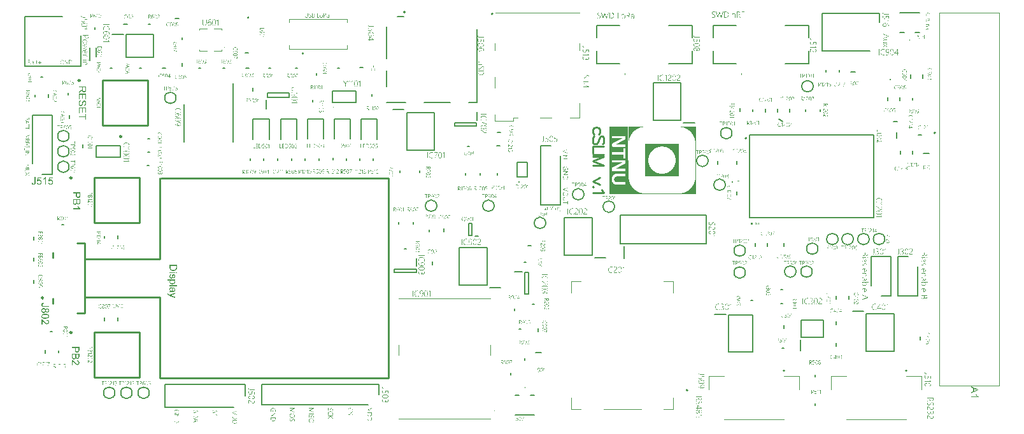
<source format=gto>
G04*
G04 #@! TF.GenerationSoftware,Altium Limited,Altium Designer,21.6.4 (81)*
G04*
G04 Layer_Color=65535*
%FSLAX44Y44*%
%MOMM*%
G71*
G04*
G04 #@! TF.SameCoordinates,E4B945DB-FB87-47C5-857E-45FB9DAC6770*
G04*
G04*
G04 #@! TF.FilePolarity,Positive*
G04*
G01*
G75*
%ADD10C,0.1000*%
%ADD11C,0.2000*%
%ADD12C,0.1500*%
%ADD13C,0.2540*%
%ADD14C,0.2500*%
%ADD15C,0.1524*%
G36*
X895771Y397655D02*
Y350519D01*
Y350511D01*
X895767Y307489D01*
X805601Y307493D01*
X805604Y397659D01*
X895771Y397655D01*
D02*
G37*
G36*
X672583Y314855D02*
X672250D01*
Y319695D01*
X672241Y319687D01*
X672208Y319654D01*
X672150Y319612D01*
X672083Y319554D01*
X671991Y319487D01*
X671891Y319420D01*
X671783Y319345D01*
X671666Y319279D01*
X671650Y319270D01*
X671608Y319254D01*
X671542Y319220D01*
X671458Y319179D01*
X671350Y319129D01*
X671233Y319079D01*
X671100Y319020D01*
X670958Y318971D01*
Y319279D01*
X670967D01*
X671000Y319295D01*
X671042Y319304D01*
X671100Y319329D01*
X671167Y319354D01*
X671233Y319379D01*
X671383Y319445D01*
X671392Y319454D01*
X671416Y319462D01*
X671458Y319487D01*
X671508Y319512D01*
X671566Y319545D01*
X671633Y319579D01*
X671766Y319662D01*
X671775Y319670D01*
X671800Y319687D01*
X671833Y319712D01*
X671883Y319745D01*
X671991Y319829D01*
X672116Y319928D01*
X672125Y319937D01*
X672150Y319953D01*
X672183Y319979D01*
X672225Y320020D01*
X672341Y320120D01*
X672466Y320237D01*
X672583D01*
Y314855D01*
D02*
G37*
G36*
X664951Y320195D02*
X665026D01*
X665118Y320178D01*
X665210Y320162D01*
X665310Y320137D01*
X665410Y320103D01*
X665418D01*
X665451Y320087D01*
X665501Y320062D01*
X665560Y320037D01*
X665635Y319995D01*
X665701Y319945D01*
X665776Y319895D01*
X665851Y319829D01*
X665860Y319820D01*
X665885Y319795D01*
X665918Y319762D01*
X665960Y319712D01*
X666001Y319645D01*
X666051Y319579D01*
X666093Y319495D01*
X666134Y319404D01*
X666143Y319395D01*
X666151Y319362D01*
X666168Y319312D01*
X666184Y319237D01*
X666201Y319154D01*
X666218Y319062D01*
X666235Y318962D01*
Y318846D01*
Y318829D01*
Y318787D01*
X666226Y318720D01*
X666218Y318629D01*
X666209Y318529D01*
X666193Y318421D01*
X666160Y318312D01*
X666126Y318204D01*
X666118Y318196D01*
X666109Y318154D01*
X666085Y318104D01*
X666051Y318037D01*
X666010Y317962D01*
X665960Y317871D01*
X665835Y317696D01*
X665826Y317687D01*
X665801Y317654D01*
X665768Y317612D01*
X665718Y317554D01*
X665660Y317488D01*
X665585Y317421D01*
X665510Y317346D01*
X665418Y317271D01*
X665410Y317263D01*
X665376Y317238D01*
X665326Y317204D01*
X665268Y317154D01*
X665193Y317096D01*
X665101Y317029D01*
X665010Y316963D01*
X664910Y316888D01*
X664893Y316879D01*
X664852Y316846D01*
X664785Y316796D01*
X664702Y316738D01*
X664610Y316671D01*
X664510Y316596D01*
X664410Y316513D01*
X664310Y316438D01*
X664302Y316429D01*
X664268Y316404D01*
X664227Y316371D01*
X664168Y316321D01*
X664110Y316263D01*
X664043Y316196D01*
X663910Y316054D01*
X663902Y316046D01*
X663885Y316021D01*
X663860Y315988D01*
X663827Y315938D01*
X663793Y315880D01*
X663752Y315813D01*
X663685Y315671D01*
Y315663D01*
X663677Y315638D01*
X663669Y315596D01*
X663652Y315538D01*
X663643Y315471D01*
X663627Y315396D01*
X663618Y315305D01*
Y315213D01*
Y315163D01*
X666235D01*
Y314855D01*
X663260D01*
Y315096D01*
Y315105D01*
Y315138D01*
Y315188D01*
X663269Y315246D01*
Y315313D01*
X663277Y315388D01*
X663294Y315538D01*
Y315546D01*
X663302Y315571D01*
X663310Y315613D01*
X663327Y315655D01*
X663360Y315771D01*
X663419Y315896D01*
Y315905D01*
X663435Y315921D01*
X663452Y315955D01*
X663477Y315996D01*
X663543Y316096D01*
X663627Y316204D01*
X663635Y316213D01*
X663652Y316229D01*
X663677Y316263D01*
X663710Y316296D01*
X663802Y316388D01*
X663910Y316496D01*
X663918Y316504D01*
X663943Y316521D01*
X663977Y316554D01*
X664018Y316588D01*
X664077Y316638D01*
X664135Y316688D01*
X664285Y316796D01*
X664293Y316804D01*
X664318Y316821D01*
X664360Y316854D01*
X664418Y316896D01*
X664485Y316946D01*
X664560Y317004D01*
X664735Y317129D01*
X664743Y317138D01*
X664777Y317163D01*
X664827Y317196D01*
X664885Y317238D01*
X664951Y317288D01*
X665026Y317346D01*
X665185Y317471D01*
X665193Y317479D01*
X665218Y317504D01*
X665260Y317537D01*
X665310Y317579D01*
X665368Y317629D01*
X665426Y317696D01*
X665543Y317829D01*
X665551Y317837D01*
X665568Y317862D01*
X665601Y317904D01*
X665635Y317962D01*
X665668Y318021D01*
X665710Y318096D01*
X665785Y318262D01*
X665793Y318271D01*
X665801Y318304D01*
X665818Y318354D01*
X665835Y318421D01*
X665851Y318496D01*
X665860Y318587D01*
X665876Y318687D01*
Y318796D01*
Y318804D01*
Y318820D01*
Y318846D01*
X665868Y318879D01*
X665860Y318971D01*
X665843Y319087D01*
X665801Y319220D01*
X665751Y319354D01*
X665685Y319487D01*
X665585Y319604D01*
X665568Y319620D01*
X665535Y319654D01*
X665468Y319695D01*
X665376Y319754D01*
X665268Y319804D01*
X665126Y319854D01*
X664968Y319887D01*
X664785Y319895D01*
X664726D01*
X664652Y319887D01*
X664568Y319879D01*
X664460Y319854D01*
X664343Y319829D01*
X664227Y319787D01*
X664102Y319737D01*
X664085Y319729D01*
X664043Y319712D01*
X663985Y319679D01*
X663902Y319629D01*
X663802Y319570D01*
X663693Y319495D01*
X663577Y319412D01*
X663460Y319312D01*
Y319704D01*
X663477Y319712D01*
X663510Y319745D01*
X663577Y319787D01*
X663660Y319837D01*
X663752Y319895D01*
X663868Y319953D01*
X663985Y320020D01*
X664110Y320070D01*
X664127Y320079D01*
X664168Y320095D01*
X664243Y320112D01*
X664335Y320137D01*
X664443Y320162D01*
X664568Y320187D01*
X664702Y320195D01*
X664843Y320204D01*
X664893D01*
X664951Y320195D01*
D02*
G37*
G36*
X662152Y314855D02*
X661819D01*
Y319695D01*
X661811Y319687D01*
X661777Y319654D01*
X661719Y319612D01*
X661652Y319554D01*
X661561Y319487D01*
X661461Y319420D01*
X661352Y319345D01*
X661236Y319279D01*
X661219Y319270D01*
X661177Y319254D01*
X661111Y319220D01*
X661028Y319179D01*
X660919Y319129D01*
X660803Y319079D01*
X660669Y319020D01*
X660528Y318971D01*
Y319279D01*
X660536D01*
X660569Y319295D01*
X660611Y319304D01*
X660669Y319329D01*
X660736Y319354D01*
X660803Y319379D01*
X660953Y319445D01*
X660961Y319454D01*
X660986Y319462D01*
X661028Y319487D01*
X661077Y319512D01*
X661136Y319545D01*
X661202Y319579D01*
X661336Y319662D01*
X661344Y319670D01*
X661369Y319687D01*
X661402Y319712D01*
X661452Y319745D01*
X661561Y319829D01*
X661686Y319928D01*
X661694Y319937D01*
X661719Y319953D01*
X661752Y319979D01*
X661794Y320020D01*
X661911Y320120D01*
X662036Y320237D01*
X662152D01*
Y314855D01*
D02*
G37*
G36*
X657370Y320112D02*
X657478Y320103D01*
X657603Y320087D01*
X657745Y320062D01*
X657895Y320037D01*
X658053Y320004D01*
X658212Y319962D01*
X658378Y319904D01*
X658545Y319845D01*
X658711Y319770D01*
X658861Y319679D01*
X659011Y319579D01*
X659145Y319462D01*
X659153Y319454D01*
X659178Y319429D01*
X659211Y319395D01*
X659253Y319337D01*
X659303Y319270D01*
X659361Y319187D01*
X659420Y319095D01*
X659486Y318979D01*
X659553Y318854D01*
X659611Y318712D01*
X659669Y318554D01*
X659719Y318387D01*
X659761Y318196D01*
X659803Y317996D01*
X659819Y317779D01*
X659828Y317554D01*
Y317537D01*
Y317504D01*
X659819Y317437D01*
Y317354D01*
X659803Y317254D01*
X659786Y317138D01*
X659770Y317004D01*
X659736Y316863D01*
X659695Y316713D01*
X659653Y316554D01*
X659586Y316388D01*
X659520Y316229D01*
X659436Y316063D01*
X659336Y315905D01*
X659228Y315746D01*
X659095Y315605D01*
X659086Y315596D01*
X659061Y315571D01*
X659020Y315538D01*
X658961Y315488D01*
X658886Y315430D01*
X658795Y315371D01*
X658686Y315296D01*
X658570Y315230D01*
X658428Y315163D01*
X658278Y315096D01*
X658112Y315030D01*
X657928Y314972D01*
X657737Y314921D01*
X657528Y314888D01*
X657303Y314863D01*
X657070Y314855D01*
X655837D01*
Y320120D01*
X657278D01*
X657370Y320112D01*
D02*
G37*
G36*
X668850Y320195D02*
X668925Y320187D01*
X669025Y320162D01*
X669134Y320120D01*
X669267Y320062D01*
X669400Y319979D01*
X669550Y319870D01*
X669617Y319795D01*
X669692Y319720D01*
X669759Y319637D01*
X669825Y319545D01*
X669892Y319437D01*
X669958Y319329D01*
X670017Y319204D01*
X670067Y319062D01*
X670125Y318920D01*
X670167Y318754D01*
X670209Y318579D01*
X670242Y318396D01*
X670275Y318196D01*
X670292Y317979D01*
X670308Y317746D01*
Y317504D01*
Y317488D01*
Y317446D01*
Y317379D01*
X670300Y317288D01*
X670292Y317171D01*
X670283Y317046D01*
X670275Y316904D01*
X670258Y316746D01*
X670200Y316413D01*
X670125Y316080D01*
X670075Y315913D01*
X670017Y315755D01*
X669950Y315605D01*
X669875Y315463D01*
X669867Y315455D01*
X669859Y315430D01*
X669834Y315396D01*
X669800Y315355D01*
X669750Y315305D01*
X669700Y315238D01*
X669634Y315180D01*
X669567Y315113D01*
X669484Y315047D01*
X669392Y314988D01*
X669300Y314930D01*
X669192Y314872D01*
X669075Y314830D01*
X668951Y314797D01*
X668817Y314771D01*
X668676Y314763D01*
X668642D01*
X668609Y314771D01*
X668559D01*
X668492Y314780D01*
X668426Y314797D01*
X668259Y314846D01*
X668176Y314880D01*
X668076Y314930D01*
X667984Y314980D01*
X667892Y315047D01*
X667792Y315121D01*
X667701Y315213D01*
X667617Y315313D01*
X667534Y315430D01*
X667526Y315438D01*
X667517Y315463D01*
X667501Y315496D01*
X667467Y315555D01*
X667442Y315621D01*
X667409Y315705D01*
X667367Y315805D01*
X667334Y315921D01*
X667292Y316054D01*
X667259Y316196D01*
X667218Y316355D01*
X667193Y316529D01*
X667168Y316721D01*
X667143Y316921D01*
X667134Y317138D01*
X667126Y317371D01*
Y317388D01*
Y317429D01*
Y317504D01*
X667134Y317604D01*
X667143Y317721D01*
X667151Y317854D01*
X667159Y318004D01*
X667176Y318162D01*
X667201Y318329D01*
X667226Y318504D01*
X667309Y318854D01*
X667351Y319029D01*
X667409Y319187D01*
X667476Y319345D01*
X667551Y319487D01*
X667559Y319495D01*
X667568Y319520D01*
X667592Y319554D01*
X667634Y319595D01*
X667676Y319654D01*
X667734Y319712D01*
X667792Y319779D01*
X667867Y319845D01*
X667951Y319912D01*
X668042Y319979D01*
X668142Y320037D01*
X668251Y320095D01*
X668376Y320137D01*
X668501Y320170D01*
X668642Y320195D01*
X668784Y320204D01*
X668801D01*
X668850Y320195D01*
D02*
G37*
G36*
X805601Y307493D02*
X780220D01*
Y397659D01*
X805601D01*
Y307493D01*
D02*
G37*
G36*
X23308Y482493D02*
X25315D01*
Y482226D01*
X23308D01*
Y480218D01*
X23033D01*
Y482226D01*
X21033D01*
Y482493D01*
X23033D01*
Y484484D01*
X23308D01*
Y482493D01*
D02*
G37*
G36*
X14010Y484167D02*
X14060D01*
X14127Y484159D01*
X14277Y484134D01*
X14443Y484092D01*
X14610Y484026D01*
X14768Y483942D01*
X14835Y483884D01*
X14901Y483826D01*
X14910Y483809D01*
X14943Y483767D01*
X14985Y483692D01*
X15043Y483584D01*
X15093Y483451D01*
X15135Y483284D01*
X15168Y483093D01*
X15176Y482876D01*
Y481601D01*
Y481593D01*
Y481560D01*
Y481510D01*
Y481451D01*
Y481376D01*
X15185Y481285D01*
Y481185D01*
X15193Y481076D01*
X15201Y480852D01*
X15226Y480618D01*
X15251Y480402D01*
X15268Y480293D01*
X15285Y480202D01*
X14993D01*
Y480210D01*
X14985Y480252D01*
X14968Y480310D01*
X14960Y480393D01*
X14943Y480502D01*
X14927Y480635D01*
X14910Y480785D01*
X14893Y480960D01*
X14885Y480951D01*
X14868Y480926D01*
X14835Y480885D01*
X14793Y480826D01*
X14735Y480760D01*
X14668Y480693D01*
X14585Y480618D01*
X14502Y480535D01*
X14402Y480460D01*
X14285Y480377D01*
X14168Y480310D01*
X14043Y480243D01*
X13910Y480185D01*
X13760Y480143D01*
X13610Y480118D01*
X13452Y480110D01*
X13393D01*
X13352Y480118D01*
X13302D01*
X13244Y480127D01*
X13110Y480152D01*
X12960Y480193D01*
X12802Y480260D01*
X12660Y480343D01*
X12527Y480460D01*
X12519Y480477D01*
X12485Y480510D01*
X12444Y480577D01*
X12394Y480660D01*
X12344Y480768D01*
X12302Y480901D01*
X12269Y481043D01*
X12261Y481210D01*
Y481218D01*
Y481260D01*
X12269Y481310D01*
X12277Y481376D01*
X12302Y481460D01*
X12327Y481560D01*
X12369Y481660D01*
X12419Y481768D01*
X12494Y481876D01*
X12577Y481984D01*
X12677Y482093D01*
X12802Y482193D01*
X12952Y482284D01*
X13127Y482359D01*
X13327Y482426D01*
X13552Y482476D01*
X13577D01*
X13602Y482484D01*
X13643Y482493D01*
X13693Y482501D01*
X13752Y482509D01*
X13818Y482518D01*
X13902Y482526D01*
X13993Y482534D01*
X14093Y482543D01*
X14202Y482559D01*
X14318Y482568D01*
X14443Y482576D01*
X14577Y482593D01*
X14727Y482601D01*
X14877Y482609D01*
Y482818D01*
Y482826D01*
Y482843D01*
Y482876D01*
Y482926D01*
X14868Y482976D01*
X14860Y483034D01*
X14843Y483167D01*
X14810Y483317D01*
X14768Y483459D01*
X14701Y483592D01*
X14660Y483651D01*
X14618Y483701D01*
X14610Y483709D01*
X14577Y483734D01*
X14518Y483767D01*
X14443Y483809D01*
X14343Y483851D01*
X14218Y483884D01*
X14068Y483909D01*
X13893Y483917D01*
X13852D01*
X13810Y483909D01*
X13752Y483901D01*
X13677Y483892D01*
X13593Y483876D01*
X13502Y483851D01*
X13410Y483809D01*
X13310Y483767D01*
X13210Y483709D01*
X13110Y483642D01*
X13019Y483559D01*
X12927Y483467D01*
X12852Y483351D01*
X12777Y483226D01*
X12719Y483076D01*
X12435Y483209D01*
X12444Y483218D01*
X12452Y483251D01*
X12477Y483301D01*
X12510Y483359D01*
X12560Y483434D01*
X12610Y483517D01*
X12685Y483601D01*
X12760Y483692D01*
X12852Y483784D01*
X12960Y483867D01*
X13077Y483951D01*
X13210Y484026D01*
X13360Y484084D01*
X13519Y484134D01*
X13702Y484167D01*
X13893Y484176D01*
X13960D01*
X14010Y484167D01*
D02*
G37*
G36*
X9511Y485909D02*
X9595D01*
X9694Y485900D01*
X9803Y485883D01*
X9919Y485867D01*
X10161Y485817D01*
X10403Y485750D01*
X10519Y485700D01*
X10628Y485650D01*
X10727Y485584D01*
X10819Y485517D01*
X10827D01*
X10836Y485500D01*
X10877Y485459D01*
X10936Y485375D01*
X11011Y485267D01*
X11077Y485134D01*
X11136Y484959D01*
X11177Y484759D01*
X11194Y484650D01*
Y484534D01*
Y484525D01*
Y484509D01*
Y484476D01*
X11186Y484442D01*
Y484392D01*
X11169Y484334D01*
X11144Y484209D01*
X11094Y484059D01*
X11019Y483909D01*
X10977Y483834D01*
X10919Y483759D01*
X10861Y483684D01*
X10786Y483617D01*
X10769Y483601D01*
X10719Y483567D01*
X10644Y483517D01*
X10536Y483459D01*
X10403Y483392D01*
X10236Y483326D01*
X10053Y483276D01*
X9836Y483234D01*
Y483218D01*
X9844D01*
X9869Y483209D01*
X9911D01*
X9969Y483201D01*
X10036Y483184D01*
X10111Y483167D01*
X10286Y483118D01*
X10478Y483051D01*
X10669Y482959D01*
X10861Y482843D01*
X10953Y482776D01*
X11027Y482701D01*
X11044Y482684D01*
X11077Y482634D01*
X11136Y482559D01*
X11202Y482451D01*
X11261Y482318D01*
X11319Y482160D01*
X11352Y481984D01*
X11369Y481785D01*
Y481776D01*
Y481751D01*
Y481710D01*
X11361Y481651D01*
X11352Y481585D01*
X11336Y481510D01*
X11319Y481418D01*
X11294Y481326D01*
X11269Y481226D01*
X11227Y481126D01*
X11186Y481026D01*
X11127Y480926D01*
X11061Y480826D01*
X10986Y480727D01*
X10894Y480635D01*
X10794Y480551D01*
X10786D01*
X10769Y480535D01*
X10744Y480518D01*
X10703Y480493D01*
X10653Y480468D01*
X10594Y480443D01*
X10519Y480410D01*
X10436Y480377D01*
X10344Y480343D01*
X10244Y480310D01*
X10136Y480285D01*
X10019Y480260D01*
X9886Y480235D01*
X9753Y480218D01*
X9603Y480210D01*
X9453Y480202D01*
X7612D01*
Y485917D01*
X9445D01*
X9511Y485909D01*
D02*
G37*
G36*
X19325Y484092D02*
X20317D01*
Y483826D01*
X19325D01*
Y481085D01*
Y481076D01*
Y481051D01*
X19334Y481018D01*
Y480976D01*
X19342Y480918D01*
X19359Y480860D01*
X19400Y480727D01*
X19434Y480660D01*
X19475Y480593D01*
X19525Y480535D01*
X19584Y480477D01*
X19659Y480435D01*
X19742Y480402D01*
X19834Y480377D01*
X19942Y480368D01*
X20042D01*
X20108Y480377D01*
X20183D01*
X20267Y480393D01*
X20450Y480418D01*
X20425Y480143D01*
X20417D01*
X20383Y480135D01*
X20333Y480127D01*
X20275D01*
X20200Y480118D01*
X20117Y480110D01*
X19942Y480102D01*
X19900D01*
X19867Y480110D01*
X19784Y480118D01*
X19684Y480135D01*
X19567Y480168D01*
X19450Y480210D01*
X19342Y480277D01*
X19242Y480360D01*
X19234Y480368D01*
X19209Y480402D01*
X19175Y480460D01*
X19134Y480535D01*
X19092Y480635D01*
X19059Y480743D01*
X19034Y480885D01*
X19025Y481035D01*
Y483826D01*
X18351D01*
Y484092D01*
X19025D01*
Y485450D01*
X19325Y485525D01*
Y484092D01*
D02*
G37*
G36*
X17018D02*
X18009D01*
Y483826D01*
X17018D01*
Y481085D01*
Y481076D01*
Y481051D01*
X17026Y481018D01*
Y480976D01*
X17034Y480918D01*
X17051Y480860D01*
X17093Y480727D01*
X17126Y480660D01*
X17168Y480593D01*
X17218Y480535D01*
X17276Y480477D01*
X17351Y480435D01*
X17434Y480402D01*
X17526Y480377D01*
X17634Y480368D01*
X17734D01*
X17801Y480377D01*
X17876D01*
X17959Y480393D01*
X18142Y480418D01*
X18117Y480143D01*
X18109D01*
X18076Y480135D01*
X18026Y480127D01*
X17967D01*
X17892Y480118D01*
X17809Y480110D01*
X17634Y480102D01*
X17592D01*
X17559Y480110D01*
X17476Y480118D01*
X17376Y480135D01*
X17259Y480168D01*
X17143Y480210D01*
X17034Y480277D01*
X16934Y480360D01*
X16926Y480368D01*
X16901Y480402D01*
X16868Y480460D01*
X16826Y480535D01*
X16784Y480635D01*
X16751Y480743D01*
X16726Y480885D01*
X16718Y481035D01*
Y483826D01*
X16043D01*
Y484092D01*
X16718D01*
Y485450D01*
X17018Y485525D01*
Y484092D01*
D02*
G37*
G36*
X84861Y446303D02*
X84849Y446189D01*
Y446075D01*
X84836Y445935D01*
X84823Y445783D01*
X84798Y445465D01*
X84747Y445135D01*
X84684Y444818D01*
X84646Y444665D01*
X84595Y444538D01*
Y444525D01*
X84582Y444513D01*
X84569Y444475D01*
X84544Y444424D01*
X84480Y444297D01*
X84379Y444144D01*
X84252Y443967D01*
X84087Y443789D01*
X83883Y443611D01*
X83655Y443446D01*
X83642D01*
X83630Y443433D01*
X83591Y443408D01*
X83541Y443382D01*
X83401Y443319D01*
X83223Y443243D01*
X83007Y443167D01*
X82753Y443103D01*
X82474Y443052D01*
X82182Y443040D01*
X82169D01*
X82131D01*
X82080D01*
X82004Y443052D01*
X81915Y443065D01*
X81813Y443078D01*
X81572Y443128D01*
X81293Y443205D01*
X81001Y443319D01*
X80861Y443395D01*
X80709Y443484D01*
X80569Y443598D01*
X80429Y443713D01*
X80416Y443725D01*
X80404Y443738D01*
X80366Y443789D01*
X80315Y443840D01*
X80264Y443916D01*
X80201Y444005D01*
X80124Y444106D01*
X80048Y444221D01*
X79972Y444360D01*
X79896Y444513D01*
X79819Y444691D01*
X79743Y444881D01*
X79680Y445084D01*
X79616Y445300D01*
X79566Y445541D01*
X79527Y445795D01*
X79515Y445770D01*
X79489Y445706D01*
X79439Y445618D01*
X79375Y445503D01*
X79210Y445249D01*
X79121Y445135D01*
X79032Y445021D01*
Y445008D01*
X79007Y444995D01*
X78943Y444919D01*
X78829Y444818D01*
X78677Y444665D01*
X78499Y444500D01*
X78270Y444322D01*
X78016Y444132D01*
X77737Y443941D01*
X75095Y442252D01*
Y443878D01*
X77114Y445160D01*
X77127D01*
X77153Y445186D01*
X77203Y445211D01*
X77254Y445249D01*
X77330Y445300D01*
X77419Y445364D01*
X77610Y445491D01*
X77826Y445643D01*
X78042Y445795D01*
X78257Y445948D01*
X78448Y446100D01*
X78473Y446113D01*
X78524Y446164D01*
X78613Y446227D01*
X78702Y446316D01*
X78816Y446418D01*
X78931Y446532D01*
X79019Y446646D01*
X79108Y446761D01*
X79121Y446773D01*
X79134Y446811D01*
X79172Y446862D01*
X79210Y446938D01*
X79261Y447027D01*
X79299Y447129D01*
X79375Y447345D01*
Y447357D01*
X79388Y447383D01*
Y447434D01*
X79400Y447510D01*
X79413Y447612D01*
Y447738D01*
X79426Y447878D01*
Y449555D01*
X75095D01*
Y450850D01*
X84861D01*
Y446303D01*
D02*
G37*
G36*
Y433934D02*
X83706D01*
Y439687D01*
X80734D01*
Y434302D01*
X79578D01*
Y439687D01*
X76251D01*
Y433705D01*
X75095D01*
Y440982D01*
X84861D01*
Y433934D01*
D02*
G37*
G36*
X78346Y431127D02*
X78334D01*
X78308D01*
X78270Y431114D01*
X78219D01*
X78092Y431089D01*
X77915Y431051D01*
X77724Y431000D01*
X77521Y430924D01*
X77318Y430835D01*
X77127Y430733D01*
X77102Y430720D01*
X77051Y430670D01*
X76962Y430593D01*
X76860Y430492D01*
X76733Y430352D01*
X76606Y430187D01*
X76479Y429984D01*
X76365Y429755D01*
Y429743D01*
X76352Y429730D01*
X76340Y429692D01*
X76327Y429641D01*
X76302Y429577D01*
X76276Y429501D01*
X76225Y429311D01*
X76175Y429095D01*
X76124Y428841D01*
X76098Y428562D01*
X76086Y428257D01*
Y428130D01*
X76098Y427990D01*
X76111Y427812D01*
X76136Y427622D01*
X76175Y427393D01*
X76225Y427177D01*
X76302Y426961D01*
Y426949D01*
X76314Y426936D01*
X76340Y426872D01*
X76391Y426771D01*
X76454Y426644D01*
X76543Y426504D01*
X76645Y426364D01*
X76759Y426225D01*
X76898Y426110D01*
X76911Y426098D01*
X76962Y426072D01*
X77051Y426021D01*
X77153Y425971D01*
X77280Y425920D01*
X77419Y425869D01*
X77572Y425844D01*
X77737Y425831D01*
X77762D01*
X77813D01*
X77902Y425844D01*
X78003Y425869D01*
X78130Y425895D01*
X78270Y425945D01*
X78410Y426021D01*
X78537Y426110D01*
X78549Y426123D01*
X78600Y426161D01*
X78664Y426225D01*
X78740Y426314D01*
X78829Y426441D01*
X78918Y426593D01*
X79019Y426771D01*
X79108Y426987D01*
X79121Y427012D01*
X79134Y427063D01*
X79159Y427114D01*
X79172Y427177D01*
X79197Y427253D01*
X79223Y427355D01*
X79261Y427457D01*
X79286Y427584D01*
X79324Y427723D01*
X79375Y427888D01*
X79413Y428066D01*
X79464Y428269D01*
X79515Y428485D01*
X79578Y428727D01*
Y428739D01*
X79591Y428790D01*
X79616Y428854D01*
X79629Y428942D01*
X79667Y429057D01*
X79693Y429171D01*
X79781Y429463D01*
X79870Y429768D01*
X79985Y430085D01*
X80086Y430365D01*
X80150Y430492D01*
X80201Y430606D01*
Y430619D01*
X80213Y430632D01*
X80239Y430670D01*
X80264Y430720D01*
X80340Y430848D01*
X80455Y431000D01*
X80582Y431165D01*
X80734Y431343D01*
X80912Y431508D01*
X81102Y431648D01*
X81115D01*
X81128Y431660D01*
X81204Y431698D01*
X81305Y431749D01*
X81458Y431813D01*
X81636Y431876D01*
X81852Y431927D01*
X82080Y431965D01*
X82321Y431978D01*
X82334D01*
X82360D01*
X82398D01*
X82448Y431965D01*
X82588Y431952D01*
X82779Y431927D01*
X82994Y431876D01*
X83223Y431800D01*
X83464Y431698D01*
X83706Y431559D01*
X83718D01*
X83731Y431533D01*
X83807Y431483D01*
X83934Y431381D01*
X84074Y431254D01*
X84226Y431076D01*
X84391Y430873D01*
X84544Y430619D01*
X84684Y430340D01*
Y430327D01*
X84696Y430301D01*
X84722Y430263D01*
X84734Y430200D01*
X84760Y430124D01*
X84798Y430035D01*
X84823Y429933D01*
X84861Y429819D01*
X84912Y429552D01*
X84976Y429247D01*
X85014Y428904D01*
X85027Y428549D01*
Y428371D01*
X85014Y428269D01*
Y428168D01*
X85001Y428041D01*
X84988Y427901D01*
X84938Y427609D01*
X84874Y427291D01*
X84785Y426961D01*
X84671Y426644D01*
Y426631D01*
X84658Y426606D01*
X84633Y426568D01*
X84607Y426504D01*
X84518Y426352D01*
X84404Y426174D01*
X84264Y425958D01*
X84087Y425755D01*
X83871Y425539D01*
X83630Y425361D01*
X83617D01*
X83604Y425336D01*
X83566Y425323D01*
X83515Y425285D01*
X83452Y425260D01*
X83376Y425221D01*
X83185Y425132D01*
X82956Y425044D01*
X82702Y424967D01*
X82410Y424904D01*
X82106Y424879D01*
X82017Y426123D01*
X82029D01*
X82055D01*
X82106Y426136D01*
X82169Y426148D01*
X82245Y426161D01*
X82334Y426187D01*
X82537Y426250D01*
X82753Y426339D01*
X82982Y426453D01*
X83210Y426606D01*
X83401Y426809D01*
X83426Y426834D01*
X83439Y426872D01*
X83477Y426911D01*
X83515Y426974D01*
X83553Y427050D01*
X83591Y427139D01*
X83642Y427228D01*
X83680Y427342D01*
X83718Y427469D01*
X83757Y427609D01*
X83795Y427761D01*
X83833Y427926D01*
X83845Y428104D01*
X83871Y428295D01*
Y428689D01*
X83858Y428790D01*
X83845Y428892D01*
X83820Y429146D01*
X83769Y429425D01*
X83693Y429705D01*
X83579Y429971D01*
X83515Y430098D01*
X83439Y430200D01*
X83414Y430225D01*
X83363Y430289D01*
X83274Y430365D01*
X83147Y430466D01*
X82994Y430568D01*
X82817Y430644D01*
X82613Y430708D01*
X82398Y430733D01*
X82372D01*
X82309D01*
X82220Y430708D01*
X82093Y430682D01*
X81953Y430644D01*
X81813Y430581D01*
X81674Y430492D01*
X81534Y430365D01*
X81521Y430340D01*
X81496Y430314D01*
X81483Y430276D01*
X81445Y430225D01*
X81407Y430162D01*
X81369Y430073D01*
X81331Y429984D01*
X81280Y429857D01*
X81216Y429717D01*
X81166Y429565D01*
X81102Y429387D01*
X81039Y429184D01*
X80975Y428955D01*
X80912Y428701D01*
X80848Y428422D01*
Y428409D01*
X80836Y428358D01*
X80810Y428269D01*
X80785Y428168D01*
X80759Y428041D01*
X80721Y427888D01*
X80683Y427736D01*
X80632Y427558D01*
X80543Y427203D01*
X80442Y426847D01*
X80378Y426682D01*
X80328Y426517D01*
X80277Y426377D01*
X80226Y426263D01*
Y426250D01*
X80213Y426225D01*
X80188Y426187D01*
X80150Y426123D01*
X80073Y425971D01*
X79959Y425780D01*
X79807Y425577D01*
X79642Y425374D01*
X79439Y425171D01*
X79223Y425005D01*
X79210D01*
X79197Y424993D01*
X79159Y424967D01*
X79121Y424942D01*
X78994Y424879D01*
X78829Y424790D01*
X78626Y424713D01*
X78384Y424650D01*
X78130Y424599D01*
X77838Y424586D01*
X77826D01*
X77800D01*
X77762D01*
X77711Y424599D01*
X77635D01*
X77559Y424612D01*
X77368Y424637D01*
X77140Y424701D01*
X76898Y424777D01*
X76632Y424891D01*
X76378Y425044D01*
X76365D01*
X76352Y425069D01*
X76314Y425094D01*
X76263Y425120D01*
X76136Y425234D01*
X75984Y425374D01*
X75819Y425552D01*
X75641Y425768D01*
X75463Y426034D01*
X75311Y426326D01*
Y426339D01*
X75298Y426364D01*
X75273Y426415D01*
X75248Y426466D01*
X75222Y426555D01*
X75197Y426644D01*
X75159Y426745D01*
X75121Y426872D01*
X75057Y427139D01*
X74994Y427457D01*
X74943Y427812D01*
X74930Y428193D01*
Y428320D01*
X74943Y428409D01*
Y428523D01*
X74955Y428663D01*
X74968Y428803D01*
X74981Y428968D01*
X75019Y429311D01*
X75095Y429692D01*
X75184Y430060D01*
X75311Y430416D01*
Y430428D01*
X75324Y430454D01*
X75349Y430505D01*
X75387Y430568D01*
X75425Y430632D01*
X75476Y430720D01*
X75603Y430924D01*
X75768Y431152D01*
X75971Y431381D01*
X76213Y431609D01*
X76479Y431813D01*
X76492D01*
X76518Y431838D01*
X76556Y431864D01*
X76619Y431889D01*
X76695Y431927D01*
X76771Y431978D01*
X76873Y432016D01*
X76987Y432067D01*
X77254Y432168D01*
X77546Y432257D01*
X77889Y432321D01*
X78245Y432346D01*
X78346Y431127D01*
D02*
G37*
G36*
X84861Y415747D02*
X83706D01*
Y421500D01*
X80734D01*
Y416115D01*
X79578D01*
Y421500D01*
X76251D01*
Y415519D01*
X75095D01*
Y422796D01*
X84861D01*
Y415747D01*
D02*
G37*
G36*
Y406743D02*
X83706D01*
Y409956D01*
X75095D01*
Y411251D01*
X83706D01*
Y414464D01*
X84861D01*
Y406743D01*
D02*
G37*
G36*
X77076Y305867D02*
X77064Y305651D01*
X77051Y305422D01*
X77038Y305168D01*
X77013Y304927D01*
X76975Y304724D01*
Y304686D01*
X76962Y304660D01*
X76949Y304610D01*
X76924Y304470D01*
X76873Y304305D01*
X76810Y304114D01*
X76733Y303924D01*
X76632Y303720D01*
X76518Y303530D01*
X76505Y303505D01*
X76454Y303454D01*
X76378Y303352D01*
X76276Y303251D01*
X76149Y303124D01*
X75984Y302984D01*
X75794Y302857D01*
X75578Y302743D01*
X75565D01*
X75552Y302730D01*
X75514Y302717D01*
X75476Y302692D01*
X75349Y302641D01*
X75184Y302590D01*
X74981Y302539D01*
X74752Y302489D01*
X74511Y302451D01*
X74244Y302438D01*
X74232D01*
X74193D01*
X74130D01*
X74041Y302451D01*
X73927Y302463D01*
X73800Y302476D01*
X73660Y302501D01*
X73520Y302539D01*
X73177Y302628D01*
X73012Y302692D01*
X72835Y302781D01*
X72657Y302870D01*
X72479Y302971D01*
X72301Y303098D01*
X72136Y303238D01*
X72123Y303251D01*
X72098Y303276D01*
X72060Y303327D01*
X71996Y303390D01*
X71933Y303479D01*
X71869Y303594D01*
X71780Y303733D01*
X71704Y303886D01*
X71628Y304076D01*
X71552Y304279D01*
X71476Y304521D01*
X71412Y304775D01*
X71349Y305067D01*
X71311Y305384D01*
X71285Y305727D01*
X71272Y306095D01*
Y308585D01*
X67310D01*
Y309880D01*
X77076D01*
Y305867D01*
D02*
G37*
G36*
Y296989D02*
X77064Y296901D01*
Y296786D01*
X77038Y296532D01*
X77000Y296253D01*
X76949Y295948D01*
X76873Y295656D01*
X76771Y295389D01*
Y295377D01*
X76759Y295364D01*
X76746Y295326D01*
X76721Y295275D01*
X76645Y295161D01*
X76543Y295008D01*
X76416Y294830D01*
X76263Y294665D01*
X76073Y294488D01*
X75857Y294335D01*
X75844D01*
X75832Y294322D01*
X75756Y294272D01*
X75628Y294208D01*
X75463Y294132D01*
X75273Y294069D01*
X75057Y294005D01*
X74828Y293954D01*
X74574Y293941D01*
X74562D01*
X74549D01*
X74511D01*
X74473D01*
X74346Y293954D01*
X74193Y293980D01*
X74003Y294030D01*
X73800Y294081D01*
X73597Y294170D01*
X73381Y294284D01*
X73355Y294297D01*
X73292Y294348D01*
X73190Y294424D01*
X73063Y294538D01*
X72923Y294691D01*
X72784Y294869D01*
X72631Y295072D01*
X72504Y295313D01*
Y295300D01*
X72492Y295275D01*
X72479Y295224D01*
X72453Y295161D01*
X72428Y295097D01*
X72390Y295008D01*
X72288Y294805D01*
X72161Y294589D01*
X72009Y294361D01*
X71818Y294145D01*
X71603Y293954D01*
X71590D01*
X71577Y293929D01*
X71539Y293903D01*
X71488Y293878D01*
X71361Y293802D01*
X71184Y293713D01*
X70968Y293624D01*
X70714Y293548D01*
X70434Y293497D01*
X70129Y293472D01*
X70117D01*
X70104D01*
X70066D01*
X70015D01*
X69888Y293484D01*
X69710Y293510D01*
X69520Y293548D01*
X69304Y293599D01*
X69088Y293662D01*
X68859Y293764D01*
X68834Y293776D01*
X68758Y293815D01*
X68656Y293878D01*
X68529Y293967D01*
X68377Y294069D01*
X68224Y294195D01*
X68085Y294335D01*
X67945Y294488D01*
X67932Y294500D01*
X67894Y294564D01*
X67831Y294653D01*
X67767Y294780D01*
X67691Y294932D01*
X67602Y295110D01*
X67526Y295326D01*
X67462Y295554D01*
Y295580D01*
X67450Y295618D01*
X67437Y295669D01*
X67424Y295732D01*
X67412Y295808D01*
X67386Y295986D01*
X67361Y296215D01*
X67335Y296481D01*
X67323Y296786D01*
X67310Y297129D01*
Y300838D01*
X77076D01*
Y296989D01*
D02*
G37*
G36*
X74663Y291249D02*
X74689Y291211D01*
X74714Y291160D01*
X74752Y291097D01*
X74790Y291008D01*
X74854Y290906D01*
X74981Y290665D01*
X75146Y290398D01*
X75349Y290093D01*
X75565Y289801D01*
X75806Y289509D01*
X75819Y289496D01*
X75832Y289471D01*
X75870Y289433D01*
X75921Y289382D01*
X76048Y289255D01*
X76225Y289090D01*
X76416Y288925D01*
X76645Y288747D01*
X76873Y288582D01*
X77114Y288442D01*
Y287668D01*
X67310D01*
Y288862D01*
X74943D01*
X74930Y288887D01*
X74879Y288938D01*
X74790Y289039D01*
X74689Y289166D01*
X74562Y289331D01*
X74422Y289535D01*
X74270Y289750D01*
X74117Y290005D01*
Y290017D01*
X74104Y290030D01*
X74079Y290068D01*
X74054Y290119D01*
X73977Y290259D01*
X73889Y290424D01*
X73787Y290614D01*
X73685Y290830D01*
X73584Y291046D01*
X73495Y291262D01*
X74663D01*
Y291249D01*
D02*
G37*
G36*
X75806Y100127D02*
X75794Y99911D01*
X75781Y99682D01*
X75768Y99428D01*
X75743Y99187D01*
X75705Y98984D01*
Y98946D01*
X75692Y98920D01*
X75679Y98869D01*
X75654Y98730D01*
X75603Y98565D01*
X75540Y98374D01*
X75463Y98184D01*
X75362Y97980D01*
X75248Y97790D01*
X75235Y97765D01*
X75184Y97714D01*
X75108Y97612D01*
X75006Y97511D01*
X74879Y97384D01*
X74714Y97244D01*
X74524Y97117D01*
X74308Y97003D01*
X74295D01*
X74282Y96990D01*
X74244Y96977D01*
X74206Y96952D01*
X74079Y96901D01*
X73914Y96850D01*
X73711Y96799D01*
X73482Y96749D01*
X73241Y96711D01*
X72974Y96698D01*
X72962D01*
X72923D01*
X72860D01*
X72771Y96711D01*
X72657Y96723D01*
X72530Y96736D01*
X72390Y96761D01*
X72250Y96799D01*
X71907Y96888D01*
X71742Y96952D01*
X71564Y97041D01*
X71387Y97130D01*
X71209Y97231D01*
X71031Y97358D01*
X70866Y97498D01*
X70853Y97511D01*
X70828Y97536D01*
X70790Y97587D01*
X70726Y97650D01*
X70663Y97739D01*
X70599Y97853D01*
X70510Y97993D01*
X70434Y98146D01*
X70358Y98336D01*
X70282Y98539D01*
X70206Y98781D01*
X70142Y99035D01*
X70079Y99327D01*
X70040Y99644D01*
X70015Y99987D01*
X70002Y100355D01*
Y102845D01*
X66040D01*
Y104140D01*
X75806D01*
Y100127D01*
D02*
G37*
G36*
Y91250D02*
X75794Y91161D01*
Y91046D01*
X75768Y90792D01*
X75730Y90513D01*
X75679Y90208D01*
X75603Y89916D01*
X75501Y89649D01*
Y89637D01*
X75489Y89624D01*
X75476Y89586D01*
X75451Y89535D01*
X75374Y89421D01*
X75273Y89268D01*
X75146Y89090D01*
X74994Y88925D01*
X74803Y88748D01*
X74587Y88595D01*
X74574D01*
X74562Y88582D01*
X74486Y88532D01*
X74359Y88468D01*
X74193Y88392D01*
X74003Y88329D01*
X73787Y88265D01*
X73558Y88214D01*
X73304Y88202D01*
X73292D01*
X73279D01*
X73241D01*
X73203D01*
X73076Y88214D01*
X72923Y88240D01*
X72733Y88290D01*
X72530Y88341D01*
X72326Y88430D01*
X72111Y88544D01*
X72085Y88557D01*
X72022Y88608D01*
X71920Y88684D01*
X71793Y88798D01*
X71653Y88951D01*
X71514Y89129D01*
X71361Y89332D01*
X71234Y89573D01*
Y89560D01*
X71222Y89535D01*
X71209Y89484D01*
X71184Y89421D01*
X71158Y89357D01*
X71120Y89268D01*
X71018Y89065D01*
X70891Y88849D01*
X70739Y88621D01*
X70549Y88405D01*
X70333Y88214D01*
X70320D01*
X70307Y88189D01*
X70269Y88163D01*
X70218Y88138D01*
X70091Y88062D01*
X69914Y87973D01*
X69698Y87884D01*
X69444Y87808D01*
X69164Y87757D01*
X68859Y87732D01*
X68847D01*
X68834D01*
X68796D01*
X68745D01*
X68618Y87744D01*
X68440Y87770D01*
X68250Y87808D01*
X68034Y87859D01*
X67818Y87922D01*
X67589Y88024D01*
X67564Y88036D01*
X67488Y88075D01*
X67386Y88138D01*
X67259Y88227D01*
X67107Y88329D01*
X66954Y88455D01*
X66815Y88595D01*
X66675Y88748D01*
X66662Y88760D01*
X66624Y88824D01*
X66561Y88913D01*
X66497Y89040D01*
X66421Y89192D01*
X66332Y89370D01*
X66256Y89586D01*
X66192Y89814D01*
Y89840D01*
X66180Y89878D01*
X66167Y89929D01*
X66154Y89992D01*
X66142Y90068D01*
X66116Y90246D01*
X66091Y90475D01*
X66065Y90742D01*
X66053Y91046D01*
X66040Y91389D01*
Y95098D01*
X75806D01*
Y91250D01*
D02*
G37*
G36*
X66307Y86601D02*
X66434Y86589D01*
X66573Y86563D01*
X66713Y86525D01*
X66866Y86474D01*
X66878D01*
X66891Y86462D01*
X66929Y86449D01*
X66980Y86424D01*
X67107Y86373D01*
X67272Y86284D01*
X67475Y86170D01*
X67691Y86042D01*
X67920Y85877D01*
X68161Y85687D01*
X68174Y85674D01*
X68186Y85661D01*
X68224Y85623D01*
X68275Y85585D01*
X68415Y85458D01*
X68593Y85281D01*
X68809Y85065D01*
X69063Y84798D01*
X69342Y84480D01*
X69647Y84112D01*
X69660Y84099D01*
X69710Y84049D01*
X69774Y83960D01*
X69863Y83858D01*
X69977Y83731D01*
X70104Y83579D01*
X70244Y83414D01*
X70396Y83249D01*
X70726Y82893D01*
X71069Y82537D01*
X71247Y82372D01*
X71412Y82220D01*
X71564Y82080D01*
X71717Y81966D01*
X71730Y81953D01*
X71755Y81940D01*
X71793Y81915D01*
X71844Y81877D01*
X71920Y81839D01*
X71996Y81788D01*
X72187Y81674D01*
X72403Y81572D01*
X72644Y81483D01*
X72911Y81420D01*
X73038Y81394D01*
X73165D01*
X73177D01*
X73203D01*
X73228D01*
X73279Y81407D01*
X73419Y81420D01*
X73584Y81458D01*
X73774Y81521D01*
X73965Y81610D01*
X74168Y81737D01*
X74359Y81915D01*
X74384Y81940D01*
X74435Y82004D01*
X74511Y82118D01*
X74612Y82271D01*
X74701Y82461D01*
X74778Y82690D01*
X74828Y82956D01*
X74854Y83249D01*
Y83337D01*
X74841Y83388D01*
Y83464D01*
X74828Y83553D01*
X74790Y83744D01*
X74727Y83960D01*
X74638Y84201D01*
X74511Y84430D01*
X74333Y84633D01*
X74308Y84658D01*
X74244Y84709D01*
X74117Y84798D01*
X73965Y84887D01*
X73749Y84988D01*
X73508Y85077D01*
X73228Y85128D01*
X72898Y85154D01*
X73025Y86385D01*
X73038D01*
X73088Y86373D01*
X73152D01*
X73254Y86360D01*
X73368Y86335D01*
X73495Y86309D01*
X73647Y86271D01*
X73800Y86220D01*
X74143Y86106D01*
X74320Y86030D01*
X74486Y85941D01*
X74663Y85839D01*
X74828Y85725D01*
X74981Y85598D01*
X75121Y85446D01*
X75133Y85433D01*
X75146Y85407D01*
X75184Y85357D01*
X75235Y85293D01*
X75286Y85204D01*
X75349Y85103D01*
X75413Y84988D01*
X75489Y84849D01*
X75552Y84696D01*
X75616Y84531D01*
X75679Y84353D01*
X75730Y84150D01*
X75781Y83947D01*
X75819Y83718D01*
X75832Y83477D01*
X75844Y83223D01*
Y83083D01*
X75832Y82994D01*
X75819Y82867D01*
X75806Y82728D01*
X75781Y82575D01*
X75743Y82410D01*
X75654Y82055D01*
X75590Y81877D01*
X75514Y81686D01*
X75425Y81496D01*
X75311Y81318D01*
X75197Y81153D01*
X75057Y80988D01*
X75044Y80975D01*
X75019Y80950D01*
X74981Y80912D01*
X74917Y80861D01*
X74841Y80797D01*
X74752Y80721D01*
X74651Y80658D01*
X74524Y80569D01*
X74397Y80493D01*
X74244Y80429D01*
X73914Y80289D01*
X73736Y80239D01*
X73546Y80201D01*
X73342Y80175D01*
X73127Y80162D01*
X73101D01*
X73025D01*
X72911Y80175D01*
X72758Y80188D01*
X72593Y80226D01*
X72390Y80264D01*
X72187Y80328D01*
X71971Y80404D01*
X71946Y80416D01*
X71869Y80455D01*
X71755Y80505D01*
X71615Y80594D01*
X71438Y80709D01*
X71234Y80848D01*
X71006Y81013D01*
X70777Y81204D01*
X70764D01*
X70752Y81229D01*
X70714Y81267D01*
X70663Y81305D01*
X70599Y81369D01*
X70523Y81445D01*
X70434Y81534D01*
X70333Y81648D01*
X70218Y81763D01*
X70091Y81902D01*
X69939Y82055D01*
X69787Y82220D01*
X69621Y82410D01*
X69456Y82601D01*
X69266Y82829D01*
X69063Y83058D01*
X69050Y83071D01*
X69025Y83109D01*
X68974Y83160D01*
X68923Y83236D01*
X68847Y83312D01*
X68758Y83414D01*
X68567Y83630D01*
X68364Y83871D01*
X68161Y84099D01*
X68072Y84201D01*
X67983Y84290D01*
X67894Y84379D01*
X67831Y84442D01*
X67818Y84455D01*
X67780Y84493D01*
X67716Y84544D01*
X67628Y84620D01*
X67539Y84696D01*
X67424Y84785D01*
X67196Y84950D01*
Y80150D01*
X66040D01*
Y86614D01*
X66065D01*
X66116D01*
X66192D01*
X66307Y86601D01*
D02*
G37*
G36*
X1124496Y227673D02*
X1124483Y227609D01*
Y227521D01*
X1124471Y227432D01*
X1124433Y227216D01*
X1124369Y226987D01*
X1124280Y226733D01*
X1124153Y226492D01*
X1123975Y226263D01*
Y226250D01*
X1123950Y226238D01*
X1123886Y226174D01*
X1123772Y226085D01*
X1123620Y225984D01*
X1123429Y225882D01*
X1123188Y225793D01*
X1122934Y225730D01*
X1122782Y225704D01*
X1122629D01*
X1122617D01*
X1122604D01*
X1122566D01*
X1122515D01*
X1122375Y225717D01*
X1122210Y225755D01*
X1122020Y225793D01*
X1121816Y225857D01*
X1121613Y225946D01*
X1121410Y226073D01*
X1121385Y226085D01*
X1121334Y226136D01*
X1121232Y226225D01*
X1121131Y226339D01*
X1121016Y226492D01*
X1120889Y226670D01*
X1120775Y226873D01*
X1120686Y227114D01*
X1120673D01*
Y227076D01*
X1120661Y227038D01*
X1120648Y226974D01*
X1120623Y226822D01*
X1120559Y226632D01*
X1120483Y226428D01*
X1120381Y226212D01*
X1120242Y225996D01*
X1120064Y225806D01*
X1120038Y225781D01*
X1119975Y225730D01*
X1119861Y225654D01*
X1119708Y225565D01*
X1119518Y225476D01*
X1119302Y225400D01*
X1119048Y225349D01*
X1118756Y225323D01*
X1118743D01*
X1118705D01*
X1118654D01*
X1118591Y225336D01*
X1118502Y225349D01*
X1118400Y225361D01*
X1118171Y225400D01*
X1117905Y225488D01*
X1117625Y225603D01*
X1117498Y225679D01*
X1117359Y225768D01*
X1117232Y225870D01*
X1117105Y225984D01*
X1117092Y225996D01*
X1117079Y226009D01*
X1117041Y226047D01*
X1117003Y226098D01*
X1116952Y226162D01*
X1116901Y226250D01*
X1116851Y226339D01*
X1116787Y226441D01*
X1116724Y226568D01*
X1116673Y226695D01*
X1116571Y226987D01*
X1116495Y227330D01*
X1116482Y227521D01*
X1116470Y227724D01*
Y229870D01*
X1124496D01*
Y227673D01*
D02*
G37*
G36*
X1122197Y223241D02*
X1116470D01*
Y223749D01*
X1122197D01*
Y223241D01*
D02*
G37*
G36*
X1124179Y223914D02*
X1124280Y223876D01*
X1124369Y223799D01*
Y223787D01*
X1124395Y223774D01*
X1124433Y223710D01*
X1124471Y223609D01*
X1124496Y223495D01*
Y223469D01*
X1124483Y223393D01*
X1124445Y223304D01*
X1124382Y223202D01*
Y223190D01*
X1124356Y223177D01*
X1124306Y223126D01*
X1124204Y223088D01*
X1124140Y223063D01*
X1124077D01*
X1124064D01*
X1124052D01*
X1123975Y223076D01*
X1123874Y223114D01*
X1123772Y223190D01*
X1123747Y223215D01*
X1123709Y223279D01*
X1123671Y223368D01*
X1123645Y223495D01*
Y223520D01*
X1123658Y223596D01*
X1123696Y223698D01*
X1123760Y223799D01*
X1123785Y223825D01*
X1123848Y223863D01*
X1123950Y223901D01*
X1124077Y223926D01*
X1124090D01*
X1124102D01*
X1124179Y223914D01*
D02*
G37*
G36*
X1118083Y221717D02*
X1118184Y221704D01*
X1118298Y221666D01*
X1118438Y221628D01*
X1118578Y221564D01*
X1118730Y221475D01*
X1118883Y221374D01*
X1119048Y221247D01*
X1119200Y221082D01*
X1119340Y220891D01*
X1119480Y220662D01*
X1119594Y220396D01*
X1119683Y220091D01*
X1119759Y219735D01*
X1120026Y217983D01*
X1120051D01*
X1120102D01*
X1120191Y217995D01*
X1120318Y218008D01*
X1120458Y218021D01*
X1120610Y218059D01*
X1120775Y218097D01*
X1120953Y218161D01*
X1121118Y218224D01*
X1121283Y218326D01*
X1121435Y218427D01*
X1121575Y218567D01*
X1121702Y218719D01*
X1121791Y218910D01*
X1121842Y219126D01*
X1121867Y219367D01*
Y219456D01*
X1121854Y219532D01*
X1121842Y219608D01*
X1121829Y219710D01*
X1121804Y219824D01*
X1121778Y219951D01*
X1121677Y220231D01*
X1121626Y220383D01*
X1121550Y220536D01*
X1121461Y220701D01*
X1121359Y220866D01*
X1121245Y221043D01*
X1121105Y221209D01*
X1121715D01*
X1121728Y221196D01*
X1121753Y221145D01*
X1121804Y221082D01*
X1121867Y220980D01*
X1121931Y220853D01*
X1122007Y220713D01*
X1122083Y220536D01*
X1122147Y220345D01*
Y220332D01*
X1122159Y220320D01*
X1122172Y220256D01*
X1122210Y220142D01*
X1122248Y220015D01*
X1122274Y219850D01*
X1122312Y219685D01*
X1122324Y219494D01*
X1122337Y219316D01*
Y219227D01*
X1122324Y219164D01*
Y219100D01*
X1122312Y219011D01*
X1122274Y218808D01*
X1122197Y218592D01*
X1122096Y218364D01*
X1121969Y218148D01*
X1121880Y218034D01*
X1121778Y217945D01*
X1121753Y217919D01*
X1121677Y217868D01*
X1121550Y217792D01*
X1121372Y217703D01*
X1121156Y217614D01*
X1120877Y217538D01*
X1120559Y217488D01*
X1120191Y217462D01*
X1116470D01*
Y217983D01*
X1117613D01*
Y217995D01*
X1117587Y218008D01*
X1117511Y218046D01*
X1117410Y218110D01*
X1117282Y218199D01*
X1117130Y218313D01*
X1116965Y218453D01*
X1116813Y218605D01*
X1116673Y218796D01*
X1116660Y218821D01*
X1116622Y218885D01*
X1116559Y218999D01*
X1116508Y219139D01*
X1116444Y219304D01*
X1116381Y219507D01*
X1116343Y219723D01*
X1116330Y219964D01*
Y220040D01*
X1116343Y220104D01*
X1116355Y220243D01*
X1116394Y220434D01*
X1116444Y220637D01*
X1116520Y220853D01*
X1116635Y221069D01*
X1116787Y221259D01*
X1116813Y221285D01*
X1116876Y221336D01*
X1116965Y221412D01*
X1117105Y221488D01*
X1117270Y221577D01*
X1117473Y221653D01*
X1117689Y221704D01*
X1117943Y221729D01*
X1117956D01*
X1118006D01*
X1118083Y221717D01*
D02*
G37*
G36*
X1117321Y216027D02*
X1117295Y215989D01*
X1117244Y215925D01*
X1117194Y215837D01*
X1117130Y215735D01*
X1117067Y215621D01*
X1117003Y215494D01*
X1116940Y215341D01*
Y215329D01*
X1116914Y215265D01*
X1116901Y215189D01*
X1116876Y215087D01*
X1116851Y214986D01*
X1116825Y214859D01*
X1116813Y214732D01*
X1116800Y214617D01*
Y214554D01*
X1116813Y214490D01*
Y214401D01*
X1116838Y214300D01*
X1116863Y214186D01*
X1116889Y214071D01*
X1116940Y213944D01*
X1116990Y213817D01*
X1117067Y213703D01*
X1117156Y213589D01*
X1117257Y213487D01*
X1117384Y213398D01*
X1117536Y213335D01*
X1117702Y213284D01*
X1117892Y213271D01*
X1117905D01*
X1117956D01*
X1118032Y213284D01*
X1118121Y213309D01*
X1118222Y213347D01*
X1118324Y213398D01*
X1118438Y213462D01*
X1118540Y213563D01*
X1118552Y213576D01*
X1118591Y213614D01*
X1118641Y213690D01*
X1118705Y213792D01*
X1118794Y213932D01*
X1118883Y214097D01*
X1118997Y214287D01*
X1119099Y214528D01*
Y214541D01*
X1119111Y214566D01*
X1119137Y214605D01*
X1119162Y214655D01*
X1119226Y214808D01*
X1119327Y214973D01*
X1119429Y215163D01*
X1119556Y215354D01*
X1119696Y215532D01*
X1119835Y215684D01*
X1119848Y215697D01*
X1119899Y215735D01*
X1119988Y215786D01*
X1120102Y215849D01*
X1120229Y215913D01*
X1120394Y215963D01*
X1120572Y216002D01*
X1120775Y216014D01*
X1120788D01*
X1120800D01*
X1120838D01*
X1120889Y216002D01*
X1121016Y215989D01*
X1121181Y215951D01*
X1121359Y215887D01*
X1121550Y215786D01*
X1121728Y215659D01*
X1121905Y215481D01*
X1121918Y215455D01*
X1121969Y215379D01*
X1122045Y215265D01*
X1122121Y215113D01*
X1122197Y214922D01*
X1122274Y214694D01*
X1122324Y214440D01*
X1122337Y214160D01*
Y214033D01*
X1122324Y213893D01*
X1122299Y213728D01*
X1122261Y213525D01*
X1122210Y213322D01*
X1122134Y213106D01*
X1122032Y212903D01*
X1121448D01*
Y212915D01*
X1121461Y212928D01*
X1121486Y212966D01*
X1121512Y213017D01*
X1121575Y213144D01*
X1121664Y213309D01*
X1121740Y213500D01*
X1121804Y213728D01*
X1121854Y213957D01*
X1121867Y214211D01*
Y214300D01*
X1121854Y214414D01*
X1121829Y214541D01*
X1121791Y214694D01*
X1121740Y214846D01*
X1121664Y214998D01*
X1121562Y215138D01*
X1121550Y215151D01*
X1121512Y215189D01*
X1121448Y215252D01*
X1121359Y215303D01*
X1121245Y215367D01*
X1121118Y215430D01*
X1120965Y215468D01*
X1120800Y215481D01*
X1120788D01*
X1120737D01*
X1120661Y215468D01*
X1120572Y215455D01*
X1120458Y215430D01*
X1120356Y215392D01*
X1120242Y215341D01*
X1120140Y215265D01*
X1120127Y215252D01*
X1120102Y215214D01*
X1120038Y215151D01*
X1119975Y215062D01*
X1119886Y214935D01*
X1119784Y214757D01*
X1119670Y214554D01*
X1119556Y214300D01*
Y214287D01*
X1119543Y214262D01*
X1119518Y214211D01*
X1119492Y214147D01*
X1119403Y213995D01*
X1119314Y213804D01*
X1119200Y213601D01*
X1119073Y213398D01*
X1118933Y213220D01*
X1118870Y213131D01*
X1118807Y213068D01*
X1118794Y213055D01*
X1118743Y213017D01*
X1118667Y212954D01*
X1118565Y212890D01*
X1118438Y212839D01*
X1118273Y212776D01*
X1118095Y212738D01*
X1117892Y212725D01*
X1117879D01*
X1117867D01*
X1117829D01*
X1117778Y212738D01*
X1117651Y212750D01*
X1117498Y212789D01*
X1117321Y212852D01*
X1117143Y212941D01*
X1116952Y213068D01*
X1116775Y213246D01*
X1116762Y213271D01*
X1116711Y213335D01*
X1116635Y213449D01*
X1116559Y213614D01*
X1116470Y213817D01*
X1116406Y214058D01*
X1116355Y214338D01*
X1116330Y214655D01*
Y214732D01*
X1116343Y214795D01*
Y214859D01*
X1116355Y214947D01*
X1116381Y215138D01*
X1116419Y215354D01*
X1116495Y215583D01*
X1116584Y215824D01*
X1116711Y216040D01*
X1117333D01*
X1117321Y216027D01*
D02*
G37*
G36*
X1119568Y208559D02*
X1119683Y208547D01*
X1119810Y208534D01*
X1119949Y208509D01*
X1120102Y208483D01*
X1120432Y208394D01*
X1120775Y208267D01*
X1120953Y208191D01*
X1121131Y208090D01*
X1121308Y207988D01*
X1121473Y207861D01*
X1121486Y207848D01*
X1121512Y207823D01*
X1121550Y207785D01*
X1121613Y207734D01*
X1121677Y207658D01*
X1121753Y207582D01*
X1121829Y207480D01*
X1121905Y207366D01*
X1121982Y207239D01*
X1122070Y207099D01*
X1122197Y206781D01*
X1122261Y206604D01*
X1122299Y206413D01*
X1122324Y206210D01*
X1122337Y206007D01*
Y205905D01*
X1122324Y205829D01*
X1122312Y205740D01*
X1122299Y205638D01*
X1122248Y205397D01*
X1122159Y205143D01*
X1122096Y205003D01*
X1122020Y204864D01*
X1121931Y204737D01*
X1121842Y204597D01*
X1121715Y204483D01*
X1121588Y204368D01*
X1121575Y204356D01*
X1121550Y204343D01*
X1121512Y204318D01*
X1121448Y204279D01*
X1121372Y204241D01*
X1121283Y204191D01*
X1121169Y204140D01*
X1121054Y204076D01*
X1120915Y204025D01*
X1120762Y203975D01*
X1120597Y203924D01*
X1120407Y203886D01*
X1120216Y203848D01*
X1120000Y203822D01*
X1119784Y203797D01*
X1119543D01*
X1119314D01*
Y208039D01*
X1119302D01*
X1119264D01*
X1119200D01*
X1119124Y208026D01*
X1119022D01*
X1118908Y208013D01*
X1118768Y207988D01*
X1118641Y207975D01*
X1118337Y207899D01*
X1118032Y207810D01*
X1117727Y207670D01*
X1117587Y207594D01*
X1117460Y207493D01*
X1117448Y207480D01*
X1117435Y207467D01*
X1117359Y207391D01*
X1117257Y207264D01*
X1117130Y207099D01*
X1117003Y206883D01*
X1116901Y206629D01*
X1116825Y206337D01*
X1116813Y206172D01*
X1116800Y205994D01*
Y205892D01*
X1116813Y205829D01*
X1116825Y205740D01*
X1116838Y205638D01*
X1116863Y205524D01*
X1116889Y205397D01*
X1116965Y205105D01*
X1117092Y204788D01*
X1117181Y204622D01*
X1117270Y204457D01*
X1117371Y204279D01*
X1117498Y204114D01*
X1116952D01*
X1116940Y204127D01*
X1116927Y204153D01*
X1116901Y204203D01*
X1116851Y204267D01*
X1116813Y204356D01*
X1116762Y204457D01*
X1116698Y204572D01*
X1116647Y204699D01*
X1116584Y204838D01*
X1116533Y204991D01*
X1116432Y205321D01*
X1116355Y205702D01*
X1116343Y205892D01*
X1116330Y206096D01*
Y206197D01*
X1116343Y206273D01*
X1116355Y206375D01*
X1116368Y206477D01*
X1116432Y206731D01*
X1116520Y207023D01*
X1116584Y207162D01*
X1116660Y207315D01*
X1116749Y207467D01*
X1116863Y207607D01*
X1116978Y207747D01*
X1117117Y207886D01*
X1117130Y207899D01*
X1117156Y207912D01*
X1117206Y207950D01*
X1117270Y207988D01*
X1117346Y208039D01*
X1117448Y208102D01*
X1117562Y208166D01*
X1117702Y208229D01*
X1117854Y208293D01*
X1118019Y208356D01*
X1118197Y208407D01*
X1118400Y208470D01*
X1118616Y208509D01*
X1118857Y208547D01*
X1119099Y208559D01*
X1119365Y208572D01*
X1119378D01*
X1119416D01*
X1119492D01*
X1119568Y208559D01*
D02*
G37*
G36*
X1122197Y201866D02*
X1121156D01*
Y201841D01*
X1121169Y201828D01*
X1121207Y201816D01*
X1121270Y201778D01*
X1121347Y201727D01*
X1121435Y201651D01*
X1121524Y201574D01*
X1121639Y201473D01*
X1121753Y201359D01*
X1121854Y201231D01*
X1121969Y201092D01*
X1122058Y200927D01*
X1122159Y200749D01*
X1122223Y200558D01*
X1122286Y200355D01*
X1122324Y200127D01*
X1122337Y199885D01*
Y199796D01*
X1122324Y199733D01*
Y199657D01*
X1122299Y199568D01*
X1122261Y199365D01*
X1122185Y199136D01*
X1122070Y198895D01*
X1122007Y198780D01*
X1121918Y198666D01*
X1121829Y198564D01*
X1121715Y198463D01*
X1121702D01*
X1121689Y198438D01*
X1121651Y198412D01*
X1121600Y198387D01*
X1121537Y198349D01*
X1121461Y198311D01*
X1121372Y198260D01*
X1121258Y198209D01*
X1121143Y198171D01*
X1121016Y198120D01*
X1120864Y198082D01*
X1120712Y198044D01*
X1120534Y198018D01*
X1120356Y197993D01*
X1119949Y197968D01*
X1116470D01*
Y198488D01*
X1119797D01*
X1119822D01*
X1119886D01*
X1119988Y198501D01*
X1120127Y198514D01*
X1120280Y198539D01*
X1120458Y198564D01*
X1120635Y198615D01*
X1120838Y198679D01*
X1121029Y198755D01*
X1121207Y198857D01*
X1121385Y198971D01*
X1121550Y199111D01*
X1121677Y199288D01*
X1121778Y199479D01*
X1121842Y199708D01*
X1121867Y199974D01*
Y200050D01*
X1121854Y200114D01*
Y200177D01*
X1121842Y200266D01*
X1121791Y200457D01*
X1121715Y200673D01*
X1121613Y200901D01*
X1121461Y201117D01*
X1121359Y201231D01*
X1121258Y201333D01*
X1121245D01*
X1121232Y201359D01*
X1121194Y201384D01*
X1121143Y201422D01*
X1121016Y201498D01*
X1120838Y201600D01*
X1120623Y201701D01*
X1120369Y201778D01*
X1120077Y201841D01*
X1119746Y201866D01*
X1116470D01*
Y202374D01*
X1122197D01*
Y201866D01*
D02*
G37*
G36*
X1118083Y196558D02*
X1118184Y196545D01*
X1118298Y196507D01*
X1118438Y196469D01*
X1118578Y196406D01*
X1118730Y196317D01*
X1118883Y196215D01*
X1119048Y196088D01*
X1119200Y195923D01*
X1119340Y195732D01*
X1119480Y195504D01*
X1119594Y195237D01*
X1119683Y194932D01*
X1119759Y194577D01*
X1120026Y192824D01*
X1120051D01*
X1120102D01*
X1120191Y192837D01*
X1120318Y192850D01*
X1120458Y192862D01*
X1120610Y192900D01*
X1120775Y192938D01*
X1120953Y193002D01*
X1121118Y193065D01*
X1121283Y193167D01*
X1121435Y193269D01*
X1121575Y193408D01*
X1121702Y193561D01*
X1121791Y193751D01*
X1121842Y193967D01*
X1121867Y194208D01*
Y194297D01*
X1121854Y194373D01*
X1121842Y194450D01*
X1121829Y194551D01*
X1121804Y194666D01*
X1121778Y194793D01*
X1121677Y195072D01*
X1121626Y195224D01*
X1121550Y195377D01*
X1121461Y195542D01*
X1121359Y195707D01*
X1121245Y195885D01*
X1121105Y196050D01*
X1121715D01*
X1121728Y196037D01*
X1121753Y195986D01*
X1121804Y195923D01*
X1121867Y195821D01*
X1121931Y195694D01*
X1122007Y195555D01*
X1122083Y195377D01*
X1122147Y195186D01*
Y195174D01*
X1122159Y195161D01*
X1122172Y195097D01*
X1122210Y194983D01*
X1122248Y194856D01*
X1122274Y194691D01*
X1122312Y194526D01*
X1122324Y194335D01*
X1122337Y194158D01*
Y194069D01*
X1122324Y194005D01*
Y193942D01*
X1122312Y193853D01*
X1122274Y193650D01*
X1122197Y193434D01*
X1122096Y193205D01*
X1121969Y192989D01*
X1121880Y192875D01*
X1121778Y192786D01*
X1121753Y192761D01*
X1121677Y192710D01*
X1121550Y192634D01*
X1121372Y192545D01*
X1121156Y192456D01*
X1120877Y192380D01*
X1120559Y192329D01*
X1120191Y192303D01*
X1116470D01*
Y192824D01*
X1117613D01*
Y192837D01*
X1117587Y192850D01*
X1117511Y192888D01*
X1117410Y192951D01*
X1117282Y193040D01*
X1117130Y193154D01*
X1116965Y193294D01*
X1116813Y193446D01*
X1116673Y193637D01*
X1116660Y193662D01*
X1116622Y193726D01*
X1116559Y193840D01*
X1116508Y193980D01*
X1116444Y194145D01*
X1116381Y194348D01*
X1116343Y194564D01*
X1116330Y194805D01*
Y194881D01*
X1116343Y194945D01*
X1116355Y195085D01*
X1116394Y195275D01*
X1116444Y195478D01*
X1116520Y195694D01*
X1116635Y195910D01*
X1116787Y196101D01*
X1116813Y196126D01*
X1116876Y196177D01*
X1116965Y196253D01*
X1117105Y196329D01*
X1117270Y196418D01*
X1117473Y196494D01*
X1117689Y196545D01*
X1117943Y196571D01*
X1117956D01*
X1118006D01*
X1118083Y196558D01*
D02*
G37*
G36*
X1124953Y190068D02*
X1121016D01*
Y190043D01*
X1121029D01*
X1121042Y190030D01*
X1121118Y189992D01*
X1121232Y189916D01*
X1121372Y189814D01*
X1121524Y189700D01*
X1121689Y189548D01*
X1121842Y189370D01*
X1121982Y189167D01*
Y189154D01*
X1121994Y189141D01*
X1122032Y189065D01*
X1122096Y188951D01*
X1122159Y188785D01*
X1122223Y188595D01*
X1122286Y188379D01*
X1122324Y188151D01*
X1122337Y187896D01*
Y187795D01*
X1122324Y187719D01*
X1122312Y187630D01*
X1122299Y187516D01*
X1122248Y187274D01*
X1122147Y186995D01*
X1122096Y186855D01*
X1122020Y186715D01*
X1121931Y186576D01*
X1121829Y186449D01*
X1121715Y186309D01*
X1121575Y186195D01*
X1121562Y186182D01*
X1121537Y186169D01*
X1121499Y186144D01*
X1121435Y186093D01*
X1121359Y186055D01*
X1121270Y186004D01*
X1121156Y185941D01*
X1121042Y185890D01*
X1120902Y185826D01*
X1120750Y185776D01*
X1120584Y185725D01*
X1120394Y185674D01*
X1120203Y185636D01*
X1119988Y185611D01*
X1119772Y185598D01*
X1119530Y185585D01*
X1119518D01*
X1119467D01*
X1119391D01*
X1119289Y185598D01*
X1119175Y185611D01*
X1119035Y185623D01*
X1118870Y185649D01*
X1118705Y185674D01*
X1118337Y185763D01*
X1117943Y185890D01*
X1117752Y185966D01*
X1117562Y186055D01*
X1117384Y186169D01*
X1117206Y186296D01*
X1117194Y186309D01*
X1117168Y186334D01*
X1117130Y186373D01*
X1117067Y186423D01*
X1117003Y186500D01*
X1116927Y186576D01*
X1116851Y186677D01*
X1116775Y186792D01*
X1116686Y186919D01*
X1116609Y187058D01*
X1116470Y187376D01*
X1116406Y187554D01*
X1116368Y187731D01*
X1116343Y187935D01*
X1116330Y188138D01*
Y188189D01*
X1116343Y188265D01*
Y188354D01*
X1116368Y188455D01*
X1116394Y188582D01*
X1116432Y188709D01*
X1116470Y188862D01*
X1116533Y189014D01*
X1116609Y189167D01*
X1116711Y189332D01*
X1116813Y189484D01*
X1116952Y189636D01*
X1117105Y189789D01*
X1117282Y189916D01*
X1117486Y190043D01*
Y190068D01*
X1116470D01*
Y190576D01*
X1124953D01*
Y190068D01*
D02*
G37*
G36*
Y183655D02*
X1116470D01*
Y184163D01*
X1124953D01*
Y183655D01*
D02*
G37*
G36*
X1119568Y182220D02*
X1119683Y182207D01*
X1119810Y182194D01*
X1119949Y182169D01*
X1120102Y182143D01*
X1120432Y182055D01*
X1120775Y181928D01*
X1120953Y181851D01*
X1121131Y181750D01*
X1121308Y181648D01*
X1121473Y181521D01*
X1121486Y181508D01*
X1121512Y181483D01*
X1121550Y181445D01*
X1121613Y181394D01*
X1121677Y181318D01*
X1121753Y181242D01*
X1121829Y181140D01*
X1121905Y181026D01*
X1121982Y180899D01*
X1122070Y180759D01*
X1122197Y180442D01*
X1122261Y180264D01*
X1122299Y180073D01*
X1122324Y179870D01*
X1122337Y179667D01*
Y179565D01*
X1122324Y179489D01*
X1122312Y179400D01*
X1122299Y179299D01*
X1122248Y179057D01*
X1122159Y178803D01*
X1122096Y178664D01*
X1122020Y178524D01*
X1121931Y178397D01*
X1121842Y178257D01*
X1121715Y178143D01*
X1121588Y178029D01*
X1121575Y178016D01*
X1121550Y178003D01*
X1121512Y177978D01*
X1121448Y177940D01*
X1121372Y177902D01*
X1121283Y177851D01*
X1121169Y177800D01*
X1121054Y177736D01*
X1120915Y177686D01*
X1120762Y177635D01*
X1120597Y177584D01*
X1120407Y177546D01*
X1120216Y177508D01*
X1120000Y177482D01*
X1119784Y177457D01*
X1119543D01*
X1119314D01*
Y181699D01*
X1119302D01*
X1119264D01*
X1119200D01*
X1119124Y181686D01*
X1119022D01*
X1118908Y181674D01*
X1118768Y181648D01*
X1118641Y181635D01*
X1118337Y181559D01*
X1118032Y181470D01*
X1117727Y181331D01*
X1117587Y181254D01*
X1117460Y181153D01*
X1117448Y181140D01*
X1117435Y181127D01*
X1117359Y181051D01*
X1117257Y180924D01*
X1117130Y180759D01*
X1117003Y180543D01*
X1116901Y180289D01*
X1116825Y179997D01*
X1116813Y179832D01*
X1116800Y179654D01*
Y179553D01*
X1116813Y179489D01*
X1116825Y179400D01*
X1116838Y179299D01*
X1116863Y179184D01*
X1116889Y179057D01*
X1116965Y178765D01*
X1117092Y178448D01*
X1117181Y178283D01*
X1117270Y178118D01*
X1117371Y177940D01*
X1117498Y177775D01*
X1116952D01*
X1116940Y177787D01*
X1116927Y177813D01*
X1116901Y177864D01*
X1116851Y177927D01*
X1116813Y178016D01*
X1116762Y178118D01*
X1116698Y178232D01*
X1116647Y178359D01*
X1116584Y178498D01*
X1116533Y178651D01*
X1116432Y178981D01*
X1116355Y179362D01*
X1116343Y179553D01*
X1116330Y179756D01*
Y179857D01*
X1116343Y179934D01*
X1116355Y180035D01*
X1116368Y180137D01*
X1116432Y180391D01*
X1116520Y180683D01*
X1116584Y180823D01*
X1116660Y180975D01*
X1116749Y181127D01*
X1116863Y181267D01*
X1116978Y181407D01*
X1117117Y181546D01*
X1117130Y181559D01*
X1117156Y181572D01*
X1117206Y181610D01*
X1117270Y181648D01*
X1117346Y181699D01*
X1117448Y181762D01*
X1117562Y181826D01*
X1117702Y181889D01*
X1117854Y181953D01*
X1118019Y182016D01*
X1118197Y182067D01*
X1118400Y182131D01*
X1118616Y182169D01*
X1118857Y182207D01*
X1119099Y182220D01*
X1119365Y182232D01*
X1119378D01*
X1119416D01*
X1119492D01*
X1119568Y182220D01*
D02*
G37*
G36*
X1124496Y170459D02*
Y169939D01*
X1116470Y166942D01*
Y167564D01*
X1118972Y168478D01*
Y171958D01*
X1116470Y172872D01*
Y173495D01*
X1124496Y170459D01*
D02*
G37*
G36*
X1204178Y548632D02*
X1204261D01*
X1204361Y548615D01*
X1204486Y548598D01*
X1204619Y548582D01*
X1204761Y548548D01*
X1204919Y548515D01*
X1205077Y548465D01*
X1205244Y548407D01*
X1205411Y548340D01*
X1205577Y548257D01*
X1205744Y548165D01*
X1205910Y548057D01*
X1206060Y547932D01*
X1206069Y547924D01*
X1206094Y547898D01*
X1206135Y547857D01*
X1206185Y547799D01*
X1206244Y547732D01*
X1206310Y547640D01*
X1206385Y547540D01*
X1206460Y547424D01*
X1206535Y547290D01*
X1206610Y547149D01*
X1206677Y546990D01*
X1206735Y546824D01*
X1206785Y546641D01*
X1206827Y546441D01*
X1206852Y546232D01*
X1206860Y546016D01*
Y545899D01*
X1206852Y545832D01*
X1206844Y545766D01*
X1206835Y545682D01*
X1206827Y545591D01*
X1206794Y545382D01*
X1206744Y545158D01*
X1206669Y544916D01*
X1206577Y544666D01*
X1206177D01*
X1206185Y544674D01*
X1206194Y544699D01*
X1206210Y544733D01*
X1206235Y544791D01*
X1206260Y544849D01*
X1206285Y544933D01*
X1206319Y545016D01*
X1206352Y545108D01*
X1206419Y545324D01*
X1206469Y545558D01*
X1206510Y545807D01*
X1206527Y546066D01*
Y546107D01*
X1206519Y546166D01*
Y546232D01*
X1206510Y546316D01*
X1206494Y546416D01*
X1206469Y546524D01*
X1206444Y546641D01*
X1206402Y546766D01*
X1206360Y546899D01*
X1206302Y547032D01*
X1206235Y547165D01*
X1206161Y547299D01*
X1206069Y547432D01*
X1205960Y547557D01*
X1205844Y547674D01*
X1205835Y547682D01*
X1205810Y547699D01*
X1205777Y547732D01*
X1205719Y547765D01*
X1205652Y547815D01*
X1205577Y547865D01*
X1205477Y547915D01*
X1205377Y547974D01*
X1205252Y548032D01*
X1205127Y548082D01*
X1204986Y548132D01*
X1204827Y548182D01*
X1204661Y548215D01*
X1204486Y548248D01*
X1204303Y548265D01*
X1204111Y548273D01*
X1204103D01*
X1204061D01*
X1204003D01*
X1203928Y548265D01*
X1203836Y548257D01*
X1203728Y548240D01*
X1203611Y548223D01*
X1203478Y548198D01*
X1203203Y548132D01*
X1203061Y548090D01*
X1202911Y548032D01*
X1202770Y547965D01*
X1202636Y547890D01*
X1202503Y547807D01*
X1202378Y547707D01*
X1202370Y547699D01*
X1202353Y547682D01*
X1202320Y547649D01*
X1202278Y547599D01*
X1202236Y547540D01*
X1202178Y547474D01*
X1202128Y547390D01*
X1202070Y547299D01*
X1202011Y547199D01*
X1201953Y547082D01*
X1201895Y546957D01*
X1201853Y546815D01*
X1201812Y546674D01*
X1201778Y546516D01*
X1201762Y546349D01*
X1201753Y546174D01*
Y546107D01*
X1201762Y546057D01*
Y545991D01*
X1201770Y545924D01*
X1201778Y545841D01*
X1201795Y545749D01*
X1201828Y545558D01*
X1201878Y545349D01*
X1201953Y545133D01*
X1202053Y544924D01*
X1203794D01*
Y546166D01*
X1204128D01*
Y544566D01*
X1201878D01*
X1201870Y544574D01*
X1201862Y544599D01*
X1201837Y544649D01*
X1201803Y544708D01*
X1201770Y544783D01*
X1201737Y544866D01*
X1201695Y544966D01*
X1201653Y545083D01*
X1201603Y545199D01*
X1201562Y545332D01*
X1201495Y545616D01*
X1201437Y545924D01*
X1201428Y546082D01*
X1201420Y546241D01*
Y546291D01*
X1201428Y546341D01*
Y546416D01*
X1201445Y546507D01*
X1201462Y546615D01*
X1201478Y546732D01*
X1201512Y546857D01*
X1201553Y546999D01*
X1201595Y547140D01*
X1201653Y547282D01*
X1201728Y547432D01*
X1201812Y547574D01*
X1201903Y547715D01*
X1202020Y547849D01*
X1202145Y547982D01*
X1202153Y547990D01*
X1202178Y548007D01*
X1202220Y548040D01*
X1202278Y548082D01*
X1202353Y548132D01*
X1202436Y548190D01*
X1202545Y548248D01*
X1202661Y548307D01*
X1202795Y548373D01*
X1202936Y548432D01*
X1203095Y548490D01*
X1203261Y548540D01*
X1203445Y548582D01*
X1203636Y548615D01*
X1203844Y548632D01*
X1204061Y548640D01*
X1204078D01*
X1204111D01*
X1204178Y548632D01*
D02*
G37*
G36*
X1206777Y542000D02*
X1206769Y541942D01*
Y541875D01*
X1206760Y541800D01*
X1206744Y541708D01*
X1206727Y541617D01*
X1206685Y541417D01*
X1206619Y541217D01*
X1206519Y541017D01*
X1206460Y540925D01*
X1206394Y540842D01*
Y540834D01*
X1206377Y540825D01*
X1206352Y540800D01*
X1206327Y540775D01*
X1206285Y540742D01*
X1206235Y540709D01*
X1206177Y540667D01*
X1206119Y540625D01*
X1206044Y540584D01*
X1205960Y540542D01*
X1205869Y540509D01*
X1205769Y540475D01*
X1205669Y540450D01*
X1205552Y540425D01*
X1205427Y540417D01*
X1205294Y540409D01*
X1205286D01*
X1205261D01*
X1205227D01*
X1205169Y540417D01*
X1205111Y540425D01*
X1205036Y540434D01*
X1204952Y540450D01*
X1204869Y540467D01*
X1204678Y540525D01*
X1204577Y540567D01*
X1204478Y540609D01*
X1204378Y540667D01*
X1204278Y540734D01*
X1204178Y540809D01*
X1204086Y540892D01*
X1204078Y540900D01*
X1204069Y540917D01*
X1204044Y540942D01*
X1204011Y540975D01*
X1203978Y541025D01*
X1203936Y541084D01*
X1203894Y541159D01*
X1203853Y541234D01*
X1203811Y541325D01*
X1203769Y541425D01*
X1203728Y541534D01*
X1203694Y541659D01*
X1203661Y541783D01*
X1203636Y541925D01*
X1203628Y542067D01*
X1203619Y542225D01*
Y542983D01*
X1201512D01*
Y543341D01*
X1206777D01*
Y542000D01*
D02*
G37*
G36*
X1202112Y539409D02*
X1202095Y539392D01*
X1202078Y539359D01*
X1202053Y539317D01*
X1202028Y539267D01*
X1201995Y539209D01*
X1201970Y539142D01*
X1201936Y539059D01*
X1201870Y538893D01*
X1201812Y538693D01*
X1201770Y538493D01*
X1201762Y538384D01*
X1201753Y538276D01*
Y538218D01*
X1201762Y538176D01*
Y538126D01*
X1201770Y538068D01*
X1201787Y537926D01*
X1201812Y537776D01*
X1201862Y537618D01*
X1201920Y537476D01*
X1202003Y537343D01*
X1202011Y537326D01*
X1202053Y537293D01*
X1202112Y537243D01*
X1202187Y537176D01*
X1202295Y537118D01*
X1202411Y537068D01*
X1202561Y537035D01*
X1202720Y537018D01*
X1202728D01*
X1202736D01*
X1202786D01*
X1202861Y537026D01*
X1202953Y537043D01*
X1203053Y537068D01*
X1203161Y537110D01*
X1203261Y537160D01*
X1203361Y537235D01*
X1203370Y537243D01*
X1203403Y537276D01*
X1203461Y537343D01*
X1203494Y537384D01*
X1203536Y537435D01*
X1203578Y537493D01*
X1203628Y537560D01*
X1203686Y537635D01*
X1203744Y537718D01*
X1203803Y537818D01*
X1203869Y537918D01*
X1203944Y538043D01*
X1204019Y538168D01*
X1204028Y538176D01*
X1204044Y538201D01*
X1204061Y538243D01*
X1204094Y538293D01*
X1204136Y538359D01*
X1204186Y538434D01*
X1204294Y538593D01*
X1204411Y538768D01*
X1204544Y538934D01*
X1204611Y539009D01*
X1204669Y539076D01*
X1204736Y539134D01*
X1204794Y539184D01*
X1204811Y539192D01*
X1204853Y539217D01*
X1204919Y539251D01*
X1205002Y539284D01*
X1205111Y539326D01*
X1205236Y539359D01*
X1205369Y539384D01*
X1205519Y539392D01*
X1205527D01*
X1205544D01*
X1205577D01*
X1205611Y539384D01*
X1205661Y539376D01*
X1205719Y539367D01*
X1205844Y539334D01*
X1205994Y539284D01*
X1206152Y539209D01*
X1206235Y539159D01*
X1206319Y539101D01*
X1206394Y539034D01*
X1206469Y538959D01*
X1206477Y538951D01*
X1206485Y538942D01*
X1206502Y538918D01*
X1206527Y538876D01*
X1206560Y538834D01*
X1206594Y538784D01*
X1206627Y538726D01*
X1206669Y538651D01*
X1206702Y538576D01*
X1206735Y538484D01*
X1206802Y538284D01*
X1206844Y538059D01*
X1206860Y537934D01*
Y537718D01*
X1206852Y537626D01*
X1206844Y537509D01*
X1206819Y537368D01*
X1206794Y537210D01*
X1206752Y537035D01*
X1206694Y536860D01*
X1206310D01*
Y536868D01*
X1206319Y536876D01*
X1206327Y536910D01*
X1206344Y536943D01*
X1206360Y536985D01*
X1206377Y537035D01*
X1206419Y537160D01*
X1206460Y537310D01*
X1206494Y537476D01*
X1206519Y537659D01*
X1206527Y537851D01*
Y537943D01*
X1206510Y538034D01*
X1206494Y538159D01*
X1206460Y538293D01*
X1206410Y538434D01*
X1206344Y538576D01*
X1206252Y538701D01*
X1206244Y538717D01*
X1206202Y538751D01*
X1206144Y538801D01*
X1206069Y538851D01*
X1205969Y538909D01*
X1205852Y538959D01*
X1205719Y538993D01*
X1205569Y539009D01*
X1205561D01*
X1205552D01*
X1205502D01*
X1205427Y539001D01*
X1205336Y538984D01*
X1205227Y538959D01*
X1205119Y538918D01*
X1205019Y538867D01*
X1204919Y538801D01*
X1204911Y538792D01*
X1204877Y538759D01*
X1204827Y538693D01*
X1204794Y538651D01*
X1204753Y538601D01*
X1204711Y538543D01*
X1204661Y538476D01*
X1204611Y538401D01*
X1204553Y538318D01*
X1204486Y538218D01*
X1204419Y538109D01*
X1204353Y537993D01*
X1204278Y537868D01*
X1204269Y537859D01*
X1204261Y537834D01*
X1204236Y537801D01*
X1204203Y537751D01*
X1204169Y537693D01*
X1204128Y537626D01*
X1204028Y537468D01*
X1203911Y537310D01*
X1203786Y537143D01*
X1203653Y537001D01*
X1203586Y536943D01*
X1203528Y536893D01*
X1203511Y536885D01*
X1203469Y536851D01*
X1203403Y536810D01*
X1203311Y536768D01*
X1203203Y536718D01*
X1203078Y536685D01*
X1202936Y536651D01*
X1202786Y536643D01*
X1202778D01*
X1202761D01*
X1202728D01*
X1202686Y536651D01*
X1202636Y536660D01*
X1202578Y536668D01*
X1202436Y536693D01*
X1202278Y536743D01*
X1202112Y536818D01*
X1202028Y536868D01*
X1201945Y536926D01*
X1201870Y536993D01*
X1201795Y537068D01*
Y537076D01*
X1201778Y537085D01*
X1201762Y537110D01*
X1201737Y537143D01*
X1201712Y537185D01*
X1201678Y537243D01*
X1201645Y537301D01*
X1201612Y537368D01*
X1201570Y537451D01*
X1201537Y537543D01*
X1201503Y537635D01*
X1201478Y537743D01*
X1201453Y537859D01*
X1201437Y537976D01*
X1201428Y538109D01*
X1201420Y538251D01*
Y538301D01*
X1201428Y538359D01*
Y538434D01*
X1201437Y538526D01*
X1201453Y538634D01*
X1201478Y538751D01*
X1201503Y538884D01*
Y538901D01*
X1201520Y538942D01*
X1201537Y539001D01*
X1201562Y539084D01*
X1201587Y539167D01*
X1201620Y539259D01*
X1201653Y539342D01*
X1201695Y539417D01*
X1202112D01*
Y539409D01*
D02*
G37*
G36*
X1205269Y533202D02*
X1204586D01*
Y533186D01*
X1204594Y533177D01*
X1204619Y533169D01*
X1204661Y533144D01*
X1204711Y533111D01*
X1204769Y533061D01*
X1204827Y533011D01*
X1204902Y532944D01*
X1204977Y532869D01*
X1205044Y532786D01*
X1205119Y532694D01*
X1205177Y532586D01*
X1205244Y532469D01*
X1205286Y532344D01*
X1205327Y532211D01*
X1205352Y532061D01*
X1205361Y531903D01*
Y531844D01*
X1205352Y531803D01*
Y531753D01*
X1205336Y531694D01*
X1205311Y531561D01*
X1205261Y531411D01*
X1205186Y531253D01*
X1205144Y531178D01*
X1205086Y531103D01*
X1205027Y531036D01*
X1204952Y530970D01*
X1204944D01*
X1204936Y530953D01*
X1204911Y530936D01*
X1204877Y530919D01*
X1204836Y530895D01*
X1204786Y530870D01*
X1204727Y530836D01*
X1204652Y530803D01*
X1204577Y530778D01*
X1204494Y530745D01*
X1204394Y530720D01*
X1204294Y530695D01*
X1204178Y530678D01*
X1204061Y530661D01*
X1203794Y530645D01*
X1201512D01*
Y530986D01*
X1203694D01*
X1203711D01*
X1203753D01*
X1203819Y530994D01*
X1203911Y531003D01*
X1204011Y531020D01*
X1204128Y531036D01*
X1204244Y531069D01*
X1204378Y531111D01*
X1204502Y531161D01*
X1204619Y531228D01*
X1204736Y531303D01*
X1204844Y531394D01*
X1204927Y531511D01*
X1204994Y531636D01*
X1205036Y531786D01*
X1205052Y531961D01*
Y532011D01*
X1205044Y532053D01*
Y532094D01*
X1205036Y532153D01*
X1205002Y532277D01*
X1204952Y532419D01*
X1204886Y532569D01*
X1204786Y532711D01*
X1204719Y532786D01*
X1204652Y532852D01*
X1204644D01*
X1204636Y532869D01*
X1204611Y532886D01*
X1204577Y532911D01*
X1204494Y532961D01*
X1204378Y533027D01*
X1204236Y533094D01*
X1204069Y533144D01*
X1203878Y533186D01*
X1203661Y533202D01*
X1201512D01*
Y533535D01*
X1205269D01*
Y533202D01*
D02*
G37*
G36*
X1206777Y527912D02*
X1206769Y527862D01*
Y527804D01*
X1206760Y527737D01*
X1206727Y527579D01*
X1206685Y527404D01*
X1206619Y527220D01*
X1206519Y527046D01*
X1206460Y526962D01*
X1206394Y526887D01*
Y526879D01*
X1206377Y526871D01*
X1206352Y526854D01*
X1206327Y526821D01*
X1206244Y526762D01*
X1206127Y526687D01*
X1205985Y526612D01*
X1205819Y526546D01*
X1205619Y526504D01*
X1205519Y526496D01*
X1205402Y526487D01*
X1205394D01*
X1205377D01*
X1205344D01*
X1205311Y526496D01*
X1205261D01*
X1205202Y526504D01*
X1205069Y526529D01*
X1204919Y526562D01*
X1204761Y526621D01*
X1204603Y526704D01*
X1204453Y526812D01*
X1204436Y526829D01*
X1204394Y526871D01*
X1204328Y526946D01*
X1204253Y527046D01*
X1204169Y527179D01*
X1204086Y527337D01*
X1204019Y527520D01*
X1203961Y527729D01*
X1203953D01*
X1203944Y527712D01*
X1203919Y527670D01*
X1203878Y527612D01*
X1203811Y527537D01*
X1203761Y527487D01*
X1203711Y527437D01*
X1203644Y527387D01*
X1203578Y527337D01*
X1203494Y527287D01*
X1203403Y527229D01*
X1203303Y527179D01*
X1203186Y527121D01*
X1201512Y526337D01*
Y526746D01*
X1203053Y527445D01*
X1203061D01*
X1203078Y527454D01*
X1203095Y527470D01*
X1203128Y527479D01*
X1203211Y527529D01*
X1203311Y527579D01*
X1203419Y527645D01*
X1203528Y527720D01*
X1203619Y527795D01*
X1203694Y527879D01*
X1203703Y527887D01*
X1203719Y527920D01*
X1203744Y527962D01*
X1203778Y528029D01*
X1203811Y528104D01*
X1203836Y528195D01*
X1203853Y528303D01*
X1203861Y528420D01*
Y529078D01*
X1201512D01*
Y529437D01*
X1206777D01*
Y527912D01*
D02*
G37*
G36*
Y522805D02*
X1206444D01*
Y524904D01*
X1204294D01*
Y522955D01*
X1203961D01*
Y524904D01*
X1201512D01*
Y525263D01*
X1206777D01*
Y522805D01*
D02*
G37*
G36*
X383116Y548252D02*
X383244Y548243D01*
X383400Y548215D01*
X383573Y548188D01*
X383766Y548142D01*
X383958Y548078D01*
Y547658D01*
X383948D01*
X383939Y547667D01*
X383903Y547676D01*
X383866Y547694D01*
X383820Y547712D01*
X383766Y547731D01*
X383628Y547776D01*
X383464Y547822D01*
X383281Y547859D01*
X383080Y547886D01*
X382869Y547895D01*
X382769D01*
X382668Y547877D01*
X382531Y547859D01*
X382385Y547822D01*
X382229Y547767D01*
X382074Y547694D01*
X381937Y547593D01*
X381918Y547584D01*
X381882Y547539D01*
X381827Y547475D01*
X381772Y547392D01*
X381708Y547283D01*
X381653Y547155D01*
X381617Y547008D01*
X381598Y546844D01*
Y546835D01*
Y546825D01*
Y546771D01*
X381608Y546688D01*
X381626Y546588D01*
X381653Y546469D01*
X381699Y546350D01*
X381754Y546240D01*
X381827Y546130D01*
X381836Y546121D01*
X381873Y546085D01*
X381946Y546030D01*
X381992Y545993D01*
X382047Y545948D01*
X382110Y545902D01*
X382184Y545847D01*
X382266Y545792D01*
X382357Y545728D01*
X382467Y545655D01*
X382586Y545582D01*
X382714Y545509D01*
X382851Y545426D01*
X382860Y545417D01*
X382888Y545408D01*
X382924Y545381D01*
X382979Y545344D01*
X383043Y545308D01*
X383116Y545262D01*
X383290Y545152D01*
X383464Y545024D01*
X383647Y544887D01*
X383802Y544741D01*
X383866Y544667D01*
X383921Y544603D01*
X383930Y544585D01*
X383967Y544539D01*
X384012Y544466D01*
X384058Y544366D01*
X384113Y544247D01*
X384150Y544110D01*
X384186Y543954D01*
X384195Y543790D01*
Y543781D01*
Y543762D01*
Y543726D01*
X384186Y543680D01*
X384177Y543625D01*
X384168Y543561D01*
X384141Y543406D01*
X384086Y543232D01*
X384003Y543049D01*
X383948Y542957D01*
X383884Y542866D01*
X383811Y542784D01*
X383729Y542701D01*
X383720D01*
X383711Y542683D01*
X383683Y542665D01*
X383647Y542637D01*
X383601Y542610D01*
X383537Y542574D01*
X383473Y542537D01*
X383400Y542500D01*
X383308Y542455D01*
X383208Y542418D01*
X383107Y542381D01*
X382988Y542354D01*
X382860Y542327D01*
X382732Y542308D01*
X382586Y542299D01*
X382430Y542290D01*
X382376D01*
X382312Y542299D01*
X382229D01*
X382129Y542308D01*
X382010Y542327D01*
X381882Y542354D01*
X381736Y542381D01*
X381717D01*
X381672Y542400D01*
X381608Y542418D01*
X381516Y542445D01*
X381425Y542473D01*
X381324Y542509D01*
X381233Y542546D01*
X381150Y542592D01*
Y543049D01*
X381160D01*
X381178Y543031D01*
X381214Y543012D01*
X381260Y542985D01*
X381315Y542957D01*
X381379Y542921D01*
X381452Y542893D01*
X381544Y542857D01*
X381726Y542784D01*
X381946Y542720D01*
X382165Y542674D01*
X382284Y542665D01*
X382403Y542656D01*
X382467D01*
X382513Y542665D01*
X382568D01*
X382632Y542674D01*
X382787Y542692D01*
X382952Y542720D01*
X383125Y542775D01*
X383281Y542839D01*
X383427Y542930D01*
X383446Y542939D01*
X383482Y542985D01*
X383537Y543049D01*
X383610Y543131D01*
X383674Y543250D01*
X383729Y543378D01*
X383766Y543543D01*
X383784Y543717D01*
Y543726D01*
Y543735D01*
Y543790D01*
X383775Y543872D01*
X383756Y543973D01*
X383729Y544082D01*
X383683Y544201D01*
X383628Y544311D01*
X383546Y544421D01*
X383537Y544430D01*
X383500Y544466D01*
X383427Y544530D01*
X383382Y544567D01*
X383327Y544613D01*
X383263Y544658D01*
X383190Y544713D01*
X383107Y544777D01*
X383016Y544841D01*
X382906Y544905D01*
X382796Y544978D01*
X382659Y545061D01*
X382522Y545143D01*
X382513Y545152D01*
X382485Y545170D01*
X382440Y545189D01*
X382385Y545225D01*
X382312Y545271D01*
X382229Y545326D01*
X382056Y545445D01*
X381864Y545573D01*
X381681Y545719D01*
X381598Y545792D01*
X381525Y545856D01*
X381461Y545929D01*
X381406Y545993D01*
X381397Y546012D01*
X381370Y546057D01*
X381333Y546130D01*
X381297Y546222D01*
X381251Y546341D01*
X381214Y546478D01*
X381187Y546624D01*
X381178Y546789D01*
Y546798D01*
Y546816D01*
Y546853D01*
X381187Y546889D01*
X381196Y546944D01*
X381205Y547008D01*
X381242Y547146D01*
X381297Y547310D01*
X381379Y547484D01*
X381434Y547575D01*
X381498Y547667D01*
X381571Y547749D01*
X381653Y547831D01*
X381662Y547840D01*
X381672Y547850D01*
X381699Y547868D01*
X381745Y547895D01*
X381790Y547932D01*
X381845Y547968D01*
X381909Y548005D01*
X381992Y548051D01*
X382074Y548087D01*
X382174Y548124D01*
X382394Y548197D01*
X382641Y548243D01*
X382778Y548261D01*
X383016D01*
X383116Y548252D01*
D02*
G37*
G36*
X379925Y544695D02*
Y544686D01*
Y544667D01*
Y544640D01*
Y544594D01*
X379916Y544539D01*
Y544475D01*
X379898Y544320D01*
X379861Y544137D01*
X379815Y543936D01*
X379751Y543717D01*
X379669Y543497D01*
X379559Y543268D01*
X379422Y543049D01*
X379258Y542848D01*
X379056Y542665D01*
X378947Y542583D01*
X378819Y542509D01*
X378691Y542445D01*
X378544Y542391D01*
X378398Y542354D01*
X378233Y542317D01*
X378051Y542299D01*
X377868Y542290D01*
X377822D01*
X377785Y542299D01*
X377685Y542308D01*
X377566Y542327D01*
X377420Y542363D01*
X377255Y542409D01*
X377072Y542482D01*
X376898Y542583D01*
X376716Y542701D01*
X376533Y542857D01*
X376450Y542948D01*
X376368Y543040D01*
X376295Y543149D01*
X376222Y543268D01*
X376158Y543396D01*
X376103Y543534D01*
X376048Y543680D01*
X376002Y543844D01*
X375966Y544009D01*
X375938Y544192D01*
X375929Y544393D01*
X375920Y544603D01*
Y548170D01*
X376313D01*
Y544658D01*
Y544649D01*
Y544640D01*
Y544613D01*
Y544576D01*
X376322Y544475D01*
X376341Y544347D01*
X376359Y544192D01*
X376395Y544027D01*
X376450Y543844D01*
X376514Y543662D01*
X376606Y543470D01*
X376716Y543287D01*
X376843Y543122D01*
X377008Y542967D01*
X377191Y542839D01*
X377411Y542738D01*
X377529Y542701D01*
X377667Y542674D01*
X377804Y542665D01*
X377950Y542656D01*
X378014D01*
X378096Y542665D01*
X378197Y542683D01*
X378316Y542720D01*
X378453Y542756D01*
X378590Y542820D01*
X378745Y542903D01*
X378892Y543003D01*
X379029Y543131D01*
X379166Y543287D01*
X379285Y543479D01*
X379340Y543588D01*
X379386Y543698D01*
X379431Y543826D01*
X379468Y543963D01*
X379495Y544110D01*
X379514Y544265D01*
X379532Y544430D01*
Y544603D01*
Y548170D01*
X379925D01*
Y544695D01*
D02*
G37*
G36*
X406690Y546606D02*
X406735D01*
X406799Y546597D01*
X406946Y546569D01*
X407101Y546515D01*
X407266Y546441D01*
X407421Y546350D01*
X407503Y546286D01*
X407567Y546213D01*
X407586Y546194D01*
X407622Y546140D01*
X407677Y546048D01*
X407741Y545920D01*
X407805Y545765D01*
X407860Y545564D01*
X407897Y545335D01*
X407915Y545070D01*
Y542391D01*
X407540D01*
Y543214D01*
X407531D01*
X407522Y543195D01*
X407494Y543140D01*
X407449Y543067D01*
X407384Y542976D01*
X407302Y542866D01*
X407202Y542747D01*
X407092Y542637D01*
X406955Y542537D01*
X406936Y542528D01*
X406891Y542500D01*
X406808Y542455D01*
X406708Y542418D01*
X406589Y542372D01*
X406443Y542327D01*
X406287Y542299D01*
X406114Y542290D01*
X406059D01*
X406013Y542299D01*
X405912Y542308D01*
X405775Y542336D01*
X405629Y542372D01*
X405473Y542427D01*
X405318Y542509D01*
X405181Y542619D01*
X405163Y542637D01*
X405126Y542683D01*
X405071Y542747D01*
X405016Y542848D01*
X404952Y542967D01*
X404897Y543113D01*
X404861Y543268D01*
X404842Y543451D01*
Y543460D01*
Y543497D01*
X404852Y543552D01*
X404861Y543625D01*
X404888Y543707D01*
X404916Y543808D01*
X404961Y543909D01*
X405025Y544018D01*
X405098Y544128D01*
X405190Y544247D01*
X405309Y544356D01*
X405446Y544457D01*
X405611Y544558D01*
X405803Y544640D01*
X406022Y544704D01*
X406278Y544759D01*
X407540Y544951D01*
Y544969D01*
Y545006D01*
X407531Y545070D01*
X407522Y545161D01*
X407513Y545262D01*
X407485Y545372D01*
X407458Y545490D01*
X407412Y545618D01*
X407366Y545737D01*
X407293Y545856D01*
X407220Y545966D01*
X407119Y546067D01*
X407010Y546158D01*
X406872Y546222D01*
X406717Y546259D01*
X406543Y546277D01*
X406479D01*
X406424Y546268D01*
X406370Y546259D01*
X406296Y546249D01*
X406214Y546231D01*
X406123Y546213D01*
X405922Y546140D01*
X405812Y546103D01*
X405702Y546048D01*
X405583Y545984D01*
X405464Y545911D01*
X405336Y545829D01*
X405217Y545728D01*
Y546167D01*
X405227Y546176D01*
X405263Y546194D01*
X405309Y546231D01*
X405382Y546277D01*
X405473Y546323D01*
X405574Y546377D01*
X405702Y546432D01*
X405839Y546478D01*
X405848D01*
X405858Y546487D01*
X405903Y546496D01*
X405985Y546524D01*
X406077Y546551D01*
X406196Y546569D01*
X406315Y546597D01*
X406452Y546606D01*
X406580Y546615D01*
X406644D01*
X406690Y546606D01*
D02*
G37*
G36*
X402310Y548160D02*
X402374D01*
X402447Y548151D01*
X402621Y548115D01*
X402812Y548069D01*
X403014Y547996D01*
X403206Y547886D01*
X403297Y547822D01*
X403379Y547749D01*
X403389D01*
X403398Y547731D01*
X403416Y547703D01*
X403453Y547676D01*
X403517Y547584D01*
X403599Y547456D01*
X403681Y547301D01*
X403754Y547118D01*
X403800Y546899D01*
X403809Y546789D01*
X403818Y546661D01*
Y546652D01*
Y546633D01*
Y546597D01*
X403809Y546560D01*
Y546505D01*
X403800Y546441D01*
X403773Y546295D01*
X403736Y546130D01*
X403672Y545957D01*
X403581Y545783D01*
X403462Y545618D01*
X403443Y545600D01*
X403398Y545554D01*
X403315Y545481D01*
X403206Y545399D01*
X403059Y545308D01*
X402886Y545216D01*
X402685Y545143D01*
X402456Y545079D01*
Y545070D01*
X402474Y545061D01*
X402520Y545033D01*
X402584Y544987D01*
X402666Y544914D01*
X402721Y544860D01*
X402776Y544805D01*
X402831Y544731D01*
X402886Y544658D01*
X402940Y544567D01*
X403004Y544466D01*
X403059Y544356D01*
X403123Y544229D01*
X403983Y542391D01*
X403535D01*
X402767Y544082D01*
Y544091D01*
X402758Y544110D01*
X402739Y544128D01*
X402730Y544165D01*
X402675Y544256D01*
X402621Y544366D01*
X402547Y544485D01*
X402465Y544603D01*
X402383Y544704D01*
X402291Y544786D01*
X402282Y544795D01*
X402246Y544814D01*
X402200Y544841D01*
X402127Y544878D01*
X402044Y544914D01*
X401944Y544942D01*
X401825Y544960D01*
X401697Y544969D01*
X400975D01*
Y542391D01*
X400581D01*
Y548170D01*
X402255D01*
X402310Y548160D01*
D02*
G37*
G36*
X392571Y542756D02*
X394885D01*
Y542391D01*
X392178D01*
Y548170D01*
X392571D01*
Y542756D01*
D02*
G37*
G36*
X387057Y548160D02*
X387121D01*
X387185Y548151D01*
X387341Y548124D01*
X387505Y548078D01*
X387688Y548014D01*
X387862Y547923D01*
X388027Y547795D01*
X388036D01*
X388045Y547776D01*
X388091Y547731D01*
X388155Y547648D01*
X388228Y547539D01*
X388301Y547402D01*
X388365Y547228D01*
X388411Y547045D01*
X388429Y546935D01*
Y546825D01*
Y546816D01*
Y546807D01*
Y546780D01*
Y546743D01*
X388420Y546642D01*
X388392Y546524D01*
X388365Y546386D01*
X388319Y546240D01*
X388255Y546094D01*
X388164Y545948D01*
X388155Y545929D01*
X388118Y545893D01*
X388054Y545820D01*
X387972Y545746D01*
X387862Y545664D01*
X387734Y545573D01*
X387588Y545490D01*
X387414Y545426D01*
Y545417D01*
X387441D01*
X387469Y545408D01*
X387515Y545399D01*
X387624Y545381D01*
X387761Y545335D01*
X387908Y545280D01*
X388063Y545207D01*
X388219Y545106D01*
X388356Y544978D01*
X388374Y544960D01*
X388411Y544914D01*
X388466Y544832D01*
X388530Y544722D01*
X388594Y544585D01*
X388648Y544430D01*
X388685Y544247D01*
X388703Y544036D01*
Y544027D01*
Y544000D01*
Y543963D01*
X388694Y543918D01*
X388685Y543854D01*
X388676Y543781D01*
X388648Y543616D01*
X388584Y543424D01*
X388502Y543223D01*
X388447Y543131D01*
X388383Y543031D01*
X388310Y542939D01*
X388228Y542848D01*
X388219Y542839D01*
X388209Y542830D01*
X388182Y542802D01*
X388145Y542775D01*
X388100Y542738D01*
X388036Y542701D01*
X387972Y542665D01*
X387899Y542619D01*
X387807Y542574D01*
X387716Y542537D01*
X387505Y542464D01*
X387259Y542409D01*
X387121Y542400D01*
X386975Y542391D01*
X385430D01*
Y548170D01*
X387012D01*
X387057Y548160D01*
D02*
G37*
G36*
X397719Y546606D02*
X397792Y546597D01*
X397875Y546588D01*
X397975Y546569D01*
X398076Y546542D01*
X398295Y546478D01*
X398414Y546432D01*
X398533Y546368D01*
X398643Y546304D01*
X398753Y546231D01*
X398862Y546140D01*
X398963Y546039D01*
X398972Y546030D01*
X398981Y546012D01*
X399009Y545975D01*
X399045Y545929D01*
X399082Y545874D01*
X399128Y545801D01*
X399173Y545719D01*
X399219Y545628D01*
X399265Y545518D01*
X399310Y545399D01*
X399356Y545262D01*
X399393Y545125D01*
X399429Y544969D01*
X399457Y544805D01*
X399466Y544622D01*
X399475Y544439D01*
Y544430D01*
Y544393D01*
Y544347D01*
X399466Y544283D01*
X399457Y544201D01*
X399448Y544100D01*
X399429Y544000D01*
X399411Y543881D01*
X399347Y543634D01*
X399310Y543506D01*
X399255Y543378D01*
X399192Y543250D01*
X399128Y543122D01*
X399045Y543003D01*
X398954Y542884D01*
X398945Y542875D01*
X398926Y542857D01*
X398899Y542830D01*
X398862Y542793D01*
X398807Y542747D01*
X398743Y542692D01*
X398670Y542647D01*
X398579Y542592D01*
X398487Y542528D01*
X398378Y542482D01*
X398259Y542427D01*
X398131Y542381D01*
X397994Y542345D01*
X397847Y542317D01*
X397692Y542299D01*
X397527Y542290D01*
X397445D01*
X397381Y542299D01*
X397299Y542308D01*
X397216Y542317D01*
X397116Y542336D01*
X397006Y542363D01*
X396777Y542436D01*
X396659Y542482D01*
X396540Y542537D01*
X396421Y542601D01*
X396302Y542683D01*
X396192Y542775D01*
X396092Y542875D01*
X396082Y542884D01*
X396073Y542903D01*
X396046Y542939D01*
X396009Y542985D01*
X395973Y543040D01*
X395927Y543113D01*
X395881Y543195D01*
X395836Y543296D01*
X395781Y543396D01*
X395735Y543515D01*
X395689Y543643D01*
X395653Y543781D01*
X395616Y543927D01*
X395589Y544082D01*
X395580Y544247D01*
X395570Y544421D01*
Y544430D01*
Y544466D01*
Y544521D01*
X395580Y544594D01*
X395589Y544677D01*
X395598Y544777D01*
X395616Y544887D01*
X395644Y545006D01*
X395708Y545271D01*
X395753Y545399D01*
X395799Y545536D01*
X395863Y545664D01*
X395936Y545792D01*
X396018Y545920D01*
X396119Y546030D01*
X396128Y546039D01*
X396147Y546057D01*
X396174Y546085D01*
X396220Y546121D01*
X396274Y546167D01*
X396339Y546213D01*
X396421Y546268D01*
X396503Y546323D01*
X396604Y546377D01*
X396713Y546432D01*
X396832Y546478D01*
X396960Y546524D01*
X397107Y546560D01*
X397253Y546588D01*
X397408Y546606D01*
X397573Y546615D01*
X397655D01*
X397719Y546606D01*
D02*
G37*
G36*
X708084Y290070D02*
X708201Y290045D01*
X708326Y290004D01*
Y289645D01*
X708317Y289654D01*
X708292Y289662D01*
X708259Y289687D01*
X708217Y289712D01*
X708159Y289729D01*
X708092Y289754D01*
X708017Y289762D01*
X707934Y289770D01*
X707892D01*
X707859Y289762D01*
X707776Y289745D01*
X707676Y289712D01*
X707559Y289654D01*
X707434Y289570D01*
X707367Y289520D01*
X707309Y289462D01*
X707243Y289387D01*
X707184Y289304D01*
Y289295D01*
X707168Y289279D01*
X707159Y289254D01*
X707134Y289221D01*
X707117Y289170D01*
X707093Y289112D01*
X707059Y289046D01*
X707034Y288971D01*
X707009Y288879D01*
X706976Y288787D01*
X706951Y288679D01*
X706934Y288562D01*
X706909Y288437D01*
X706901Y288304D01*
X706884Y288154D01*
Y288004D01*
Y286246D01*
X706559D01*
Y290004D01*
X706884D01*
Y289170D01*
X706901D01*
Y289179D01*
X706909Y289187D01*
X706926Y289237D01*
X706959Y289320D01*
X707001Y289412D01*
X707059Y289520D01*
X707126Y289629D01*
X707209Y289737D01*
X707309Y289837D01*
X707326Y289845D01*
X707359Y289879D01*
X707417Y289912D01*
X707492Y289962D01*
X707592Y290004D01*
X707701Y290045D01*
X707826Y290070D01*
X707959Y290079D01*
X708034D01*
X708084Y290070D01*
D02*
G37*
G36*
X695720Y288087D02*
X696945Y286246D01*
X696520D01*
X695529Y287829D01*
X695512D01*
X695379Y287621D01*
Y287612D01*
X695362Y287588D01*
X695346Y287554D01*
X695321Y287521D01*
X694487Y286246D01*
X694079D01*
X695337Y288079D01*
X694104Y290004D01*
X694496D01*
X695337Y288654D01*
X695346Y288646D01*
X695362Y288612D01*
X695387Y288571D01*
X695421Y288521D01*
X695487Y288412D01*
X695512Y288362D01*
X695529Y288329D01*
X695546D01*
X695729Y288637D01*
X696603Y290004D01*
X697003D01*
X695720Y288087D01*
D02*
G37*
G36*
X703760Y286246D02*
X703485D01*
X701569Y291511D01*
X701969D01*
X703493Y287263D01*
X703502Y287254D01*
X703510Y287221D01*
X703527Y287171D01*
X703552Y287104D01*
X703568Y287029D01*
X703593Y286946D01*
X703635Y286771D01*
X703643D01*
Y286779D01*
X703652Y286804D01*
X703660Y286846D01*
X703677Y286904D01*
X703702Y286971D01*
X703727Y287063D01*
X703760Y287163D01*
X703793Y287271D01*
X705418Y291511D01*
X705801D01*
X703760Y286246D01*
D02*
G37*
G36*
X693338Y291178D02*
X691238D01*
Y289062D01*
X693188D01*
Y288729D01*
X691238D01*
Y286579D01*
X693454D01*
Y286246D01*
X690880D01*
Y291511D01*
X693338D01*
Y291178D01*
D02*
G37*
G36*
X698220Y290004D02*
X699211D01*
Y289695D01*
X698220D01*
Y287213D01*
Y287204D01*
Y287196D01*
Y287146D01*
X698228Y287079D01*
X698236Y286996D01*
X698253Y286904D01*
X698270Y286813D01*
X698303Y286721D01*
X698345Y286646D01*
X698353Y286638D01*
X698370Y286621D01*
X698403Y286596D01*
X698445Y286563D01*
X698503Y286530D01*
X698570Y286504D01*
X698661Y286488D01*
X698761Y286479D01*
X698795D01*
X698836Y286488D01*
X698895Y286496D01*
X698961Y286513D01*
X699036Y286538D01*
X699120Y286571D01*
X699211Y286613D01*
Y286296D01*
X699203Y286288D01*
X699169Y286280D01*
X699111Y286255D01*
X699053Y286238D01*
X698978Y286213D01*
X698895Y286188D01*
X698803Y286180D01*
X698720Y286171D01*
X698686D01*
X698645Y286180D01*
X698586Y286188D01*
X698528Y286205D01*
X698453Y286221D01*
X698378Y286255D01*
X698303Y286296D01*
X698228Y286346D01*
X698153Y286413D01*
X698078Y286496D01*
X698020Y286588D01*
X697962Y286704D01*
X697920Y286838D01*
X697895Y286988D01*
X697887Y287163D01*
Y289695D01*
X697212D01*
Y290004D01*
X697887D01*
Y290978D01*
X697903Y290987D01*
X697936Y290995D01*
X697987Y291012D01*
X698053Y291037D01*
X698062D01*
X698070Y291045D01*
X698111Y291053D01*
X698161Y291070D01*
X698220Y291095D01*
Y290004D01*
D02*
G37*
G36*
X710567Y290087D02*
X710625Y290079D01*
X710692Y290070D01*
X710850Y290037D01*
X711016Y289979D01*
X711108Y289937D01*
X711200Y289887D01*
X711283Y289829D01*
X711375Y289770D01*
X711450Y289687D01*
X711525Y289604D01*
X711533Y289595D01*
X711541Y289579D01*
X711558Y289554D01*
X711583Y289512D01*
X711608Y289462D01*
X711641Y289404D01*
X711675Y289329D01*
X711716Y289254D01*
X711750Y289162D01*
X711783Y289062D01*
X711816Y288954D01*
X711841Y288829D01*
X711866Y288704D01*
X711883Y288562D01*
X711900Y288421D01*
Y288262D01*
Y288112D01*
X709117D01*
Y288104D01*
Y288079D01*
Y288037D01*
X709125Y287987D01*
Y287921D01*
X709134Y287846D01*
X709150Y287754D01*
X709159Y287671D01*
X709209Y287471D01*
X709267Y287271D01*
X709359Y287071D01*
X709409Y286979D01*
X709475Y286896D01*
X709484Y286888D01*
X709492Y286879D01*
X709542Y286829D01*
X709625Y286763D01*
X709734Y286679D01*
X709875Y286596D01*
X710042Y286530D01*
X710233Y286479D01*
X710342Y286471D01*
X710458Y286463D01*
X710525D01*
X710567Y286471D01*
X710625Y286479D01*
X710692Y286488D01*
X710767Y286504D01*
X710850Y286521D01*
X711041Y286571D01*
X711250Y286654D01*
X711358Y286713D01*
X711466Y286771D01*
X711583Y286838D01*
X711691Y286921D01*
Y286563D01*
X711683Y286555D01*
X711666Y286546D01*
X711633Y286530D01*
X711591Y286496D01*
X711533Y286471D01*
X711466Y286438D01*
X711391Y286396D01*
X711308Y286363D01*
X711217Y286321D01*
X711116Y286288D01*
X710900Y286221D01*
X710650Y286171D01*
X710525Y286163D01*
X710392Y286155D01*
X710325D01*
X710275Y286163D01*
X710208Y286171D01*
X710142Y286180D01*
X709975Y286221D01*
X709783Y286280D01*
X709692Y286321D01*
X709592Y286371D01*
X709492Y286430D01*
X709400Y286504D01*
X709309Y286579D01*
X709217Y286671D01*
X709209Y286679D01*
X709200Y286696D01*
X709175Y286729D01*
X709150Y286771D01*
X709117Y286821D01*
X709075Y286888D01*
X709034Y286963D01*
X708992Y287054D01*
X708950Y287154D01*
X708909Y287263D01*
X708875Y287379D01*
X708834Y287513D01*
X708809Y287654D01*
X708784Y287812D01*
X708775Y287971D01*
X708767Y288146D01*
Y288154D01*
Y288179D01*
Y288229D01*
X708775Y288279D01*
X708784Y288354D01*
X708792Y288437D01*
X708809Y288529D01*
X708825Y288629D01*
X708884Y288846D01*
X708967Y289070D01*
X709017Y289187D01*
X709084Y289304D01*
X709150Y289420D01*
X709234Y289529D01*
X709242Y289537D01*
X709259Y289554D01*
X709284Y289579D01*
X709317Y289620D01*
X709367Y289662D01*
X709417Y289712D01*
X709484Y289762D01*
X709559Y289812D01*
X709642Y289862D01*
X709734Y289920D01*
X709942Y290004D01*
X710058Y290045D01*
X710183Y290070D01*
X710317Y290087D01*
X710450Y290095D01*
X710517D01*
X710567Y290087D01*
D02*
G37*
G36*
X714357D02*
X714416D01*
X714482Y290070D01*
X714566Y290062D01*
X714741Y290012D01*
X714840Y289970D01*
X714940Y289929D01*
X715041Y289870D01*
X715141Y289804D01*
X715232Y289729D01*
X715324Y289629D01*
X715407Y289529D01*
X715482Y289404D01*
X715499D01*
Y290004D01*
X715832D01*
Y286521D01*
Y286513D01*
Y286479D01*
Y286421D01*
X715824Y286346D01*
X715815Y286263D01*
X715807Y286163D01*
X715790Y286055D01*
X715774Y285938D01*
X715715Y285680D01*
X715632Y285430D01*
X715582Y285305D01*
X715524Y285188D01*
X715449Y285080D01*
X715365Y284980D01*
X715357Y284972D01*
X715340Y284955D01*
X715315Y284930D01*
X715282Y284905D01*
X715232Y284863D01*
X715165Y284822D01*
X715099Y284780D01*
X715015Y284730D01*
X714924Y284680D01*
X714816Y284638D01*
X714699Y284597D01*
X714566Y284555D01*
X714424Y284530D01*
X714274Y284505D01*
X714107Y284488D01*
X713932Y284480D01*
X713882D01*
X713841Y284488D01*
X713791D01*
X713733Y284497D01*
X713591Y284513D01*
X713424Y284555D01*
X713233Y284605D01*
X713033Y284672D01*
X712816Y284772D01*
Y285121D01*
X712824D01*
X712841Y285105D01*
X712874Y285088D01*
X712916Y285072D01*
X712966Y285047D01*
X713033Y285013D01*
X713183Y284955D01*
X713349Y284897D01*
X713541Y284838D01*
X713741Y284805D01*
X713941Y284788D01*
X714007D01*
X714082Y284797D01*
X714182Y284813D01*
X714299Y284838D01*
X714432Y284872D01*
X714574Y284930D01*
X714724Y284996D01*
X714865Y285080D01*
X715007Y285188D01*
X715141Y285322D01*
X715257Y285480D01*
X715357Y285671D01*
X715399Y285771D01*
X715432Y285888D01*
X715457Y286013D01*
X715482Y286138D01*
X715490Y286280D01*
X715499Y286430D01*
Y286921D01*
X715482D01*
X715474Y286913D01*
X715465Y286888D01*
X715432Y286854D01*
X715399Y286804D01*
X715349Y286746D01*
X715299Y286679D01*
X715224Y286613D01*
X715149Y286538D01*
X715057Y286463D01*
X714957Y286396D01*
X714849Y286329D01*
X714724Y286271D01*
X714591Y286230D01*
X714449Y286188D01*
X714299Y286163D01*
X714132Y286155D01*
X714066D01*
X714016Y286163D01*
X713957Y286171D01*
X713891Y286180D01*
X713724Y286221D01*
X713549Y286280D01*
X713449Y286321D01*
X713358Y286363D01*
X713258Y286421D01*
X713166Y286488D01*
X713074Y286563D01*
X712991Y286654D01*
X712983Y286663D01*
X712974Y286679D01*
X712949Y286704D01*
X712924Y286746D01*
X712891Y286796D01*
X712858Y286863D01*
X712816Y286929D01*
X712774Y287021D01*
X712733Y287113D01*
X712691Y287213D01*
X712658Y287329D01*
X712624Y287454D01*
X712599Y287588D01*
X712574Y287738D01*
X712566Y287887D01*
X712558Y288054D01*
Y288062D01*
Y288096D01*
Y288137D01*
X712566Y288204D01*
X712574Y288279D01*
X712583Y288371D01*
X712599Y288471D01*
X712616Y288579D01*
X712674Y288804D01*
X712716Y288929D01*
X712758Y289054D01*
X712816Y289179D01*
X712874Y289295D01*
X712949Y289412D01*
X713033Y289520D01*
X713041Y289529D01*
X713058Y289545D01*
X713083Y289570D01*
X713116Y289612D01*
X713166Y289654D01*
X713224Y289704D01*
X713291Y289754D01*
X713366Y289812D01*
X713449Y289862D01*
X713549Y289912D01*
X713649Y289962D01*
X713757Y290004D01*
X713882Y290045D01*
X714007Y290070D01*
X714141Y290087D01*
X714282Y290095D01*
X714316D01*
X714357Y290087D01*
D02*
G37*
G36*
X1203236Y227673D02*
X1203223Y227609D01*
Y227521D01*
X1203211Y227432D01*
X1203173Y227216D01*
X1203109Y226987D01*
X1203020Y226733D01*
X1202893Y226492D01*
X1202715Y226263D01*
Y226250D01*
X1202690Y226238D01*
X1202626Y226174D01*
X1202512Y226085D01*
X1202360Y225984D01*
X1202169Y225882D01*
X1201928Y225793D01*
X1201674Y225730D01*
X1201522Y225704D01*
X1201369D01*
X1201357D01*
X1201344D01*
X1201306D01*
X1201255D01*
X1201115Y225717D01*
X1200950Y225755D01*
X1200760Y225793D01*
X1200556Y225857D01*
X1200353Y225946D01*
X1200150Y226073D01*
X1200125Y226085D01*
X1200074Y226136D01*
X1199972Y226225D01*
X1199871Y226339D01*
X1199756Y226492D01*
X1199629Y226670D01*
X1199515Y226873D01*
X1199426Y227114D01*
X1199413D01*
Y227076D01*
X1199401Y227038D01*
X1199388Y226974D01*
X1199363Y226822D01*
X1199299Y226632D01*
X1199223Y226428D01*
X1199121Y226212D01*
X1198982Y225996D01*
X1198804Y225806D01*
X1198778Y225781D01*
X1198715Y225730D01*
X1198601Y225654D01*
X1198448Y225565D01*
X1198258Y225476D01*
X1198042Y225400D01*
X1197788Y225349D01*
X1197496Y225323D01*
X1197483D01*
X1197445D01*
X1197394D01*
X1197331Y225336D01*
X1197242Y225349D01*
X1197140Y225361D01*
X1196911Y225400D01*
X1196645Y225488D01*
X1196365Y225603D01*
X1196238Y225679D01*
X1196099Y225768D01*
X1195972Y225870D01*
X1195845Y225984D01*
X1195832Y225996D01*
X1195819Y226009D01*
X1195781Y226047D01*
X1195743Y226098D01*
X1195692Y226162D01*
X1195641Y226250D01*
X1195591Y226339D01*
X1195527Y226441D01*
X1195464Y226568D01*
X1195413Y226695D01*
X1195311Y226987D01*
X1195235Y227330D01*
X1195222Y227521D01*
X1195210Y227724D01*
Y229870D01*
X1203236D01*
Y227673D01*
D02*
G37*
G36*
X1200937Y223241D02*
X1195210D01*
Y223749D01*
X1200937D01*
Y223241D01*
D02*
G37*
G36*
X1202919Y223914D02*
X1203020Y223876D01*
X1203109Y223799D01*
Y223787D01*
X1203135Y223774D01*
X1203173Y223710D01*
X1203211Y223609D01*
X1203236Y223495D01*
Y223469D01*
X1203223Y223393D01*
X1203185Y223304D01*
X1203122Y223202D01*
Y223190D01*
X1203096Y223177D01*
X1203046Y223126D01*
X1202944Y223088D01*
X1202880Y223063D01*
X1202817D01*
X1202804D01*
X1202792D01*
X1202715Y223076D01*
X1202614Y223114D01*
X1202512Y223190D01*
X1202487Y223215D01*
X1202449Y223279D01*
X1202411Y223368D01*
X1202385Y223495D01*
Y223520D01*
X1202398Y223596D01*
X1202436Y223698D01*
X1202499Y223799D01*
X1202525Y223825D01*
X1202588Y223863D01*
X1202690Y223901D01*
X1202817Y223926D01*
X1202830D01*
X1202842D01*
X1202919Y223914D01*
D02*
G37*
G36*
X1196823Y221717D02*
X1196924Y221704D01*
X1197038Y221666D01*
X1197178Y221628D01*
X1197318Y221564D01*
X1197470Y221475D01*
X1197623Y221374D01*
X1197788Y221247D01*
X1197940Y221082D01*
X1198080Y220891D01*
X1198220Y220662D01*
X1198334Y220396D01*
X1198423Y220091D01*
X1198499Y219735D01*
X1198766Y217983D01*
X1198791D01*
X1198842D01*
X1198931Y217995D01*
X1199058Y218008D01*
X1199197Y218021D01*
X1199350Y218059D01*
X1199515Y218097D01*
X1199693Y218161D01*
X1199858Y218224D01*
X1200023Y218326D01*
X1200175Y218427D01*
X1200315Y218567D01*
X1200442Y218719D01*
X1200531Y218910D01*
X1200582Y219126D01*
X1200607Y219367D01*
Y219456D01*
X1200594Y219532D01*
X1200582Y219608D01*
X1200569Y219710D01*
X1200544Y219824D01*
X1200518Y219951D01*
X1200417Y220231D01*
X1200366Y220383D01*
X1200290Y220536D01*
X1200201Y220701D01*
X1200099Y220866D01*
X1199985Y221043D01*
X1199845Y221209D01*
X1200455D01*
X1200468Y221196D01*
X1200493Y221145D01*
X1200544Y221082D01*
X1200607Y220980D01*
X1200671Y220853D01*
X1200747Y220713D01*
X1200823Y220536D01*
X1200887Y220345D01*
Y220332D01*
X1200899Y220320D01*
X1200912Y220256D01*
X1200950Y220142D01*
X1200988Y220015D01*
X1201014Y219850D01*
X1201052Y219685D01*
X1201064Y219494D01*
X1201077Y219316D01*
Y219227D01*
X1201064Y219164D01*
Y219100D01*
X1201052Y219011D01*
X1201014Y218808D01*
X1200937Y218592D01*
X1200836Y218364D01*
X1200709Y218148D01*
X1200620Y218034D01*
X1200518Y217945D01*
X1200493Y217919D01*
X1200417Y217868D01*
X1200290Y217792D01*
X1200112Y217703D01*
X1199896Y217614D01*
X1199617Y217538D01*
X1199299Y217488D01*
X1198931Y217462D01*
X1195210D01*
Y217983D01*
X1196353D01*
Y217995D01*
X1196327Y218008D01*
X1196251Y218046D01*
X1196150Y218110D01*
X1196022Y218199D01*
X1195870Y218313D01*
X1195705Y218453D01*
X1195553Y218605D01*
X1195413Y218796D01*
X1195400Y218821D01*
X1195362Y218885D01*
X1195299Y218999D01*
X1195248Y219139D01*
X1195184Y219304D01*
X1195121Y219507D01*
X1195083Y219723D01*
X1195070Y219964D01*
Y220040D01*
X1195083Y220104D01*
X1195095Y220243D01*
X1195134Y220434D01*
X1195184Y220637D01*
X1195260Y220853D01*
X1195375Y221069D01*
X1195527Y221259D01*
X1195553Y221285D01*
X1195616Y221336D01*
X1195705Y221412D01*
X1195845Y221488D01*
X1196010Y221577D01*
X1196213Y221653D01*
X1196429Y221704D01*
X1196683Y221729D01*
X1196696D01*
X1196746D01*
X1196823Y221717D01*
D02*
G37*
G36*
X1196061Y216027D02*
X1196035Y215989D01*
X1195984Y215925D01*
X1195934Y215837D01*
X1195870Y215735D01*
X1195807Y215621D01*
X1195743Y215494D01*
X1195680Y215341D01*
Y215329D01*
X1195654Y215265D01*
X1195641Y215189D01*
X1195616Y215087D01*
X1195591Y214986D01*
X1195565Y214859D01*
X1195553Y214732D01*
X1195540Y214617D01*
Y214554D01*
X1195553Y214490D01*
Y214401D01*
X1195578Y214300D01*
X1195603Y214186D01*
X1195629Y214071D01*
X1195680Y213944D01*
X1195730Y213817D01*
X1195807Y213703D01*
X1195895Y213589D01*
X1195997Y213487D01*
X1196124Y213398D01*
X1196276Y213335D01*
X1196442Y213284D01*
X1196632Y213271D01*
X1196645D01*
X1196696D01*
X1196772Y213284D01*
X1196861Y213309D01*
X1196962Y213347D01*
X1197064Y213398D01*
X1197178Y213462D01*
X1197280Y213563D01*
X1197292Y213576D01*
X1197331Y213614D01*
X1197381Y213690D01*
X1197445Y213792D01*
X1197534Y213932D01*
X1197623Y214097D01*
X1197737Y214287D01*
X1197839Y214528D01*
Y214541D01*
X1197851Y214566D01*
X1197877Y214605D01*
X1197902Y214655D01*
X1197966Y214808D01*
X1198067Y214973D01*
X1198169Y215163D01*
X1198296Y215354D01*
X1198436Y215532D01*
X1198575Y215684D01*
X1198588Y215697D01*
X1198639Y215735D01*
X1198728Y215786D01*
X1198842Y215849D01*
X1198969Y215913D01*
X1199134Y215963D01*
X1199312Y216002D01*
X1199515Y216014D01*
X1199528D01*
X1199540D01*
X1199578D01*
X1199629Y216002D01*
X1199756Y215989D01*
X1199921Y215951D01*
X1200099Y215887D01*
X1200290Y215786D01*
X1200468Y215659D01*
X1200645Y215481D01*
X1200658Y215455D01*
X1200709Y215379D01*
X1200785Y215265D01*
X1200861Y215113D01*
X1200937Y214922D01*
X1201014Y214694D01*
X1201064Y214440D01*
X1201077Y214160D01*
Y214033D01*
X1201064Y213893D01*
X1201039Y213728D01*
X1201001Y213525D01*
X1200950Y213322D01*
X1200874Y213106D01*
X1200772Y212903D01*
X1200188D01*
Y212915D01*
X1200201Y212928D01*
X1200226Y212966D01*
X1200252Y213017D01*
X1200315Y213144D01*
X1200404Y213309D01*
X1200480Y213500D01*
X1200544Y213728D01*
X1200594Y213957D01*
X1200607Y214211D01*
Y214300D01*
X1200594Y214414D01*
X1200569Y214541D01*
X1200531Y214694D01*
X1200480Y214846D01*
X1200404Y214998D01*
X1200302Y215138D01*
X1200290Y215151D01*
X1200252Y215189D01*
X1200188Y215252D01*
X1200099Y215303D01*
X1199985Y215367D01*
X1199858Y215430D01*
X1199706Y215468D01*
X1199540Y215481D01*
X1199528D01*
X1199477D01*
X1199401Y215468D01*
X1199312Y215455D01*
X1199197Y215430D01*
X1199096Y215392D01*
X1198982Y215341D01*
X1198880Y215265D01*
X1198867Y215252D01*
X1198842Y215214D01*
X1198778Y215151D01*
X1198715Y215062D01*
X1198626Y214935D01*
X1198524Y214757D01*
X1198410Y214554D01*
X1198296Y214300D01*
Y214287D01*
X1198283Y214262D01*
X1198258Y214211D01*
X1198232Y214147D01*
X1198143Y213995D01*
X1198055Y213804D01*
X1197940Y213601D01*
X1197813Y213398D01*
X1197673Y213220D01*
X1197610Y213131D01*
X1197546Y213068D01*
X1197534Y213055D01*
X1197483Y213017D01*
X1197407Y212954D01*
X1197305Y212890D01*
X1197178Y212839D01*
X1197013Y212776D01*
X1196835Y212738D01*
X1196632Y212725D01*
X1196619D01*
X1196607D01*
X1196569D01*
X1196518Y212738D01*
X1196391Y212750D01*
X1196238Y212789D01*
X1196061Y212852D01*
X1195883Y212941D01*
X1195692Y213068D01*
X1195515Y213246D01*
X1195502Y213271D01*
X1195451Y213335D01*
X1195375Y213449D01*
X1195299Y213614D01*
X1195210Y213817D01*
X1195146Y214058D01*
X1195095Y214338D01*
X1195070Y214655D01*
Y214732D01*
X1195083Y214795D01*
Y214859D01*
X1195095Y214947D01*
X1195121Y215138D01*
X1195159Y215354D01*
X1195235Y215583D01*
X1195324Y215824D01*
X1195451Y216040D01*
X1196073D01*
X1196061Y216027D01*
D02*
G37*
G36*
X1198308Y208559D02*
X1198423Y208547D01*
X1198550Y208534D01*
X1198689Y208509D01*
X1198842Y208483D01*
X1199172Y208394D01*
X1199515Y208267D01*
X1199693Y208191D01*
X1199871Y208090D01*
X1200048Y207988D01*
X1200213Y207861D01*
X1200226Y207848D01*
X1200252Y207823D01*
X1200290Y207785D01*
X1200353Y207734D01*
X1200417Y207658D01*
X1200493Y207582D01*
X1200569Y207480D01*
X1200645Y207366D01*
X1200722Y207239D01*
X1200810Y207099D01*
X1200937Y206781D01*
X1201001Y206604D01*
X1201039Y206413D01*
X1201064Y206210D01*
X1201077Y206007D01*
Y205905D01*
X1201064Y205829D01*
X1201052Y205740D01*
X1201039Y205638D01*
X1200988Y205397D01*
X1200899Y205143D01*
X1200836Y205003D01*
X1200760Y204864D01*
X1200671Y204737D01*
X1200582Y204597D01*
X1200455Y204483D01*
X1200328Y204368D01*
X1200315Y204356D01*
X1200290Y204343D01*
X1200252Y204318D01*
X1200188Y204279D01*
X1200112Y204241D01*
X1200023Y204191D01*
X1199909Y204140D01*
X1199794Y204076D01*
X1199655Y204025D01*
X1199502Y203975D01*
X1199337Y203924D01*
X1199147Y203886D01*
X1198956Y203848D01*
X1198740Y203822D01*
X1198524Y203797D01*
X1198283D01*
X1198055D01*
Y208039D01*
X1198042D01*
X1198004D01*
X1197940D01*
X1197864Y208026D01*
X1197762D01*
X1197648Y208013D01*
X1197508Y207988D01*
X1197381Y207975D01*
X1197077Y207899D01*
X1196772Y207810D01*
X1196467Y207670D01*
X1196327Y207594D01*
X1196200Y207493D01*
X1196188Y207480D01*
X1196175Y207467D01*
X1196099Y207391D01*
X1195997Y207264D01*
X1195870Y207099D01*
X1195743Y206883D01*
X1195641Y206629D01*
X1195565Y206337D01*
X1195553Y206172D01*
X1195540Y205994D01*
Y205892D01*
X1195553Y205829D01*
X1195565Y205740D01*
X1195578Y205638D01*
X1195603Y205524D01*
X1195629Y205397D01*
X1195705Y205105D01*
X1195832Y204788D01*
X1195921Y204622D01*
X1196010Y204457D01*
X1196111Y204279D01*
X1196238Y204114D01*
X1195692D01*
X1195680Y204127D01*
X1195667Y204153D01*
X1195641Y204203D01*
X1195591Y204267D01*
X1195553Y204356D01*
X1195502Y204457D01*
X1195438Y204572D01*
X1195387Y204699D01*
X1195324Y204838D01*
X1195273Y204991D01*
X1195172Y205321D01*
X1195095Y205702D01*
X1195083Y205892D01*
X1195070Y206096D01*
Y206197D01*
X1195083Y206273D01*
X1195095Y206375D01*
X1195108Y206477D01*
X1195172Y206731D01*
X1195260Y207023D01*
X1195324Y207162D01*
X1195400Y207315D01*
X1195489Y207467D01*
X1195603Y207607D01*
X1195718Y207747D01*
X1195857Y207886D01*
X1195870Y207899D01*
X1195895Y207912D01*
X1195946Y207950D01*
X1196010Y207988D01*
X1196086Y208039D01*
X1196188Y208102D01*
X1196302Y208166D01*
X1196442Y208229D01*
X1196594Y208293D01*
X1196759Y208356D01*
X1196937Y208407D01*
X1197140Y208470D01*
X1197356Y208509D01*
X1197597Y208547D01*
X1197839Y208559D01*
X1198105Y208572D01*
X1198118D01*
X1198156D01*
X1198232D01*
X1198308Y208559D01*
D02*
G37*
G36*
X1200937Y201866D02*
X1199896D01*
Y201841D01*
X1199909Y201828D01*
X1199947Y201816D01*
X1200010Y201778D01*
X1200087Y201727D01*
X1200175Y201651D01*
X1200264Y201574D01*
X1200379Y201473D01*
X1200493Y201359D01*
X1200594Y201231D01*
X1200709Y201092D01*
X1200798Y200927D01*
X1200899Y200749D01*
X1200963Y200558D01*
X1201026Y200355D01*
X1201064Y200127D01*
X1201077Y199885D01*
Y199796D01*
X1201064Y199733D01*
Y199657D01*
X1201039Y199568D01*
X1201001Y199365D01*
X1200925Y199136D01*
X1200810Y198895D01*
X1200747Y198780D01*
X1200658Y198666D01*
X1200569Y198564D01*
X1200455Y198463D01*
X1200442D01*
X1200429Y198438D01*
X1200391Y198412D01*
X1200340Y198387D01*
X1200277Y198349D01*
X1200201Y198311D01*
X1200112Y198260D01*
X1199998Y198209D01*
X1199883Y198171D01*
X1199756Y198120D01*
X1199604Y198082D01*
X1199452Y198044D01*
X1199274Y198018D01*
X1199096Y197993D01*
X1198689Y197968D01*
X1195210D01*
Y198488D01*
X1198537D01*
X1198562D01*
X1198626D01*
X1198728Y198501D01*
X1198867Y198514D01*
X1199020Y198539D01*
X1199197Y198564D01*
X1199375Y198615D01*
X1199578Y198679D01*
X1199769Y198755D01*
X1199947Y198857D01*
X1200125Y198971D01*
X1200290Y199111D01*
X1200417Y199288D01*
X1200518Y199479D01*
X1200582Y199708D01*
X1200607Y199974D01*
Y200050D01*
X1200594Y200114D01*
Y200177D01*
X1200582Y200266D01*
X1200531Y200457D01*
X1200455Y200673D01*
X1200353Y200901D01*
X1200201Y201117D01*
X1200099Y201231D01*
X1199998Y201333D01*
X1199985D01*
X1199972Y201359D01*
X1199934Y201384D01*
X1199883Y201422D01*
X1199756Y201498D01*
X1199578Y201600D01*
X1199363Y201701D01*
X1199109Y201778D01*
X1198817Y201841D01*
X1198486Y201866D01*
X1195210D01*
Y202374D01*
X1200937D01*
Y201866D01*
D02*
G37*
G36*
X1196823Y196558D02*
X1196924Y196545D01*
X1197038Y196507D01*
X1197178Y196469D01*
X1197318Y196406D01*
X1197470Y196317D01*
X1197623Y196215D01*
X1197788Y196088D01*
X1197940Y195923D01*
X1198080Y195732D01*
X1198220Y195504D01*
X1198334Y195237D01*
X1198423Y194932D01*
X1198499Y194577D01*
X1198766Y192824D01*
X1198791D01*
X1198842D01*
X1198931Y192837D01*
X1199058Y192850D01*
X1199197Y192862D01*
X1199350Y192900D01*
X1199515Y192938D01*
X1199693Y193002D01*
X1199858Y193065D01*
X1200023Y193167D01*
X1200175Y193269D01*
X1200315Y193408D01*
X1200442Y193561D01*
X1200531Y193751D01*
X1200582Y193967D01*
X1200607Y194208D01*
Y194297D01*
X1200594Y194373D01*
X1200582Y194450D01*
X1200569Y194551D01*
X1200544Y194666D01*
X1200518Y194793D01*
X1200417Y195072D01*
X1200366Y195224D01*
X1200290Y195377D01*
X1200201Y195542D01*
X1200099Y195707D01*
X1199985Y195885D01*
X1199845Y196050D01*
X1200455D01*
X1200468Y196037D01*
X1200493Y195986D01*
X1200544Y195923D01*
X1200607Y195821D01*
X1200671Y195694D01*
X1200747Y195555D01*
X1200823Y195377D01*
X1200887Y195186D01*
Y195174D01*
X1200899Y195161D01*
X1200912Y195097D01*
X1200950Y194983D01*
X1200988Y194856D01*
X1201014Y194691D01*
X1201052Y194526D01*
X1201064Y194335D01*
X1201077Y194158D01*
Y194069D01*
X1201064Y194005D01*
Y193942D01*
X1201052Y193853D01*
X1201014Y193650D01*
X1200937Y193434D01*
X1200836Y193205D01*
X1200709Y192989D01*
X1200620Y192875D01*
X1200518Y192786D01*
X1200493Y192761D01*
X1200417Y192710D01*
X1200290Y192634D01*
X1200112Y192545D01*
X1199896Y192456D01*
X1199617Y192380D01*
X1199299Y192329D01*
X1198931Y192303D01*
X1195210D01*
Y192824D01*
X1196353D01*
Y192837D01*
X1196327Y192850D01*
X1196251Y192888D01*
X1196150Y192951D01*
X1196022Y193040D01*
X1195870Y193154D01*
X1195705Y193294D01*
X1195553Y193446D01*
X1195413Y193637D01*
X1195400Y193662D01*
X1195362Y193726D01*
X1195299Y193840D01*
X1195248Y193980D01*
X1195184Y194145D01*
X1195121Y194348D01*
X1195083Y194564D01*
X1195070Y194805D01*
Y194881D01*
X1195083Y194945D01*
X1195095Y195085D01*
X1195134Y195275D01*
X1195184Y195478D01*
X1195260Y195694D01*
X1195375Y195910D01*
X1195527Y196101D01*
X1195553Y196126D01*
X1195616Y196177D01*
X1195705Y196253D01*
X1195845Y196329D01*
X1196010Y196418D01*
X1196213Y196494D01*
X1196429Y196545D01*
X1196683Y196571D01*
X1196696D01*
X1196746D01*
X1196823Y196558D01*
D02*
G37*
G36*
X1203693Y190068D02*
X1199756D01*
Y190043D01*
X1199769D01*
X1199782Y190030D01*
X1199858Y189992D01*
X1199972Y189916D01*
X1200112Y189814D01*
X1200264Y189700D01*
X1200429Y189548D01*
X1200582Y189370D01*
X1200722Y189167D01*
Y189154D01*
X1200734Y189141D01*
X1200772Y189065D01*
X1200836Y188951D01*
X1200899Y188785D01*
X1200963Y188595D01*
X1201026Y188379D01*
X1201064Y188151D01*
X1201077Y187896D01*
Y187795D01*
X1201064Y187719D01*
X1201052Y187630D01*
X1201039Y187516D01*
X1200988Y187274D01*
X1200887Y186995D01*
X1200836Y186855D01*
X1200760Y186715D01*
X1200671Y186576D01*
X1200569Y186449D01*
X1200455Y186309D01*
X1200315Y186195D01*
X1200302Y186182D01*
X1200277Y186169D01*
X1200239Y186144D01*
X1200175Y186093D01*
X1200099Y186055D01*
X1200010Y186004D01*
X1199896Y185941D01*
X1199782Y185890D01*
X1199642Y185826D01*
X1199490Y185776D01*
X1199324Y185725D01*
X1199134Y185674D01*
X1198943Y185636D01*
X1198728Y185611D01*
X1198512Y185598D01*
X1198270Y185585D01*
X1198258D01*
X1198207D01*
X1198131D01*
X1198029Y185598D01*
X1197915Y185611D01*
X1197775Y185623D01*
X1197610Y185649D01*
X1197445Y185674D01*
X1197077Y185763D01*
X1196683Y185890D01*
X1196492Y185966D01*
X1196302Y186055D01*
X1196124Y186169D01*
X1195946Y186296D01*
X1195934Y186309D01*
X1195908Y186334D01*
X1195870Y186373D01*
X1195807Y186423D01*
X1195743Y186500D01*
X1195667Y186576D01*
X1195591Y186677D01*
X1195515Y186792D01*
X1195426Y186919D01*
X1195349Y187058D01*
X1195210Y187376D01*
X1195146Y187554D01*
X1195108Y187731D01*
X1195083Y187935D01*
X1195070Y188138D01*
Y188189D01*
X1195083Y188265D01*
Y188354D01*
X1195108Y188455D01*
X1195134Y188582D01*
X1195172Y188709D01*
X1195210Y188862D01*
X1195273Y189014D01*
X1195349Y189167D01*
X1195451Y189332D01*
X1195553Y189484D01*
X1195692Y189636D01*
X1195845Y189789D01*
X1196022Y189916D01*
X1196226Y190043D01*
Y190068D01*
X1195210D01*
Y190576D01*
X1203693D01*
Y190068D01*
D02*
G37*
G36*
Y183655D02*
X1195210D01*
Y184163D01*
X1203693D01*
Y183655D01*
D02*
G37*
G36*
X1198308Y182220D02*
X1198423Y182207D01*
X1198550Y182194D01*
X1198689Y182169D01*
X1198842Y182143D01*
X1199172Y182055D01*
X1199515Y181928D01*
X1199693Y181851D01*
X1199871Y181750D01*
X1200048Y181648D01*
X1200213Y181521D01*
X1200226Y181508D01*
X1200252Y181483D01*
X1200290Y181445D01*
X1200353Y181394D01*
X1200417Y181318D01*
X1200493Y181242D01*
X1200569Y181140D01*
X1200645Y181026D01*
X1200722Y180899D01*
X1200810Y180759D01*
X1200937Y180442D01*
X1201001Y180264D01*
X1201039Y180073D01*
X1201064Y179870D01*
X1201077Y179667D01*
Y179565D01*
X1201064Y179489D01*
X1201052Y179400D01*
X1201039Y179299D01*
X1200988Y179057D01*
X1200899Y178803D01*
X1200836Y178664D01*
X1200760Y178524D01*
X1200671Y178397D01*
X1200582Y178257D01*
X1200455Y178143D01*
X1200328Y178029D01*
X1200315Y178016D01*
X1200290Y178003D01*
X1200252Y177978D01*
X1200188Y177940D01*
X1200112Y177902D01*
X1200023Y177851D01*
X1199909Y177800D01*
X1199794Y177736D01*
X1199655Y177686D01*
X1199502Y177635D01*
X1199337Y177584D01*
X1199147Y177546D01*
X1198956Y177508D01*
X1198740Y177482D01*
X1198524Y177457D01*
X1198283D01*
X1198055D01*
Y181699D01*
X1198042D01*
X1198004D01*
X1197940D01*
X1197864Y181686D01*
X1197762D01*
X1197648Y181674D01*
X1197508Y181648D01*
X1197381Y181635D01*
X1197077Y181559D01*
X1196772Y181470D01*
X1196467Y181331D01*
X1196327Y181254D01*
X1196200Y181153D01*
X1196188Y181140D01*
X1196175Y181127D01*
X1196099Y181051D01*
X1195997Y180924D01*
X1195870Y180759D01*
X1195743Y180543D01*
X1195641Y180289D01*
X1195565Y179997D01*
X1195553Y179832D01*
X1195540Y179654D01*
Y179553D01*
X1195553Y179489D01*
X1195565Y179400D01*
X1195578Y179299D01*
X1195603Y179184D01*
X1195629Y179057D01*
X1195705Y178765D01*
X1195832Y178448D01*
X1195921Y178283D01*
X1196010Y178118D01*
X1196111Y177940D01*
X1196238Y177775D01*
X1195692D01*
X1195680Y177787D01*
X1195667Y177813D01*
X1195641Y177864D01*
X1195591Y177927D01*
X1195553Y178016D01*
X1195502Y178118D01*
X1195438Y178232D01*
X1195387Y178359D01*
X1195324Y178498D01*
X1195273Y178651D01*
X1195172Y178981D01*
X1195095Y179362D01*
X1195083Y179553D01*
X1195070Y179756D01*
Y179857D01*
X1195083Y179934D01*
X1195095Y180035D01*
X1195108Y180137D01*
X1195172Y180391D01*
X1195260Y180683D01*
X1195324Y180823D01*
X1195400Y180975D01*
X1195489Y181127D01*
X1195603Y181267D01*
X1195718Y181407D01*
X1195857Y181546D01*
X1195870Y181559D01*
X1195895Y181572D01*
X1195946Y181610D01*
X1196010Y181648D01*
X1196086Y181699D01*
X1196188Y181762D01*
X1196302Y181826D01*
X1196442Y181889D01*
X1196594Y181953D01*
X1196759Y182016D01*
X1196937Y182067D01*
X1197140Y182131D01*
X1197356Y182169D01*
X1197597Y182207D01*
X1197839Y182220D01*
X1198105Y182232D01*
X1198118D01*
X1198156D01*
X1198232D01*
X1198308Y182220D01*
D02*
G37*
G36*
X1203236Y170586D02*
X1203223Y170523D01*
Y170434D01*
X1203211Y170345D01*
X1203173Y170129D01*
X1203109Y169901D01*
X1203020Y169647D01*
X1202893Y169405D01*
X1202715Y169177D01*
Y169164D01*
X1202690Y169151D01*
X1202626Y169088D01*
X1202512Y168999D01*
X1202360Y168897D01*
X1202169Y168796D01*
X1201928Y168707D01*
X1201674Y168643D01*
X1201522Y168618D01*
X1201369D01*
X1201357D01*
X1201344D01*
X1201306D01*
X1201255D01*
X1201115Y168631D01*
X1200950Y168669D01*
X1200760Y168707D01*
X1200556Y168770D01*
X1200353Y168859D01*
X1200150Y168986D01*
X1200125Y168999D01*
X1200074Y169050D01*
X1199972Y169139D01*
X1199871Y169253D01*
X1199756Y169405D01*
X1199629Y169583D01*
X1199515Y169786D01*
X1199426Y170028D01*
X1199413D01*
Y169989D01*
X1199401Y169951D01*
X1199388Y169888D01*
X1199363Y169736D01*
X1199299Y169545D01*
X1199223Y169342D01*
X1199121Y169126D01*
X1198982Y168910D01*
X1198804Y168720D01*
X1198778Y168694D01*
X1198715Y168643D01*
X1198601Y168567D01*
X1198448Y168478D01*
X1198258Y168389D01*
X1198042Y168313D01*
X1197788Y168262D01*
X1197496Y168237D01*
X1197483D01*
X1197445D01*
X1197394D01*
X1197331Y168250D01*
X1197242Y168262D01*
X1197140Y168275D01*
X1196911Y168313D01*
X1196645Y168402D01*
X1196365Y168516D01*
X1196238Y168592D01*
X1196099Y168681D01*
X1195972Y168783D01*
X1195845Y168897D01*
X1195832Y168910D01*
X1195819Y168923D01*
X1195781Y168961D01*
X1195743Y169012D01*
X1195692Y169075D01*
X1195641Y169164D01*
X1195591Y169253D01*
X1195527Y169354D01*
X1195464Y169482D01*
X1195413Y169608D01*
X1195311Y169901D01*
X1195235Y170243D01*
X1195222Y170434D01*
X1195210Y170637D01*
Y172784D01*
X1203236D01*
Y170586D01*
D02*
G37*
G36*
X1211460Y34259D02*
X1211448Y34182D01*
Y34093D01*
X1211435Y33992D01*
X1211384Y33751D01*
X1211321Y33484D01*
X1211219Y33205D01*
X1211067Y32938D01*
X1210978Y32811D01*
X1210876Y32696D01*
Y32684D01*
X1210851Y32671D01*
X1210813Y32646D01*
X1210775Y32595D01*
X1210648Y32506D01*
X1210470Y32392D01*
X1210254Y32277D01*
X1210000Y32176D01*
X1209695Y32112D01*
X1209543Y32100D01*
X1209365Y32087D01*
X1209352D01*
X1209327D01*
X1209276D01*
X1209225Y32100D01*
X1209149D01*
X1209060Y32112D01*
X1208857Y32150D01*
X1208628Y32201D01*
X1208387Y32290D01*
X1208146Y32417D01*
X1207917Y32582D01*
X1207892Y32608D01*
X1207828Y32671D01*
X1207727Y32785D01*
X1207612Y32938D01*
X1207485Y33141D01*
X1207358Y33382D01*
X1207257Y33662D01*
X1207168Y33979D01*
X1207155D01*
X1207142Y33954D01*
X1207104Y33890D01*
X1207041Y33801D01*
X1206939Y33687D01*
X1206863Y33611D01*
X1206787Y33535D01*
X1206685Y33458D01*
X1206584Y33382D01*
X1206457Y33306D01*
X1206317Y33217D01*
X1206164Y33141D01*
X1205987Y33052D01*
X1203434Y31858D01*
Y32481D01*
X1205783Y33547D01*
X1205796D01*
X1205822Y33560D01*
X1205847Y33586D01*
X1205898Y33598D01*
X1206025Y33674D01*
X1206177Y33751D01*
X1206342Y33852D01*
X1206507Y33967D01*
X1206647Y34081D01*
X1206761Y34208D01*
X1206774Y34220D01*
X1206799Y34271D01*
X1206838Y34335D01*
X1206888Y34436D01*
X1206939Y34551D01*
X1206977Y34690D01*
X1207003Y34855D01*
X1207015Y35033D01*
Y36037D01*
X1203434D01*
Y36583D01*
X1211460D01*
Y34259D01*
D02*
G37*
G36*
X1204348Y30461D02*
X1204323Y30436D01*
X1204298Y30385D01*
X1204259Y30322D01*
X1204221Y30245D01*
X1204171Y30157D01*
X1204133Y30055D01*
X1204082Y29928D01*
X1203980Y29674D01*
X1203891Y29369D01*
X1203828Y29064D01*
X1203815Y28899D01*
X1203802Y28734D01*
Y28645D01*
X1203815Y28582D01*
Y28505D01*
X1203828Y28417D01*
X1203853Y28201D01*
X1203891Y27972D01*
X1203967Y27731D01*
X1204056Y27515D01*
X1204183Y27312D01*
X1204196Y27286D01*
X1204259Y27236D01*
X1204348Y27159D01*
X1204463Y27058D01*
X1204628Y26969D01*
X1204806Y26893D01*
X1205034Y26842D01*
X1205275Y26816D01*
X1205288D01*
X1205301D01*
X1205377D01*
X1205491Y26829D01*
X1205631Y26855D01*
X1205783Y26893D01*
X1205949Y26956D01*
X1206101Y27032D01*
X1206253Y27147D01*
X1206266Y27159D01*
X1206317Y27210D01*
X1206406Y27312D01*
X1206457Y27375D01*
X1206520Y27451D01*
X1206584Y27540D01*
X1206660Y27642D01*
X1206749Y27756D01*
X1206838Y27883D01*
X1206926Y28036D01*
X1207028Y28188D01*
X1207142Y28379D01*
X1207257Y28569D01*
X1207269Y28582D01*
X1207295Y28620D01*
X1207320Y28683D01*
X1207371Y28760D01*
X1207434Y28861D01*
X1207511Y28975D01*
X1207676Y29217D01*
X1207854Y29483D01*
X1208057Y29737D01*
X1208158Y29852D01*
X1208247Y29953D01*
X1208349Y30042D01*
X1208438Y30118D01*
X1208463Y30131D01*
X1208527Y30169D01*
X1208628Y30220D01*
X1208755Y30271D01*
X1208920Y30334D01*
X1209111Y30385D01*
X1209314Y30423D01*
X1209543Y30436D01*
X1209555D01*
X1209581D01*
X1209632D01*
X1209682Y30423D01*
X1209759Y30410D01*
X1209847Y30398D01*
X1210038Y30347D01*
X1210267Y30271D01*
X1210508Y30157D01*
X1210635Y30080D01*
X1210762Y29991D01*
X1210876Y29890D01*
X1210991Y29776D01*
X1211003Y29763D01*
X1211016Y29750D01*
X1211041Y29712D01*
X1211079Y29648D01*
X1211130Y29585D01*
X1211181Y29509D01*
X1211232Y29420D01*
X1211295Y29306D01*
X1211346Y29191D01*
X1211397Y29052D01*
X1211498Y28747D01*
X1211562Y28404D01*
X1211587Y28213D01*
Y27883D01*
X1211575Y27743D01*
X1211562Y27566D01*
X1211524Y27350D01*
X1211486Y27109D01*
X1211422Y26842D01*
X1211333Y26575D01*
X1210749D01*
Y26588D01*
X1210762Y26600D01*
X1210775Y26651D01*
X1210800Y26702D01*
X1210825Y26766D01*
X1210851Y26842D01*
X1210914Y27032D01*
X1210978Y27261D01*
X1211029Y27515D01*
X1211067Y27794D01*
X1211079Y28086D01*
Y28226D01*
X1211054Y28366D01*
X1211029Y28556D01*
X1210978Y28760D01*
X1210902Y28975D01*
X1210800Y29191D01*
X1210660Y29382D01*
X1210648Y29407D01*
X1210584Y29458D01*
X1210495Y29534D01*
X1210381Y29610D01*
X1210229Y29699D01*
X1210051Y29776D01*
X1209847Y29826D01*
X1209619Y29852D01*
X1209606D01*
X1209594D01*
X1209517D01*
X1209403Y29839D01*
X1209263Y29814D01*
X1209098Y29776D01*
X1208933Y29712D01*
X1208781Y29636D01*
X1208628Y29534D01*
X1208616Y29522D01*
X1208565Y29471D01*
X1208489Y29369D01*
X1208438Y29306D01*
X1208374Y29229D01*
X1208311Y29141D01*
X1208235Y29039D01*
X1208158Y28925D01*
X1208070Y28798D01*
X1207968Y28645D01*
X1207866Y28480D01*
X1207765Y28302D01*
X1207650Y28112D01*
X1207638Y28099D01*
X1207625Y28061D01*
X1207587Y28010D01*
X1207536Y27934D01*
X1207485Y27845D01*
X1207422Y27743D01*
X1207269Y27502D01*
X1207092Y27261D01*
X1206901Y27007D01*
X1206698Y26791D01*
X1206596Y26702D01*
X1206507Y26626D01*
X1206482Y26613D01*
X1206419Y26562D01*
X1206317Y26499D01*
X1206177Y26435D01*
X1206012Y26359D01*
X1205822Y26308D01*
X1205606Y26258D01*
X1205377Y26245D01*
X1205364D01*
X1205339D01*
X1205288D01*
X1205225Y26258D01*
X1205148Y26270D01*
X1205060Y26283D01*
X1204844Y26321D01*
X1204602Y26397D01*
X1204348Y26512D01*
X1204221Y26588D01*
X1204094Y26677D01*
X1203980Y26778D01*
X1203866Y26893D01*
Y26905D01*
X1203840Y26918D01*
X1203815Y26956D01*
X1203777Y27007D01*
X1203739Y27070D01*
X1203688Y27159D01*
X1203637Y27248D01*
X1203586Y27350D01*
X1203523Y27477D01*
X1203472Y27617D01*
X1203421Y27756D01*
X1203383Y27921D01*
X1203345Y28099D01*
X1203320Y28277D01*
X1203307Y28480D01*
X1203294Y28696D01*
Y28772D01*
X1203307Y28861D01*
Y28975D01*
X1203320Y29115D01*
X1203345Y29280D01*
X1203383Y29458D01*
X1203421Y29661D01*
Y29687D01*
X1203447Y29750D01*
X1203472Y29839D01*
X1203510Y29966D01*
X1203548Y30093D01*
X1203599Y30233D01*
X1203650Y30360D01*
X1203713Y30474D01*
X1204348D01*
Y30461D01*
D02*
G37*
G36*
X1204031Y25013D02*
X1204133D01*
X1204247Y25000D01*
X1204475Y24975D01*
X1204488D01*
X1204526Y24962D01*
X1204590Y24950D01*
X1204653Y24924D01*
X1204831Y24873D01*
X1205022Y24784D01*
X1205034D01*
X1205060Y24759D01*
X1205110Y24734D01*
X1205174Y24695D01*
X1205326Y24594D01*
X1205491Y24467D01*
X1205504Y24454D01*
X1205529Y24429D01*
X1205580Y24391D01*
X1205631Y24340D01*
X1205771Y24200D01*
X1205936Y24035D01*
X1205949Y24022D01*
X1205974Y23984D01*
X1206025Y23933D01*
X1206076Y23870D01*
X1206152Y23781D01*
X1206228Y23692D01*
X1206393Y23464D01*
X1206406Y23451D01*
X1206431Y23413D01*
X1206482Y23349D01*
X1206545Y23260D01*
X1206622Y23159D01*
X1206711Y23045D01*
X1206901Y22778D01*
X1206914Y22765D01*
X1206952Y22714D01*
X1207003Y22638D01*
X1207066Y22549D01*
X1207142Y22448D01*
X1207231Y22333D01*
X1207422Y22092D01*
X1207434Y22079D01*
X1207473Y22041D01*
X1207523Y21978D01*
X1207587Y21902D01*
X1207663Y21813D01*
X1207765Y21724D01*
X1207968Y21546D01*
X1207981Y21533D01*
X1208019Y21508D01*
X1208082Y21457D01*
X1208171Y21406D01*
X1208260Y21355D01*
X1208374Y21292D01*
X1208628Y21178D01*
X1208641Y21165D01*
X1208692Y21152D01*
X1208768Y21127D01*
X1208870Y21101D01*
X1208984Y21076D01*
X1209124Y21063D01*
X1209276Y21038D01*
X1209441D01*
X1209454D01*
X1209479D01*
X1209517D01*
X1209568Y21051D01*
X1209708Y21063D01*
X1209886Y21089D01*
X1210089Y21152D01*
X1210292Y21228D01*
X1210495Y21330D01*
X1210673Y21482D01*
X1210698Y21508D01*
X1210749Y21559D01*
X1210813Y21660D01*
X1210902Y21800D01*
X1210978Y21965D01*
X1211054Y22181D01*
X1211105Y22422D01*
X1211117Y22702D01*
Y22791D01*
X1211105Y22905D01*
X1211092Y23032D01*
X1211054Y23197D01*
X1211016Y23375D01*
X1210952Y23552D01*
X1210876Y23743D01*
X1210863Y23768D01*
X1210838Y23832D01*
X1210787Y23921D01*
X1210711Y24048D01*
X1210622Y24200D01*
X1210508Y24365D01*
X1210381Y24543D01*
X1210229Y24721D01*
X1210825D01*
X1210838Y24695D01*
X1210889Y24645D01*
X1210952Y24543D01*
X1211029Y24416D01*
X1211117Y24276D01*
X1211206Y24099D01*
X1211308Y23921D01*
X1211384Y23730D01*
X1211397Y23705D01*
X1211422Y23641D01*
X1211448Y23527D01*
X1211486Y23387D01*
X1211524Y23222D01*
X1211562Y23032D01*
X1211575Y22829D01*
X1211587Y22613D01*
Y22536D01*
X1211575Y22448D01*
Y22333D01*
X1211549Y22194D01*
X1211524Y22054D01*
X1211486Y21902D01*
X1211435Y21749D01*
Y21736D01*
X1211410Y21686D01*
X1211372Y21609D01*
X1211333Y21521D01*
X1211270Y21406D01*
X1211194Y21305D01*
X1211117Y21190D01*
X1211016Y21076D01*
X1211003Y21063D01*
X1210965Y21025D01*
X1210914Y20974D01*
X1210838Y20911D01*
X1210736Y20847D01*
X1210635Y20771D01*
X1210508Y20708D01*
X1210368Y20644D01*
X1210356Y20631D01*
X1210305Y20619D01*
X1210229Y20593D01*
X1210114Y20568D01*
X1209987Y20543D01*
X1209847Y20517D01*
X1209695Y20492D01*
X1209517D01*
X1209492D01*
X1209428D01*
X1209327Y20505D01*
X1209187Y20517D01*
X1209035Y20530D01*
X1208870Y20555D01*
X1208705Y20606D01*
X1208539Y20657D01*
X1208527Y20670D01*
X1208463Y20682D01*
X1208387Y20720D01*
X1208285Y20771D01*
X1208171Y20835D01*
X1208031Y20911D01*
X1207765Y21101D01*
X1207752Y21114D01*
X1207701Y21152D01*
X1207638Y21203D01*
X1207549Y21279D01*
X1207447Y21368D01*
X1207346Y21482D01*
X1207231Y21597D01*
X1207117Y21736D01*
X1207104Y21749D01*
X1207066Y21800D01*
X1207015Y21876D01*
X1206939Y21965D01*
X1206850Y22079D01*
X1206749Y22219D01*
X1206647Y22359D01*
X1206533Y22511D01*
X1206520Y22536D01*
X1206469Y22600D01*
X1206393Y22702D01*
X1206304Y22829D01*
X1206203Y22968D01*
X1206088Y23121D01*
X1205961Y23273D01*
X1205847Y23426D01*
X1205834Y23438D01*
X1205796Y23489D01*
X1205745Y23552D01*
X1205669Y23641D01*
X1205580Y23730D01*
X1205479Y23832D01*
X1205263Y24035D01*
X1205250Y24048D01*
X1205212Y24073D01*
X1205161Y24111D01*
X1205085Y24162D01*
X1204996Y24213D01*
X1204894Y24276D01*
X1204679Y24378D01*
X1204666D01*
X1204628Y24391D01*
X1204564Y24403D01*
X1204475Y24429D01*
X1204374Y24441D01*
X1204259Y24467D01*
X1204120Y24480D01*
X1203980D01*
X1203904D01*
Y20492D01*
X1203434D01*
Y25026D01*
X1203802D01*
X1203815D01*
X1203866D01*
X1203942D01*
X1204031Y25013D01*
D02*
G37*
G36*
X1204298Y19006D02*
X1204272Y18980D01*
X1204247Y18930D01*
X1204209Y18866D01*
X1204171Y18777D01*
X1204133Y18688D01*
X1204031Y18460D01*
X1203929Y18193D01*
X1203853Y17901D01*
X1203790Y17596D01*
X1203764Y17291D01*
Y17203D01*
X1203777Y17126D01*
Y17050D01*
X1203790Y16961D01*
X1203828Y16745D01*
X1203878Y16504D01*
X1203967Y16250D01*
X1204082Y15996D01*
X1204247Y15780D01*
Y15767D01*
X1204272Y15755D01*
X1204336Y15691D01*
X1204450Y15602D01*
X1204590Y15501D01*
X1204780Y15399D01*
X1205009Y15310D01*
X1205263Y15247D01*
X1205403Y15221D01*
X1205542D01*
X1205555D01*
X1205580D01*
X1205631D01*
X1205695Y15234D01*
X1205758D01*
X1205847Y15259D01*
X1206050Y15297D01*
X1206266Y15374D01*
X1206482Y15488D01*
X1206596Y15564D01*
X1206698Y15640D01*
X1206799Y15742D01*
X1206888Y15856D01*
Y15869D01*
X1206914Y15882D01*
X1206926Y15920D01*
X1206965Y15971D01*
X1207003Y16034D01*
X1207041Y16110D01*
X1207079Y16212D01*
X1207130Y16314D01*
X1207168Y16428D01*
X1207206Y16567D01*
X1207244Y16707D01*
X1207282Y16872D01*
X1207320Y17050D01*
X1207333Y17228D01*
X1207358Y17431D01*
Y18257D01*
X1207828D01*
Y17609D01*
X1207841Y17533D01*
Y17444D01*
X1207854Y17342D01*
X1207879Y17101D01*
X1207943Y16847D01*
X1208019Y16580D01*
X1208120Y16314D01*
X1208273Y16085D01*
Y16072D01*
X1208298Y16059D01*
X1208362Y15996D01*
X1208463Y15907D01*
X1208603Y15793D01*
X1208793Y15691D01*
X1209009Y15602D01*
X1209276Y15539D01*
X1209416Y15513D01*
X1209568D01*
X1209581D01*
X1209606D01*
X1209644D01*
X1209682D01*
X1209822Y15539D01*
X1209987Y15564D01*
X1210165Y15615D01*
X1210356Y15678D01*
X1210533Y15780D01*
X1210698Y15920D01*
X1210711Y15933D01*
X1210762Y15996D01*
X1210825Y16085D01*
X1210914Y16225D01*
X1210991Y16390D01*
X1211054Y16593D01*
X1211105Y16834D01*
X1211117Y17114D01*
Y17190D01*
X1211105Y17241D01*
Y17317D01*
X1211092Y17393D01*
X1211054Y17596D01*
X1210991Y17838D01*
X1210889Y18104D01*
X1210762Y18396D01*
X1210584Y18701D01*
X1211130D01*
Y18688D01*
X1211156Y18663D01*
X1211168Y18612D01*
X1211206Y18549D01*
X1211232Y18460D01*
X1211270Y18371D01*
X1211359Y18155D01*
X1211448Y17888D01*
X1211511Y17609D01*
X1211562Y17329D01*
X1211587Y17037D01*
Y16948D01*
X1211575Y16885D01*
Y16796D01*
X1211562Y16707D01*
X1211524Y16491D01*
X1211460Y16250D01*
X1211372Y15996D01*
X1211245Y15755D01*
X1211067Y15526D01*
Y15513D01*
X1211041Y15501D01*
X1210978Y15437D01*
X1210863Y15348D01*
X1210698Y15247D01*
X1210508Y15145D01*
X1210279Y15056D01*
X1210013Y14993D01*
X1209860Y14967D01*
X1209708D01*
X1209695D01*
X1209632D01*
X1209555Y14980D01*
X1209441Y14993D01*
X1209314Y15018D01*
X1209162Y15043D01*
X1209009Y15094D01*
X1208831Y15158D01*
X1208654Y15247D01*
X1208489Y15348D01*
X1208311Y15475D01*
X1208146Y15628D01*
X1207993Y15805D01*
X1207854Y16009D01*
X1207727Y16250D01*
X1207638Y16529D01*
X1207612D01*
Y16491D01*
X1207600Y16453D01*
X1207587Y16390D01*
X1207574Y16314D01*
X1207561Y16237D01*
X1207498Y16047D01*
X1207422Y15831D01*
X1207308Y15615D01*
X1207168Y15399D01*
X1206977Y15196D01*
X1206952Y15171D01*
X1206876Y15120D01*
X1206761Y15031D01*
X1206609Y14942D01*
X1206419Y14853D01*
X1206190Y14764D01*
X1205923Y14713D01*
X1205631Y14688D01*
X1205618D01*
X1205580D01*
X1205529D01*
X1205453Y14701D01*
X1205364Y14713D01*
X1205263Y14726D01*
X1205022Y14777D01*
X1204755Y14866D01*
X1204615Y14916D01*
X1204463Y14993D01*
X1204323Y15082D01*
X1204183Y15171D01*
X1204056Y15285D01*
X1203929Y15412D01*
X1203917Y15424D01*
X1203904Y15450D01*
X1203866Y15488D01*
X1203828Y15539D01*
X1203777Y15615D01*
X1203726Y15704D01*
X1203675Y15805D01*
X1203612Y15920D01*
X1203548Y16047D01*
X1203497Y16186D01*
X1203447Y16352D01*
X1203396Y16517D01*
X1203320Y16885D01*
X1203307Y17088D01*
X1203294Y17304D01*
Y17393D01*
X1203307Y17457D01*
Y17533D01*
X1203320Y17634D01*
X1203345Y17850D01*
X1203396Y18117D01*
X1203472Y18396D01*
X1203574Y18714D01*
X1203713Y19019D01*
X1204298D01*
Y19006D01*
D02*
G37*
G36*
X1204031Y13202D02*
X1204133D01*
X1204247Y13189D01*
X1204475Y13164D01*
X1204488D01*
X1204526Y13151D01*
X1204590Y13139D01*
X1204653Y13113D01*
X1204831Y13062D01*
X1205022Y12973D01*
X1205034D01*
X1205060Y12948D01*
X1205110Y12923D01*
X1205174Y12885D01*
X1205326Y12783D01*
X1205491Y12656D01*
X1205504Y12643D01*
X1205529Y12618D01*
X1205580Y12580D01*
X1205631Y12529D01*
X1205771Y12389D01*
X1205936Y12224D01*
X1205949Y12211D01*
X1205974Y12173D01*
X1206025Y12122D01*
X1206076Y12059D01*
X1206152Y11970D01*
X1206228Y11881D01*
X1206393Y11653D01*
X1206406Y11640D01*
X1206431Y11602D01*
X1206482Y11538D01*
X1206545Y11449D01*
X1206622Y11348D01*
X1206711Y11234D01*
X1206901Y10967D01*
X1206914Y10954D01*
X1206952Y10903D01*
X1207003Y10827D01*
X1207066Y10738D01*
X1207142Y10637D01*
X1207231Y10522D01*
X1207422Y10281D01*
X1207434Y10268D01*
X1207473Y10230D01*
X1207523Y10167D01*
X1207587Y10091D01*
X1207663Y10002D01*
X1207765Y9913D01*
X1207968Y9735D01*
X1207981Y9722D01*
X1208019Y9697D01*
X1208082Y9646D01*
X1208171Y9595D01*
X1208260Y9544D01*
X1208374Y9481D01*
X1208628Y9367D01*
X1208641Y9354D01*
X1208692Y9341D01*
X1208768Y9316D01*
X1208870Y9290D01*
X1208984Y9265D01*
X1209124Y9252D01*
X1209276Y9227D01*
X1209441D01*
X1209454D01*
X1209479D01*
X1209517D01*
X1209568Y9240D01*
X1209708Y9252D01*
X1209886Y9278D01*
X1210089Y9341D01*
X1210292Y9417D01*
X1210495Y9519D01*
X1210673Y9671D01*
X1210698Y9697D01*
X1210749Y9748D01*
X1210813Y9849D01*
X1210902Y9989D01*
X1210978Y10154D01*
X1211054Y10370D01*
X1211105Y10611D01*
X1211117Y10891D01*
Y10979D01*
X1211105Y11094D01*
X1211092Y11221D01*
X1211054Y11386D01*
X1211016Y11564D01*
X1210952Y11741D01*
X1210876Y11932D01*
X1210863Y11957D01*
X1210838Y12021D01*
X1210787Y12110D01*
X1210711Y12237D01*
X1210622Y12389D01*
X1210508Y12554D01*
X1210381Y12732D01*
X1210229Y12910D01*
X1210825D01*
X1210838Y12885D01*
X1210889Y12834D01*
X1210952Y12732D01*
X1211029Y12605D01*
X1211117Y12465D01*
X1211206Y12288D01*
X1211308Y12110D01*
X1211384Y11919D01*
X1211397Y11894D01*
X1211422Y11830D01*
X1211448Y11716D01*
X1211486Y11576D01*
X1211524Y11411D01*
X1211562Y11221D01*
X1211575Y11018D01*
X1211587Y10802D01*
Y10726D01*
X1211575Y10637D01*
Y10522D01*
X1211549Y10383D01*
X1211524Y10243D01*
X1211486Y10091D01*
X1211435Y9938D01*
Y9925D01*
X1211410Y9875D01*
X1211372Y9798D01*
X1211333Y9710D01*
X1211270Y9595D01*
X1211194Y9494D01*
X1211117Y9379D01*
X1211016Y9265D01*
X1211003Y9252D01*
X1210965Y9214D01*
X1210914Y9163D01*
X1210838Y9100D01*
X1210736Y9036D01*
X1210635Y8960D01*
X1210508Y8897D01*
X1210368Y8833D01*
X1210356Y8820D01*
X1210305Y8808D01*
X1210229Y8782D01*
X1210114Y8757D01*
X1209987Y8732D01*
X1209847Y8706D01*
X1209695Y8681D01*
X1209517D01*
X1209492D01*
X1209428D01*
X1209327Y8694D01*
X1209187Y8706D01*
X1209035Y8719D01*
X1208870Y8744D01*
X1208705Y8795D01*
X1208539Y8846D01*
X1208527Y8859D01*
X1208463Y8871D01*
X1208387Y8909D01*
X1208285Y8960D01*
X1208171Y9024D01*
X1208031Y9100D01*
X1207765Y9290D01*
X1207752Y9303D01*
X1207701Y9341D01*
X1207638Y9392D01*
X1207549Y9468D01*
X1207447Y9557D01*
X1207346Y9671D01*
X1207231Y9786D01*
X1207117Y9925D01*
X1207104Y9938D01*
X1207066Y9989D01*
X1207015Y10065D01*
X1206939Y10154D01*
X1206850Y10268D01*
X1206749Y10408D01*
X1206647Y10548D01*
X1206533Y10700D01*
X1206520Y10726D01*
X1206469Y10789D01*
X1206393Y10891D01*
X1206304Y11018D01*
X1206203Y11157D01*
X1206088Y11310D01*
X1205961Y11462D01*
X1205847Y11615D01*
X1205834Y11627D01*
X1205796Y11678D01*
X1205745Y11741D01*
X1205669Y11830D01*
X1205580Y11919D01*
X1205479Y12021D01*
X1205263Y12224D01*
X1205250Y12237D01*
X1205212Y12262D01*
X1205161Y12300D01*
X1205085Y12351D01*
X1204996Y12402D01*
X1204894Y12465D01*
X1204679Y12567D01*
X1204666D01*
X1204628Y12580D01*
X1204564Y12592D01*
X1204475Y12618D01*
X1204374Y12630D01*
X1204259Y12656D01*
X1204120Y12669D01*
X1203980D01*
X1203904D01*
Y8681D01*
X1203434D01*
Y13215D01*
X1203802D01*
X1203815D01*
X1203866D01*
X1203942D01*
X1204031Y13202D01*
D02*
G37*
G36*
X903516Y35776D02*
X903503Y35700D01*
Y35611D01*
X903491Y35509D01*
X903440Y35268D01*
X903376Y35001D01*
X903275Y34722D01*
X903122Y34455D01*
X903034Y34328D01*
X902932Y34214D01*
Y34201D01*
X902906Y34188D01*
X902868Y34163D01*
X902830Y34112D01*
X902703Y34023D01*
X902525Y33909D01*
X902310Y33795D01*
X902056Y33693D01*
X901751Y33630D01*
X901598Y33617D01*
X901421Y33604D01*
X901408D01*
X901383D01*
X901332D01*
X901281Y33617D01*
X901205D01*
X901116Y33630D01*
X900913Y33668D01*
X900684Y33719D01*
X900443Y33807D01*
X900201Y33934D01*
X899973Y34100D01*
X899947Y34125D01*
X899884Y34188D01*
X899782Y34303D01*
X899668Y34455D01*
X899541Y34658D01*
X899414Y34900D01*
X899312Y35179D01*
X899223Y35496D01*
X899211D01*
X899198Y35471D01*
X899160Y35408D01*
X899097Y35319D01*
X898995Y35204D01*
X898919Y35128D01*
X898842Y35052D01*
X898741Y34976D01*
X898639Y34900D01*
X898512Y34823D01*
X898373Y34734D01*
X898220Y34658D01*
X898042Y34569D01*
X895490Y33376D01*
Y33998D01*
X897839Y35065D01*
X897852D01*
X897877Y35077D01*
X897903Y35103D01*
X897953Y35115D01*
X898081Y35192D01*
X898233Y35268D01*
X898398Y35370D01*
X898563Y35484D01*
X898703Y35598D01*
X898817Y35725D01*
X898830Y35738D01*
X898855Y35789D01*
X898893Y35852D01*
X898944Y35954D01*
X898995Y36068D01*
X899033Y36208D01*
X899058Y36373D01*
X899071Y36551D01*
Y37554D01*
X895490D01*
Y38100D01*
X903516D01*
Y35776D01*
D02*
G37*
G36*
X896404Y31979D02*
X896379Y31953D01*
X896353Y31902D01*
X896315Y31839D01*
X896277Y31763D01*
X896226Y31674D01*
X896188Y31572D01*
X896137Y31445D01*
X896036Y31191D01*
X895947Y30886D01*
X895883Y30582D01*
X895871Y30417D01*
X895858Y30251D01*
Y30162D01*
X895871Y30099D01*
Y30023D01*
X895883Y29934D01*
X895909Y29718D01*
X895947Y29489D01*
X896023Y29248D01*
X896112Y29032D01*
X896239Y28829D01*
X896252Y28804D01*
X896315Y28753D01*
X896404Y28677D01*
X896518Y28575D01*
X896684Y28486D01*
X896861Y28410D01*
X897090Y28359D01*
X897331Y28334D01*
X897344D01*
X897357D01*
X897433D01*
X897547Y28346D01*
X897687Y28372D01*
X897839Y28410D01*
X898004Y28473D01*
X898157Y28550D01*
X898309Y28664D01*
X898322Y28677D01*
X898373Y28727D01*
X898462Y28829D01*
X898512Y28893D01*
X898576Y28969D01*
X898639Y29058D01*
X898716Y29159D01*
X898804Y29274D01*
X898893Y29400D01*
X898982Y29553D01*
X899084Y29705D01*
X899198Y29896D01*
X899312Y30086D01*
X899325Y30099D01*
X899351Y30137D01*
X899376Y30201D01*
X899427Y30277D01*
X899490Y30378D01*
X899566Y30493D01*
X899732Y30734D01*
X899909Y31001D01*
X900113Y31255D01*
X900214Y31369D01*
X900303Y31471D01*
X900405Y31560D01*
X900493Y31636D01*
X900519Y31648D01*
X900582Y31686D01*
X900684Y31737D01*
X900811Y31788D01*
X900976Y31852D01*
X901167Y31902D01*
X901370Y31941D01*
X901598Y31953D01*
X901611D01*
X901637D01*
X901687D01*
X901738Y31941D01*
X901814Y31928D01*
X901903Y31915D01*
X902094Y31864D01*
X902322Y31788D01*
X902564Y31674D01*
X902691Y31598D01*
X902818Y31509D01*
X902932Y31407D01*
X903046Y31293D01*
X903059Y31280D01*
X903072Y31267D01*
X903097Y31229D01*
X903135Y31166D01*
X903186Y31102D01*
X903237Y31026D01*
X903288Y30937D01*
X903351Y30823D01*
X903402Y30709D01*
X903453Y30569D01*
X903554Y30264D01*
X903618Y29921D01*
X903643Y29731D01*
Y29400D01*
X903630Y29261D01*
X903618Y29083D01*
X903580Y28867D01*
X903541Y28626D01*
X903478Y28359D01*
X903389Y28092D01*
X902805D01*
Y28105D01*
X902818Y28118D01*
X902830Y28169D01*
X902856Y28219D01*
X902881Y28283D01*
X902906Y28359D01*
X902970Y28550D01*
X903034Y28778D01*
X903084Y29032D01*
X903122Y29312D01*
X903135Y29604D01*
Y29743D01*
X903110Y29883D01*
X903084Y30074D01*
X903034Y30277D01*
X902957Y30493D01*
X902856Y30709D01*
X902716Y30899D01*
X902703Y30924D01*
X902640Y30975D01*
X902551Y31051D01*
X902437Y31128D01*
X902284Y31217D01*
X902106Y31293D01*
X901903Y31344D01*
X901675Y31369D01*
X901662D01*
X901649D01*
X901573D01*
X901459Y31356D01*
X901319Y31331D01*
X901154Y31293D01*
X900989Y31229D01*
X900836Y31153D01*
X900684Y31051D01*
X900671Y31039D01*
X900620Y30988D01*
X900544Y30886D01*
X900493Y30823D01*
X900430Y30747D01*
X900367Y30658D01*
X900290Y30556D01*
X900214Y30442D01*
X900125Y30315D01*
X900024Y30162D01*
X899922Y29997D01*
X899820Y29820D01*
X899706Y29629D01*
X899693Y29616D01*
X899681Y29578D01*
X899643Y29527D01*
X899592Y29451D01*
X899541Y29362D01*
X899477Y29261D01*
X899325Y29019D01*
X899147Y28778D01*
X898957Y28524D01*
X898754Y28308D01*
X898652Y28219D01*
X898563Y28143D01*
X898538Y28131D01*
X898474Y28080D01*
X898373Y28016D01*
X898233Y27953D01*
X898068Y27877D01*
X897877Y27826D01*
X897661Y27775D01*
X897433Y27762D01*
X897420D01*
X897395D01*
X897344D01*
X897280Y27775D01*
X897204Y27788D01*
X897115Y27800D01*
X896899Y27838D01*
X896658Y27915D01*
X896404Y28029D01*
X896277Y28105D01*
X896150Y28194D01*
X896036Y28296D01*
X895921Y28410D01*
Y28423D01*
X895896Y28435D01*
X895871Y28473D01*
X895833Y28524D01*
X895795Y28588D01*
X895744Y28677D01*
X895693Y28765D01*
X895642Y28867D01*
X895579Y28994D01*
X895528Y29134D01*
X895477Y29274D01*
X895439Y29439D01*
X895401Y29616D01*
X895375Y29794D01*
X895363Y29997D01*
X895350Y30213D01*
Y30289D01*
X895363Y30378D01*
Y30493D01*
X895375Y30632D01*
X895401Y30798D01*
X895439Y30975D01*
X895477Y31179D01*
Y31204D01*
X895502Y31267D01*
X895528Y31356D01*
X895566Y31483D01*
X895604Y31610D01*
X895655Y31750D01*
X895706Y31877D01*
X895769Y31991D01*
X896404D01*
Y31979D01*
D02*
G37*
G36*
X898106Y26784D02*
X898119Y26772D01*
X898157Y26746D01*
X898195Y26708D01*
X898322Y26594D01*
X898487Y26467D01*
X898677Y26302D01*
X898906Y26111D01*
X899147Y25921D01*
X899401Y25717D01*
X899414Y25705D01*
X899439Y25692D01*
X899465Y25667D01*
X899528Y25616D01*
X899655Y25514D01*
X899846Y25375D01*
X900049Y25210D01*
X900290Y25032D01*
X900544Y24841D01*
X900811Y24651D01*
X900824D01*
X900849Y24625D01*
X900887Y24600D01*
X900938Y24562D01*
X901078Y24473D01*
X901255Y24346D01*
X901471Y24206D01*
X901713Y24041D01*
X901967Y23889D01*
X902221Y23724D01*
X902233D01*
X902246Y23698D01*
X902284Y23686D01*
X902335Y23647D01*
X902475Y23571D01*
X902640Y23470D01*
X902843Y23355D01*
X903059Y23241D01*
X903288Y23127D01*
X903516Y23012D01*
Y22466D01*
X898055D01*
Y21209D01*
X897585D01*
Y22466D01*
X895490D01*
Y22974D01*
X897585D01*
Y26797D01*
X898093D01*
X898106Y26784D01*
D02*
G37*
G36*
X897928Y20384D02*
X898017Y20371D01*
X898119Y20358D01*
X898347Y20307D01*
X898360D01*
X898398Y20295D01*
X898462Y20269D01*
X898538Y20244D01*
X898728Y20155D01*
X898931Y20028D01*
X898944Y20015D01*
X898982Y19990D01*
X899033Y19952D01*
X899097Y19901D01*
X899173Y19825D01*
X899262Y19749D01*
X899427Y19558D01*
X899439Y19545D01*
X899465Y19507D01*
X899503Y19444D01*
X899554Y19368D01*
X899604Y19279D01*
X899668Y19164D01*
X899732Y19037D01*
X899782Y18898D01*
Y18910D01*
X899808Y18948D01*
X899833Y18999D01*
X899871Y19063D01*
X899973Y19228D01*
X900100Y19406D01*
X900113Y19418D01*
X900138Y19444D01*
X900176Y19482D01*
X900227Y19545D01*
X900354Y19672D01*
X900519Y19799D01*
X900532Y19812D01*
X900557Y19825D01*
X900608Y19850D01*
X900671Y19888D01*
X900836Y19977D01*
X901027Y20053D01*
X901040D01*
X901078Y20066D01*
X901128Y20079D01*
X901192Y20091D01*
X901281Y20117D01*
X901370Y20129D01*
X901586Y20142D01*
X901611D01*
X901662D01*
X901751Y20129D01*
X901852Y20117D01*
X901979Y20104D01*
X902119Y20079D01*
X902259Y20041D01*
X902399Y19990D01*
X902411Y19977D01*
X902462Y19964D01*
X902538Y19926D01*
X902627Y19876D01*
X902729Y19812D01*
X902830Y19736D01*
X903046Y19545D01*
X903059Y19533D01*
X903097Y19495D01*
X903148Y19431D01*
X903211Y19355D01*
X903275Y19266D01*
X903351Y19152D01*
X903415Y19025D01*
X903478Y18885D01*
X903491Y18872D01*
X903503Y18821D01*
X903529Y18733D01*
X903567Y18631D01*
X903592Y18504D01*
X903618Y18364D01*
X903630Y18212D01*
X903643Y18047D01*
Y17970D01*
X903630Y17882D01*
X903618Y17767D01*
X903605Y17640D01*
X903580Y17501D01*
X903529Y17348D01*
X903478Y17208D01*
X903465Y17196D01*
X903453Y17145D01*
X903415Y17069D01*
X903364Y16980D01*
X903300Y16866D01*
X903237Y16764D01*
X903046Y16535D01*
X903034Y16523D01*
X902995Y16485D01*
X902945Y16434D01*
X902868Y16370D01*
X902767Y16307D01*
X902665Y16231D01*
X902538Y16167D01*
X902399Y16104D01*
X902386Y16091D01*
X902335Y16078D01*
X902259Y16053D01*
X902157Y16015D01*
X902043Y15989D01*
X901903Y15964D01*
X901751Y15951D01*
X901586Y15939D01*
X901573D01*
X901535D01*
X901484D01*
X901408Y15951D01*
X901230Y15977D01*
X901027Y16027D01*
X901014D01*
X900976Y16040D01*
X900925Y16065D01*
X900862Y16091D01*
X900697Y16167D01*
X900519Y16281D01*
X900506Y16294D01*
X900481Y16307D01*
X900443Y16345D01*
X900379Y16383D01*
X900252Y16510D01*
X900100Y16662D01*
X900087Y16675D01*
X900074Y16701D01*
X900036Y16739D01*
X899986Y16802D01*
X899884Y16954D01*
X899782Y17145D01*
Y17132D01*
X899757Y17082D01*
X899732Y17018D01*
X899681Y16929D01*
X899579Y16726D01*
X899427Y16510D01*
X899414Y16497D01*
X899389Y16459D01*
X899338Y16408D01*
X899287Y16345D01*
X899211Y16281D01*
X899122Y16193D01*
X898931Y16053D01*
X898919Y16040D01*
X898881Y16027D01*
X898830Y15989D01*
X898754Y15951D01*
X898677Y15900D01*
X898576Y15850D01*
X898347Y15773D01*
X898335D01*
X898296Y15761D01*
X898233Y15748D01*
X898157Y15723D01*
X898068Y15710D01*
X897953Y15697D01*
X897725Y15684D01*
X897700D01*
X897636D01*
X897522Y15697D01*
X897395Y15710D01*
X897230Y15723D01*
X897065Y15761D01*
X896887Y15799D01*
X896722Y15862D01*
X896709Y15875D01*
X896645Y15888D01*
X896569Y15926D01*
X896468Y15989D01*
X896353Y16053D01*
X896226Y16129D01*
X896099Y16231D01*
X895985Y16345D01*
X895972Y16358D01*
X895934Y16396D01*
X895883Y16459D01*
X895807Y16548D01*
X895731Y16662D01*
X895655Y16789D01*
X895579Y16929D01*
X895515Y17094D01*
Y17120D01*
X895490Y17170D01*
X895464Y17259D01*
X895439Y17374D01*
X895414Y17513D01*
X895388Y17678D01*
X895375Y17856D01*
X895363Y18047D01*
Y18136D01*
X895375Y18225D01*
X895388Y18352D01*
X895401Y18504D01*
X895426Y18656D01*
X895464Y18821D01*
X895515Y18987D01*
X895528Y18999D01*
X895540Y19063D01*
X895579Y19139D01*
X895629Y19240D01*
X895706Y19355D01*
X895782Y19482D01*
X895871Y19609D01*
X895972Y19736D01*
X895985Y19749D01*
X896023Y19787D01*
X896087Y19850D01*
X896176Y19914D01*
X896290Y19990D01*
X896417Y20079D01*
X896556Y20155D01*
X896709Y20231D01*
X896734Y20244D01*
X896785Y20257D01*
X896874Y20282D01*
X897001Y20307D01*
X897153Y20345D01*
X897331Y20371D01*
X897522Y20384D01*
X897725Y20396D01*
X897738D01*
X897776D01*
X897839D01*
X897928Y20384D01*
D02*
G37*
G36*
X896239Y14186D02*
X896226Y14160D01*
X896201Y14122D01*
X896176Y14059D01*
X896137Y13995D01*
X896112Y13919D01*
X896036Y13716D01*
X895947Y13487D01*
X895883Y13221D01*
X895833Y12941D01*
X895820Y12662D01*
Y12573D01*
X895833Y12497D01*
Y12421D01*
X895845Y12319D01*
X895883Y12103D01*
X895947Y11862D01*
X896049Y11608D01*
X896176Y11354D01*
X896353Y11138D01*
X896366Y11125D01*
X896379Y11113D01*
X896455Y11049D01*
X896569Y10960D01*
X896734Y10859D01*
X896950Y10757D01*
X897191Y10668D01*
X897484Y10604D01*
X897636Y10579D01*
X897801D01*
X897827D01*
X897890D01*
X897979Y10592D01*
X898106Y10617D01*
X898258Y10643D01*
X898423Y10693D01*
X898601Y10770D01*
X898792Y10859D01*
X898969Y10973D01*
X899147Y11125D01*
X899312Y11303D01*
X899465Y11519D01*
X899592Y11773D01*
X899681Y12065D01*
X899744Y12408D01*
X899770Y12598D01*
Y12992D01*
X899757Y13132D01*
Y13310D01*
X899744Y13500D01*
X899719Y13716D01*
X899693Y13957D01*
X903516Y13716D01*
Y10376D01*
X903046D01*
Y13259D01*
X900189Y13449D01*
Y13424D01*
X900201Y13348D01*
Y13246D01*
X900214Y13119D01*
X900227Y12852D01*
X900239Y12725D01*
Y12484D01*
X900227Y12408D01*
Y12294D01*
X900201Y12179D01*
X900189Y12040D01*
X900163Y11900D01*
X900087Y11582D01*
X899973Y11265D01*
X899897Y11113D01*
X899820Y10960D01*
X899719Y10820D01*
X899604Y10693D01*
X899592Y10681D01*
X899579Y10668D01*
X899541Y10630D01*
X899490Y10592D01*
X899427Y10541D01*
X899351Y10490D01*
X899262Y10427D01*
X899160Y10363D01*
X899033Y10300D01*
X898906Y10236D01*
X898766Y10185D01*
X898614Y10135D01*
X898258Y10058D01*
X898068Y10046D01*
X897865Y10033D01*
X897852D01*
X897814D01*
X897763D01*
X897674Y10046D01*
X897585Y10058D01*
X897471Y10071D01*
X897217Y10122D01*
X896925Y10198D01*
X896633Y10325D01*
X896480Y10401D01*
X896328Y10503D01*
X896188Y10604D01*
X896049Y10732D01*
X896036Y10744D01*
X896023Y10770D01*
X895985Y10808D01*
X895934Y10859D01*
X895883Y10935D01*
X895833Y11024D01*
X895769Y11125D01*
X895706Y11240D01*
X895629Y11379D01*
X895566Y11519D01*
X895515Y11684D01*
X895464Y11862D01*
X895414Y12052D01*
X895375Y12256D01*
X895363Y12484D01*
X895350Y12713D01*
Y12852D01*
X895363Y12929D01*
Y13017D01*
X895388Y13208D01*
X895426Y13449D01*
X895477Y13691D01*
X895540Y13945D01*
X895642Y14199D01*
X896239D01*
Y14186D01*
D02*
G37*
G36*
X1152436Y517665D02*
Y517144D01*
X1144410Y514147D01*
Y514769D01*
X1146912Y515684D01*
Y519163D01*
X1144410Y520078D01*
Y520700D01*
X1152436Y517665D01*
D02*
G37*
G36*
X1150137Y512509D02*
X1146950D01*
X1146937D01*
X1146899D01*
X1146835D01*
X1146759Y512496D01*
X1146658D01*
X1146556Y512483D01*
X1146302Y512458D01*
X1146023Y512420D01*
X1145743Y512343D01*
X1145489Y512254D01*
X1145362Y512191D01*
X1145261Y512127D01*
X1145235Y512115D01*
X1145184Y512051D01*
X1145096Y511962D01*
X1145007Y511823D01*
X1144905Y511658D01*
X1144816Y511442D01*
X1144765Y511200D01*
X1144740Y510908D01*
Y510832D01*
X1144753Y510781D01*
X1144765Y510629D01*
X1144816Y510451D01*
X1144880Y510248D01*
X1144981Y510032D01*
X1145134Y509816D01*
X1145222Y509715D01*
X1145324Y509626D01*
X1145337D01*
X1145350Y509600D01*
X1145388Y509575D01*
X1145426Y509549D01*
X1145565Y509473D01*
X1145743Y509372D01*
X1145959Y509283D01*
X1146226Y509207D01*
X1146543Y509156D01*
X1146886Y509130D01*
X1150137D01*
Y508610D01*
X1144410D01*
Y509130D01*
X1145438D01*
Y509143D01*
X1145426Y509156D01*
X1145388Y509168D01*
X1145337Y509207D01*
X1145261Y509257D01*
X1145172Y509321D01*
X1145070Y509397D01*
X1144968Y509486D01*
X1144854Y509600D01*
X1144740Y509715D01*
X1144638Y509854D01*
X1144537Y510007D01*
X1144448Y510172D01*
X1144384Y510362D01*
X1144321Y510553D01*
X1144283Y510769D01*
X1144270Y510997D01*
Y511086D01*
X1144283Y511188D01*
X1144308Y511315D01*
X1144346Y511467D01*
X1144410Y511645D01*
X1144486Y511823D01*
X1144587Y512013D01*
X1144727Y512204D01*
X1144892Y512382D01*
X1145096Y512559D01*
X1145350Y512712D01*
X1145642Y512839D01*
X1145807Y512890D01*
X1145984Y512940D01*
X1146175Y512978D01*
X1146378Y513004D01*
X1146594Y513029D01*
X1146823D01*
X1150137D01*
Y512509D01*
D02*
G37*
G36*
X1147204Y505587D02*
X1150137Y507467D01*
Y506870D01*
X1148080Y505587D01*
X1148067Y505574D01*
X1148017Y505549D01*
X1147953Y505511D01*
X1147877Y505460D01*
X1147712Y505358D01*
X1147635Y505320D01*
X1147585Y505295D01*
Y505270D01*
X1148055Y504990D01*
X1150137Y503657D01*
Y503047D01*
X1147216Y505003D01*
X1144410Y503136D01*
Y503784D01*
X1146823Y505295D01*
Y505320D01*
X1146505Y505523D01*
X1146492D01*
X1146454Y505549D01*
X1146404Y505574D01*
X1146353Y505612D01*
X1144410Y506882D01*
Y507505D01*
X1147204Y505587D01*
D02*
G37*
G36*
X919670Y550570D02*
X919848Y550558D01*
X920064Y550520D01*
X920305Y550481D01*
X920572Y550418D01*
X920839Y550329D01*
Y549745D01*
X920826D01*
X920814Y549758D01*
X920763Y549770D01*
X920712Y549796D01*
X920648Y549821D01*
X920572Y549846D01*
X920382Y549910D01*
X920153Y549973D01*
X919899Y550024D01*
X919620Y550062D01*
X919328Y550075D01*
X919188D01*
X919048Y550050D01*
X918858Y550024D01*
X918654Y549973D01*
X918439Y549897D01*
X918223Y549796D01*
X918032Y549656D01*
X918007Y549643D01*
X917956Y549580D01*
X917880Y549491D01*
X917804Y549377D01*
X917715Y549224D01*
X917638Y549046D01*
X917588Y548843D01*
X917562Y548615D01*
Y548602D01*
Y548589D01*
Y548513D01*
X917575Y548399D01*
X917600Y548259D01*
X917638Y548094D01*
X917702Y547929D01*
X917778Y547776D01*
X917880Y547624D01*
X917893Y547611D01*
X917943Y547561D01*
X918045Y547484D01*
X918108Y547434D01*
X918185Y547370D01*
X918273Y547307D01*
X918375Y547230D01*
X918489Y547154D01*
X918616Y547065D01*
X918769Y546964D01*
X918934Y546862D01*
X919112Y546760D01*
X919302Y546646D01*
X919315Y546633D01*
X919353Y546621D01*
X919404Y546583D01*
X919480Y546532D01*
X919569Y546481D01*
X919670Y546418D01*
X919912Y546265D01*
X920153Y546087D01*
X920407Y545897D01*
X920623Y545694D01*
X920712Y545592D01*
X920788Y545503D01*
X920801Y545478D01*
X920852Y545414D01*
X920915Y545313D01*
X920979Y545173D01*
X921055Y545008D01*
X921106Y544817D01*
X921156Y544601D01*
X921169Y544373D01*
Y544360D01*
Y544335D01*
Y544284D01*
X921156Y544220D01*
X921144Y544144D01*
X921131Y544055D01*
X921093Y543839D01*
X921017Y543598D01*
X920902Y543344D01*
X920826Y543217D01*
X920737Y543090D01*
X920636Y542976D01*
X920521Y542862D01*
X920509D01*
X920496Y542836D01*
X920458Y542811D01*
X920407Y542773D01*
X920344Y542734D01*
X920255Y542684D01*
X920166Y542633D01*
X920064Y542582D01*
X919937Y542519D01*
X919798Y542468D01*
X919658Y542417D01*
X919493Y542379D01*
X919315Y542341D01*
X919137Y542315D01*
X918934Y542303D01*
X918718Y542290D01*
X918642D01*
X918553Y542303D01*
X918439D01*
X918299Y542315D01*
X918134Y542341D01*
X917956Y542379D01*
X917753Y542417D01*
X917727D01*
X917664Y542442D01*
X917575Y542468D01*
X917448Y542506D01*
X917321Y542544D01*
X917181Y542595D01*
X917054Y542646D01*
X916940Y542709D01*
Y543344D01*
X916953D01*
X916978Y543319D01*
X917029Y543293D01*
X917092Y543255D01*
X917169Y543217D01*
X917258Y543166D01*
X917359Y543128D01*
X917486Y543077D01*
X917740Y542976D01*
X918045Y542887D01*
X918350Y542823D01*
X918515Y542811D01*
X918680Y542798D01*
X918769D01*
X918832Y542811D01*
X918908D01*
X918997Y542823D01*
X919213Y542849D01*
X919442Y542887D01*
X919683Y542963D01*
X919899Y543052D01*
X920102Y543179D01*
X920128Y543192D01*
X920179Y543255D01*
X920255Y543344D01*
X920356Y543458D01*
X920445Y543624D01*
X920521Y543801D01*
X920572Y544030D01*
X920598Y544271D01*
Y544284D01*
Y544297D01*
Y544373D01*
X920585Y544487D01*
X920559Y544627D01*
X920521Y544779D01*
X920458Y544944D01*
X920382Y545097D01*
X920267Y545249D01*
X920255Y545262D01*
X920204Y545313D01*
X920102Y545401D01*
X920039Y545452D01*
X919963Y545516D01*
X919874Y545579D01*
X919772Y545656D01*
X919658Y545744D01*
X919531Y545833D01*
X919378Y545922D01*
X919226Y546024D01*
X919035Y546138D01*
X918845Y546252D01*
X918832Y546265D01*
X918794Y546291D01*
X918731Y546316D01*
X918654Y546367D01*
X918553Y546430D01*
X918439Y546506D01*
X918197Y546671D01*
X917931Y546849D01*
X917677Y547052D01*
X917562Y547154D01*
X917461Y547243D01*
X917372Y547345D01*
X917296Y547434D01*
X917283Y547459D01*
X917245Y547522D01*
X917194Y547624D01*
X917143Y547751D01*
X917080Y547916D01*
X917029Y548107D01*
X916991Y548310D01*
X916978Y548538D01*
Y548551D01*
Y548577D01*
Y548627D01*
X916991Y548678D01*
X917003Y548754D01*
X917016Y548843D01*
X917067Y549034D01*
X917143Y549262D01*
X917258Y549504D01*
X917334Y549631D01*
X917423Y549758D01*
X917524Y549872D01*
X917638Y549986D01*
X917651Y549999D01*
X917664Y550012D01*
X917702Y550037D01*
X917766Y550075D01*
X917829Y550126D01*
X917905Y550177D01*
X917994Y550228D01*
X918108Y550291D01*
X918223Y550342D01*
X918362Y550393D01*
X918667Y550494D01*
X919010Y550558D01*
X919201Y550583D01*
X919531D01*
X919670Y550570D01*
D02*
G37*
G36*
X946518Y548284D02*
X946594D01*
X946683Y548259D01*
X946887Y548221D01*
X947115Y548145D01*
X947356Y548030D01*
X947471Y547967D01*
X947585Y547878D01*
X947687Y547789D01*
X947788Y547675D01*
Y547662D01*
X947814Y547649D01*
X947839Y547611D01*
X947865Y547561D01*
X947903Y547497D01*
X947941Y547421D01*
X947991Y547332D01*
X948042Y547218D01*
X948080Y547103D01*
X948131Y546976D01*
X948169Y546824D01*
X948207Y546671D01*
X948233Y546494D01*
X948258Y546316D01*
X948284Y545910D01*
Y542430D01*
X947763D01*
Y545757D01*
Y545783D01*
Y545846D01*
X947750Y545948D01*
X947738Y546087D01*
X947712Y546240D01*
X947687Y546418D01*
X947636Y546595D01*
X947572Y546799D01*
X947496Y546989D01*
X947395Y547167D01*
X947280Y547345D01*
X947141Y547510D01*
X946963Y547637D01*
X946772Y547738D01*
X946544Y547802D01*
X946277Y547827D01*
X946201D01*
X946137Y547814D01*
X946074D01*
X945985Y547802D01*
X945794Y547751D01*
X945579Y547675D01*
X945350Y547573D01*
X945134Y547421D01*
X945020Y547319D01*
X944918Y547218D01*
Y547205D01*
X944893Y547192D01*
X944867Y547154D01*
X944829Y547103D01*
X944753Y546976D01*
X944651Y546799D01*
X944550Y546583D01*
X944474Y546329D01*
X944410Y546036D01*
X944385Y545706D01*
Y542430D01*
X943877D01*
Y548157D01*
X944385D01*
Y547116D01*
X944410D01*
X944423Y547129D01*
X944436Y547167D01*
X944474Y547230D01*
X944524Y547307D01*
X944601Y547395D01*
X944677Y547484D01*
X944778Y547599D01*
X944893Y547713D01*
X945020Y547814D01*
X945159Y547929D01*
X945324Y548018D01*
X945502Y548119D01*
X945693Y548183D01*
X945896Y548246D01*
X946125Y548284D01*
X946366Y548297D01*
X946455D01*
X946518Y548284D01*
D02*
G37*
G36*
X929462Y542430D02*
X929005D01*
X927227Y548462D01*
Y548488D01*
X927202Y548538D01*
X927176Y548627D01*
X927151Y548729D01*
X927125Y548856D01*
X927100Y548983D01*
X927087Y549110D01*
X927075Y549224D01*
X927049D01*
Y549212D01*
Y549173D01*
X927037Y549123D01*
X927024Y549034D01*
X926998Y548932D01*
X926973Y548805D01*
X926922Y548653D01*
X926871Y548475D01*
X924979Y542430D01*
X924522D01*
X922134Y550456D01*
X922757D01*
X924585Y544017D01*
Y544005D01*
X924611Y543941D01*
X924623Y543865D01*
X924662Y543763D01*
X924687Y543649D01*
X924712Y543535D01*
X924738Y543420D01*
X924763Y543306D01*
X924776D01*
Y543319D01*
X924789Y543344D01*
X924801Y543395D01*
X924814Y543471D01*
X924839Y543573D01*
X924877Y543687D01*
X924928Y543839D01*
X924979Y544017D01*
X926960Y550456D01*
X927240D01*
X929056Y544017D01*
Y543992D01*
X929081Y543941D01*
X929094Y543865D01*
X929119Y543763D01*
X929183Y543535D01*
X929208Y543408D01*
X929221Y543306D01*
X929246D01*
Y543319D01*
Y543331D01*
X929272Y543408D01*
X929297Y543522D01*
X929335Y543662D01*
X931215Y550456D01*
X931812D01*
X929462Y542430D01*
D02*
G37*
G36*
X960234Y549948D02*
X957034D01*
Y546671D01*
X960006D01*
Y546163D01*
X957034D01*
Y542430D01*
X956488D01*
Y550456D01*
X960234D01*
Y549948D01*
D02*
G37*
G36*
X952525Y550443D02*
X952614D01*
X952716Y550431D01*
X952957Y550380D01*
X953224Y550316D01*
X953503Y550215D01*
X953770Y550062D01*
X953897Y549973D01*
X954011Y549872D01*
X954024D01*
X954037Y549846D01*
X954062Y549808D01*
X954113Y549770D01*
X954202Y549643D01*
X954316Y549465D01*
X954430Y549250D01*
X954532Y548996D01*
X954595Y548691D01*
X954608Y548538D01*
X954621Y548361D01*
Y548348D01*
Y548322D01*
Y548272D01*
X954608Y548221D01*
Y548145D01*
X954595Y548056D01*
X954557Y547853D01*
X954507Y547624D01*
X954418Y547383D01*
X954291Y547141D01*
X954126Y546913D01*
X954100Y546887D01*
X954037Y546824D01*
X953922Y546722D01*
X953770Y546608D01*
X953567Y546481D01*
X953326Y546354D01*
X953046Y546252D01*
X952729Y546163D01*
Y546151D01*
X952754Y546138D01*
X952818Y546100D01*
X952906Y546036D01*
X953021Y545935D01*
X953097Y545859D01*
X953173Y545783D01*
X953249Y545681D01*
X953326Y545579D01*
X953402Y545452D01*
X953491Y545313D01*
X953567Y545160D01*
X953656Y544982D01*
X954849Y542430D01*
X954227D01*
X953160Y544779D01*
Y544792D01*
X953148Y544817D01*
X953122Y544843D01*
X953110Y544893D01*
X953033Y545020D01*
X952957Y545173D01*
X952856Y545338D01*
X952741Y545503D01*
X952627Y545643D01*
X952500Y545757D01*
X952487Y545770D01*
X952437Y545795D01*
X952373Y545833D01*
X952271Y545884D01*
X952157Y545935D01*
X952017Y545973D01*
X951852Y545998D01*
X951674Y546011D01*
X950671D01*
Y542430D01*
X950125D01*
Y550456D01*
X952449D01*
X952525Y550443D01*
D02*
G37*
G36*
X935469D02*
X935634Y550431D01*
X935825Y550405D01*
X936041Y550367D01*
X936269Y550329D01*
X936511Y550278D01*
X936752Y550215D01*
X937006Y550126D01*
X937260Y550037D01*
X937514Y549923D01*
X937743Y549783D01*
X937971Y549631D01*
X938174Y549453D01*
X938187Y549440D01*
X938225Y549402D01*
X938276Y549351D01*
X938339Y549262D01*
X938416Y549161D01*
X938505Y549034D01*
X938594Y548894D01*
X938695Y548716D01*
X938797Y548526D01*
X938886Y548310D01*
X938975Y548069D01*
X939051Y547814D01*
X939114Y547522D01*
X939178Y547218D01*
X939203Y546887D01*
X939216Y546544D01*
Y546519D01*
Y546468D01*
X939203Y546367D01*
Y546240D01*
X939178Y546087D01*
X939152Y545910D01*
X939127Y545706D01*
X939076Y545490D01*
X939013Y545262D01*
X938949Y545020D01*
X938848Y544767D01*
X938746Y544525D01*
X938619Y544271D01*
X938466Y544030D01*
X938301Y543789D01*
X938098Y543573D01*
X938085Y543560D01*
X938047Y543522D01*
X937984Y543471D01*
X937895Y543395D01*
X937781Y543306D01*
X937641Y543217D01*
X937476Y543103D01*
X937298Y543001D01*
X937082Y542900D01*
X936854Y542798D01*
X936600Y542696D01*
X936320Y542607D01*
X936028Y542531D01*
X935711Y542481D01*
X935368Y542442D01*
X935012Y542430D01*
X933132D01*
Y550456D01*
X935330D01*
X935469Y550443D01*
D02*
G37*
G36*
X767271Y549300D02*
X767448Y549288D01*
X767664Y549250D01*
X767906Y549212D01*
X768172Y549148D01*
X768439Y549059D01*
Y548475D01*
X768426D01*
X768413Y548488D01*
X768363Y548500D01*
X768312Y548526D01*
X768248Y548551D01*
X768172Y548577D01*
X767982Y548640D01*
X767753Y548703D01*
X767499Y548754D01*
X767220Y548792D01*
X766928Y548805D01*
X766788D01*
X766648Y548780D01*
X766458Y548754D01*
X766255Y548703D01*
X766039Y548627D01*
X765823Y548526D01*
X765632Y548386D01*
X765607Y548373D01*
X765556Y548310D01*
X765480Y548221D01*
X765404Y548107D01*
X765315Y547954D01*
X765238Y547776D01*
X765188Y547573D01*
X765162Y547345D01*
Y547332D01*
Y547319D01*
Y547243D01*
X765175Y547129D01*
X765200Y546989D01*
X765238Y546824D01*
X765302Y546659D01*
X765378Y546506D01*
X765480Y546354D01*
X765492Y546341D01*
X765543Y546291D01*
X765645Y546214D01*
X765708Y546163D01*
X765785Y546100D01*
X765873Y546036D01*
X765975Y545960D01*
X766089Y545884D01*
X766216Y545795D01*
X766369Y545694D01*
X766534Y545592D01*
X766712Y545490D01*
X766902Y545376D01*
X766915Y545363D01*
X766953Y545351D01*
X767004Y545313D01*
X767080Y545262D01*
X767169Y545211D01*
X767271Y545148D01*
X767512Y544995D01*
X767753Y544817D01*
X768007Y544627D01*
X768223Y544424D01*
X768312Y544322D01*
X768388Y544233D01*
X768401Y544208D01*
X768452Y544144D01*
X768515Y544043D01*
X768579Y543903D01*
X768655Y543738D01*
X768706Y543547D01*
X768756Y543331D01*
X768769Y543103D01*
Y543090D01*
Y543065D01*
Y543014D01*
X768756Y542950D01*
X768744Y542874D01*
X768731Y542785D01*
X768693Y542569D01*
X768617Y542328D01*
X768502Y542074D01*
X768426Y541947D01*
X768337Y541820D01*
X768236Y541706D01*
X768121Y541591D01*
X768109D01*
X768096Y541566D01*
X768058Y541541D01*
X768007Y541503D01*
X767944Y541465D01*
X767855Y541414D01*
X767766Y541363D01*
X767664Y541312D01*
X767537Y541249D01*
X767398Y541198D01*
X767258Y541147D01*
X767093Y541109D01*
X766915Y541071D01*
X766737Y541045D01*
X766534Y541033D01*
X766318Y541020D01*
X766242D01*
X766153Y541033D01*
X766039D01*
X765899Y541045D01*
X765734Y541071D01*
X765556Y541109D01*
X765353Y541147D01*
X765327D01*
X765264Y541172D01*
X765175Y541198D01*
X765048Y541236D01*
X764921Y541274D01*
X764781Y541325D01*
X764654Y541376D01*
X764540Y541439D01*
Y542074D01*
X764553D01*
X764578Y542049D01*
X764629Y542023D01*
X764692Y541985D01*
X764769Y541947D01*
X764857Y541896D01*
X764959Y541858D01*
X765086Y541807D01*
X765340Y541706D01*
X765645Y541617D01*
X765950Y541553D01*
X766115Y541541D01*
X766280Y541528D01*
X766369D01*
X766432Y541541D01*
X766508D01*
X766597Y541553D01*
X766813Y541579D01*
X767042Y541617D01*
X767283Y541693D01*
X767499Y541782D01*
X767702Y541909D01*
X767728Y541922D01*
X767778Y541985D01*
X767855Y542074D01*
X767956Y542188D01*
X768045Y542354D01*
X768121Y542531D01*
X768172Y542760D01*
X768198Y543001D01*
Y543014D01*
Y543027D01*
Y543103D01*
X768185Y543217D01*
X768159Y543357D01*
X768121Y543509D01*
X768058Y543674D01*
X767982Y543827D01*
X767867Y543979D01*
X767855Y543992D01*
X767804Y544043D01*
X767702Y544132D01*
X767639Y544182D01*
X767563Y544246D01*
X767474Y544309D01*
X767372Y544385D01*
X767258Y544474D01*
X767131Y544563D01*
X766978Y544652D01*
X766826Y544754D01*
X766636Y544868D01*
X766445Y544982D01*
X766432Y544995D01*
X766394Y545020D01*
X766331Y545046D01*
X766255Y545097D01*
X766153Y545160D01*
X766039Y545236D01*
X765797Y545401D01*
X765531Y545579D01*
X765277Y545783D01*
X765162Y545884D01*
X765061Y545973D01*
X764972Y546075D01*
X764896Y546163D01*
X764883Y546189D01*
X764845Y546252D01*
X764794Y546354D01*
X764743Y546481D01*
X764680Y546646D01*
X764629Y546837D01*
X764591Y547040D01*
X764578Y547268D01*
Y547281D01*
Y547307D01*
Y547357D01*
X764591Y547408D01*
X764604Y547484D01*
X764616Y547573D01*
X764667Y547764D01*
X764743Y547992D01*
X764857Y548234D01*
X764934Y548361D01*
X765023Y548488D01*
X765124Y548602D01*
X765238Y548716D01*
X765251Y548729D01*
X765264Y548742D01*
X765302Y548767D01*
X765366Y548805D01*
X765429Y548856D01*
X765505Y548907D01*
X765594Y548957D01*
X765708Y549021D01*
X765823Y549072D01*
X765962Y549123D01*
X766267Y549224D01*
X766610Y549288D01*
X766801Y549313D01*
X767131D01*
X767271Y549300D01*
D02*
G37*
G36*
X777062Y541160D02*
X776605D01*
X774827Y547192D01*
Y547218D01*
X774802Y547268D01*
X774776Y547357D01*
X774751Y547459D01*
X774725Y547586D01*
X774700Y547713D01*
X774687Y547840D01*
X774675Y547954D01*
X774649D01*
Y547942D01*
Y547903D01*
X774637Y547853D01*
X774624Y547764D01*
X774598Y547662D01*
X774573Y547535D01*
X774522Y547383D01*
X774471Y547205D01*
X772579Y541160D01*
X772122D01*
X769734Y549186D01*
X770357D01*
X772185Y542747D01*
Y542734D01*
X772211Y542671D01*
X772224Y542595D01*
X772262Y542493D01*
X772287Y542379D01*
X772312Y542265D01*
X772338Y542150D01*
X772363Y542036D01*
X772376D01*
Y542049D01*
X772389Y542074D01*
X772401Y542125D01*
X772414Y542201D01*
X772439Y542303D01*
X772477Y542417D01*
X772528Y542569D01*
X772579Y542747D01*
X774560Y549186D01*
X774840D01*
X776656Y542747D01*
Y542722D01*
X776681Y542671D01*
X776694Y542595D01*
X776719Y542493D01*
X776783Y542265D01*
X776808Y542138D01*
X776821Y542036D01*
X776846D01*
Y542049D01*
Y542061D01*
X776872Y542138D01*
X776897Y542252D01*
X776935Y542392D01*
X778815Y549186D01*
X779412D01*
X777062Y541160D01*
D02*
G37*
G36*
X811746Y547014D02*
X811809D01*
X811898Y547002D01*
X812102Y546964D01*
X812317Y546887D01*
X812546Y546786D01*
X812762Y546659D01*
X812876Y546570D01*
X812965Y546468D01*
X812990Y546443D01*
X813041Y546367D01*
X813118Y546240D01*
X813206Y546062D01*
X813295Y545846D01*
X813372Y545567D01*
X813422Y545249D01*
X813448Y544881D01*
Y541160D01*
X812927D01*
Y542303D01*
X812914D01*
X812902Y542277D01*
X812863Y542201D01*
X812800Y542099D01*
X812711Y541973D01*
X812597Y541820D01*
X812457Y541655D01*
X812305Y541503D01*
X812114Y541363D01*
X812089Y541350D01*
X812025Y541312D01*
X811911Y541249D01*
X811771Y541198D01*
X811606Y541134D01*
X811403Y541071D01*
X811187Y541033D01*
X810946Y541020D01*
X810870D01*
X810806Y541033D01*
X810666Y541045D01*
X810476Y541083D01*
X810273Y541134D01*
X810057Y541211D01*
X809841Y541325D01*
X809650Y541477D01*
X809625Y541503D01*
X809574Y541566D01*
X809498Y541655D01*
X809422Y541795D01*
X809333Y541960D01*
X809257Y542163D01*
X809206Y542379D01*
X809181Y542633D01*
Y542646D01*
Y542696D01*
X809193Y542773D01*
X809206Y542874D01*
X809244Y542989D01*
X809282Y543128D01*
X809346Y543268D01*
X809435Y543420D01*
X809536Y543573D01*
X809663Y543738D01*
X809828Y543890D01*
X810019Y544030D01*
X810247Y544170D01*
X810514Y544284D01*
X810819Y544373D01*
X811174Y544449D01*
X812927Y544716D01*
Y544741D01*
Y544792D01*
X812914Y544881D01*
X812902Y545008D01*
X812889Y545148D01*
X812851Y545300D01*
X812813Y545465D01*
X812749Y545643D01*
X812686Y545808D01*
X812584Y545973D01*
X812483Y546125D01*
X812343Y546265D01*
X812190Y546392D01*
X812000Y546481D01*
X811784Y546532D01*
X811543Y546557D01*
X811454D01*
X811378Y546544D01*
X811301Y546532D01*
X811200Y546519D01*
X811086Y546494D01*
X810958Y546468D01*
X810679Y546367D01*
X810527Y546316D01*
X810374Y546240D01*
X810209Y546151D01*
X810044Y546049D01*
X809866Y545935D01*
X809701Y545795D01*
Y546405D01*
X809714Y546418D01*
X809765Y546443D01*
X809828Y546494D01*
X809930Y546557D01*
X810057Y546621D01*
X810197Y546697D01*
X810374Y546773D01*
X810565Y546837D01*
X810577D01*
X810590Y546849D01*
X810654Y546862D01*
X810768Y546900D01*
X810895Y546938D01*
X811060Y546964D01*
X811225Y547002D01*
X811416Y547014D01*
X811593Y547027D01*
X811682D01*
X811746Y547014D01*
D02*
G37*
G36*
X805663Y549173D02*
X805751D01*
X805853Y549161D01*
X806094Y549110D01*
X806361Y549046D01*
X806640Y548945D01*
X806907Y548792D01*
X807034Y548703D01*
X807149Y548602D01*
X807161D01*
X807174Y548577D01*
X807199Y548538D01*
X807250Y548500D01*
X807339Y548373D01*
X807453Y548195D01*
X807568Y547980D01*
X807669Y547726D01*
X807733Y547421D01*
X807745Y547268D01*
X807758Y547091D01*
Y547078D01*
Y547052D01*
Y547002D01*
X807745Y546951D01*
Y546875D01*
X807733Y546786D01*
X807695Y546583D01*
X807644Y546354D01*
X807555Y546113D01*
X807428Y545871D01*
X807263Y545643D01*
X807237Y545617D01*
X807174Y545554D01*
X807060Y545452D01*
X806907Y545338D01*
X806704Y545211D01*
X806463Y545084D01*
X806183Y544982D01*
X805866Y544893D01*
Y544881D01*
X805891Y544868D01*
X805955Y544830D01*
X806044Y544767D01*
X806158Y544665D01*
X806234Y544589D01*
X806310Y544512D01*
X806386Y544411D01*
X806463Y544309D01*
X806539Y544182D01*
X806628Y544043D01*
X806704Y543890D01*
X806793Y543712D01*
X807987Y541160D01*
X807364D01*
X806298Y543509D01*
Y543522D01*
X806285Y543547D01*
X806260Y543573D01*
X806247Y543624D01*
X806171Y543750D01*
X806094Y543903D01*
X805993Y544068D01*
X805879Y544233D01*
X805764Y544373D01*
X805637Y544487D01*
X805624Y544500D01*
X805574Y544525D01*
X805510Y544563D01*
X805409Y544614D01*
X805294Y544665D01*
X805155Y544703D01*
X804989Y544728D01*
X804812Y544741D01*
X803808D01*
Y541160D01*
X803262D01*
Y549186D01*
X805586D01*
X805663Y549173D01*
D02*
G37*
G36*
X792137Y541668D02*
X795350D01*
Y541160D01*
X791591D01*
Y549186D01*
X792137D01*
Y541668D01*
D02*
G37*
G36*
X783069Y549173D02*
X783234Y549161D01*
X783425Y549135D01*
X783641Y549097D01*
X783869Y549059D01*
X784111Y549008D01*
X784352Y548945D01*
X784606Y548856D01*
X784860Y548767D01*
X785114Y548653D01*
X785343Y548513D01*
X785571Y548361D01*
X785774Y548183D01*
X785787Y548170D01*
X785825Y548132D01*
X785876Y548081D01*
X785939Y547992D01*
X786016Y547891D01*
X786105Y547764D01*
X786193Y547624D01*
X786295Y547446D01*
X786397Y547256D01*
X786486Y547040D01*
X786574Y546799D01*
X786651Y546544D01*
X786714Y546252D01*
X786778Y545948D01*
X786803Y545617D01*
X786816Y545275D01*
Y545249D01*
Y545198D01*
X786803Y545097D01*
Y544970D01*
X786778Y544817D01*
X786752Y544640D01*
X786727Y544436D01*
X786676Y544220D01*
X786613Y543992D01*
X786549Y543750D01*
X786448Y543497D01*
X786346Y543255D01*
X786219Y543001D01*
X786067Y542760D01*
X785901Y542519D01*
X785698Y542303D01*
X785686Y542290D01*
X785647Y542252D01*
X785584Y542201D01*
X785495Y542125D01*
X785381Y542036D01*
X785241Y541947D01*
X785076Y541833D01*
X784898Y541731D01*
X784682Y541630D01*
X784454Y541528D01*
X784200Y541426D01*
X783920Y541338D01*
X783628Y541261D01*
X783311Y541211D01*
X782968Y541172D01*
X782612Y541160D01*
X780732D01*
Y549186D01*
X782930D01*
X783069Y549173D01*
D02*
G37*
G36*
X799287Y547014D02*
X799389Y547002D01*
X799503Y546989D01*
X799643Y546964D01*
X799782Y546926D01*
X800087Y546837D01*
X800252Y546773D01*
X800417Y546684D01*
X800570Y546595D01*
X800722Y546494D01*
X800875Y546367D01*
X801014Y546227D01*
X801027Y546214D01*
X801040Y546189D01*
X801078Y546138D01*
X801129Y546075D01*
X801180Y545998D01*
X801243Y545897D01*
X801307Y545783D01*
X801370Y545656D01*
X801433Y545503D01*
X801497Y545338D01*
X801561Y545148D01*
X801611Y544957D01*
X801662Y544741D01*
X801700Y544512D01*
X801713Y544258D01*
X801726Y544005D01*
Y543992D01*
Y543941D01*
Y543877D01*
X801713Y543789D01*
X801700Y543674D01*
X801687Y543535D01*
X801662Y543395D01*
X801637Y543230D01*
X801548Y542887D01*
X801497Y542709D01*
X801421Y542531D01*
X801332Y542354D01*
X801243Y542176D01*
X801129Y542011D01*
X801002Y541846D01*
X800989Y541833D01*
X800964Y541807D01*
X800926Y541769D01*
X800875Y541718D01*
X800798Y541655D01*
X800710Y541579D01*
X800608Y541515D01*
X800481Y541439D01*
X800354Y541350D01*
X800202Y541287D01*
X800036Y541211D01*
X799859Y541147D01*
X799668Y541096D01*
X799465Y541058D01*
X799249Y541033D01*
X799020Y541020D01*
X798906D01*
X798817Y541033D01*
X798703Y541045D01*
X798589Y541058D01*
X798449Y541083D01*
X798297Y541122D01*
X797979Y541223D01*
X797814Y541287D01*
X797649Y541363D01*
X797484Y541452D01*
X797319Y541566D01*
X797166Y541693D01*
X797027Y541833D01*
X797014Y541846D01*
X797001Y541871D01*
X796963Y541922D01*
X796912Y541985D01*
X796861Y542061D01*
X796798Y542163D01*
X796734Y542277D01*
X796671Y542417D01*
X796595Y542557D01*
X796531Y542722D01*
X796468Y542900D01*
X796417Y543090D01*
X796366Y543293D01*
X796328Y543509D01*
X796315Y543738D01*
X796303Y543979D01*
Y543992D01*
Y544043D01*
Y544119D01*
X796315Y544220D01*
X796328Y544335D01*
X796341Y544474D01*
X796366Y544627D01*
X796404Y544792D01*
X796493Y545160D01*
X796557Y545338D01*
X796620Y545528D01*
X796709Y545706D01*
X796811Y545884D01*
X796925Y546062D01*
X797065Y546214D01*
X797077Y546227D01*
X797103Y546252D01*
X797141Y546291D01*
X797204Y546341D01*
X797281Y546405D01*
X797370Y546468D01*
X797484Y546544D01*
X797598Y546621D01*
X797738Y546697D01*
X797890Y546773D01*
X798055Y546837D01*
X798233Y546900D01*
X798436Y546951D01*
X798640Y546989D01*
X798855Y547014D01*
X799084Y547027D01*
X799198D01*
X799287Y547014D01*
D02*
G37*
G36*
X746544Y466077D02*
X746519Y466052D01*
X746493Y466001D01*
X746455Y465938D01*
X746417Y465861D01*
X746366Y465773D01*
X746328Y465671D01*
X746277Y465544D01*
X746176Y465290D01*
X746087Y464985D01*
X746023Y464680D01*
X746011Y464515D01*
X745998Y464350D01*
Y464261D01*
X746011Y464198D01*
Y464122D01*
X746023Y464033D01*
X746049Y463817D01*
X746087Y463588D01*
X746163Y463347D01*
X746252Y463131D01*
X746379Y462928D01*
X746392Y462902D01*
X746455Y462851D01*
X746544Y462775D01*
X746658Y462674D01*
X746824Y462585D01*
X747001Y462509D01*
X747230Y462458D01*
X747471Y462432D01*
X747484D01*
X747497D01*
X747573D01*
X747687Y462445D01*
X747827Y462471D01*
X747979Y462509D01*
X748144Y462572D01*
X748297Y462648D01*
X748449Y462763D01*
X748462Y462775D01*
X748513Y462826D01*
X748602Y462928D01*
X748652Y462991D01*
X748716Y463067D01*
X748779Y463156D01*
X748856Y463258D01*
X748944Y463372D01*
X749033Y463499D01*
X749122Y463652D01*
X749224Y463804D01*
X749338Y463994D01*
X749452Y464185D01*
X749465Y464198D01*
X749491Y464236D01*
X749516Y464299D01*
X749567Y464375D01*
X749630Y464477D01*
X749706Y464591D01*
X749872Y464833D01*
X750049Y465099D01*
X750253Y465353D01*
X750354Y465468D01*
X750443Y465569D01*
X750545Y465658D01*
X750633Y465734D01*
X750659Y465747D01*
X750722Y465785D01*
X750824Y465836D01*
X750951Y465887D01*
X751116Y465950D01*
X751307Y466001D01*
X751510Y466039D01*
X751738Y466052D01*
X751751D01*
X751777D01*
X751827D01*
X751878Y466039D01*
X751954Y466026D01*
X752043Y466014D01*
X752234Y465963D01*
X752462Y465887D01*
X752704Y465773D01*
X752831Y465696D01*
X752958Y465607D01*
X753072Y465506D01*
X753186Y465392D01*
X753199Y465379D01*
X753212Y465366D01*
X753237Y465328D01*
X753275Y465265D01*
X753326Y465201D01*
X753377Y465125D01*
X753428Y465036D01*
X753491Y464922D01*
X753542Y464807D01*
X753593Y464668D01*
X753694Y464363D01*
X753758Y464020D01*
X753783Y463829D01*
Y463499D01*
X753770Y463359D01*
X753758Y463182D01*
X753720Y462966D01*
X753681Y462724D01*
X753618Y462458D01*
X753529Y462191D01*
X752945D01*
Y462204D01*
X752958Y462216D01*
X752970Y462267D01*
X752996Y462318D01*
X753021Y462382D01*
X753046Y462458D01*
X753110Y462648D01*
X753174Y462877D01*
X753224Y463131D01*
X753262Y463410D01*
X753275Y463702D01*
Y463842D01*
X753250Y463982D01*
X753224Y464172D01*
X753174Y464375D01*
X753097Y464591D01*
X752996Y464807D01*
X752856Y464998D01*
X752843Y465023D01*
X752780Y465074D01*
X752691Y465150D01*
X752577Y465226D01*
X752424Y465315D01*
X752246Y465392D01*
X752043Y465442D01*
X751815Y465468D01*
X751802D01*
X751789D01*
X751713D01*
X751599Y465455D01*
X751459Y465430D01*
X751294Y465392D01*
X751129Y465328D01*
X750976Y465252D01*
X750824Y465150D01*
X750811Y465137D01*
X750760Y465087D01*
X750684Y464985D01*
X750633Y464922D01*
X750570Y464845D01*
X750507Y464757D01*
X750430Y464655D01*
X750354Y464541D01*
X750265Y464414D01*
X750164Y464261D01*
X750062Y464096D01*
X749960Y463918D01*
X749846Y463728D01*
X749833Y463715D01*
X749821Y463677D01*
X749783Y463626D01*
X749732Y463550D01*
X749681Y463461D01*
X749617Y463359D01*
X749465Y463118D01*
X749287Y462877D01*
X749097Y462623D01*
X748894Y462407D01*
X748792Y462318D01*
X748703Y462242D01*
X748678Y462229D01*
X748614Y462178D01*
X748513Y462115D01*
X748373Y462051D01*
X748208Y461975D01*
X748017Y461924D01*
X747801Y461874D01*
X747573Y461861D01*
X747560D01*
X747535D01*
X747484D01*
X747420Y461874D01*
X747344Y461886D01*
X747255Y461899D01*
X747039Y461937D01*
X746798Y462013D01*
X746544Y462128D01*
X746417Y462204D01*
X746290Y462293D01*
X746176Y462394D01*
X746061Y462509D01*
Y462521D01*
X746036Y462534D01*
X746011Y462572D01*
X745973Y462623D01*
X745935Y462686D01*
X745884Y462775D01*
X745833Y462864D01*
X745782Y462966D01*
X745719Y463093D01*
X745668Y463232D01*
X745617Y463372D01*
X745579Y463537D01*
X745541Y463715D01*
X745515Y463893D01*
X745503Y464096D01*
X745490Y464312D01*
Y464388D01*
X745503Y464477D01*
Y464591D01*
X745515Y464731D01*
X745541Y464896D01*
X745579Y465074D01*
X745617Y465277D01*
Y465303D01*
X745642Y465366D01*
X745668Y465455D01*
X745706Y465582D01*
X745744Y465709D01*
X745795Y465849D01*
X745846Y465976D01*
X745909Y466090D01*
X746544D01*
Y466077D01*
D02*
G37*
G36*
X753656Y459600D02*
X745630D01*
Y460146D01*
X753656D01*
Y459600D01*
D02*
G37*
G36*
Y457022D02*
X747179Y454025D01*
X747166D01*
X747141Y454012D01*
X747103Y453987D01*
X747039Y453961D01*
X747027D01*
X746976Y453949D01*
X746912Y453923D01*
X746849Y453898D01*
X746836D01*
X746824Y453885D01*
X746747Y453860D01*
X746646Y453822D01*
X746519Y453771D01*
Y453746D01*
X746696Y453682D01*
X746709D01*
X746735Y453669D01*
X746773Y453657D01*
X746836Y453631D01*
X746938Y453606D01*
X747065Y453555D01*
X747230Y453492D01*
X753656Y450545D01*
Y450050D01*
X745630D01*
Y450583D01*
X751319D01*
X751332D01*
X751370D01*
X751434D01*
X751548Y450571D01*
X751611D01*
X751700D01*
X751789Y450558D01*
X751904D01*
X752030Y450545D01*
X752170D01*
X752323Y450532D01*
X752500Y450520D01*
Y450545D01*
X752475Y450558D01*
X752424Y450571D01*
X752348Y450609D01*
X752246Y450647D01*
X752018Y450748D01*
X751904Y450787D01*
X751802Y450837D01*
X745630Y453682D01*
Y453873D01*
X751764Y456730D01*
X751777D01*
X751815Y456755D01*
X751891Y456781D01*
X751980Y456819D01*
X752081Y456857D01*
X752208Y456895D01*
X752361Y456946D01*
X752526Y456997D01*
Y457022D01*
X752500D01*
X752437Y457010D01*
X752335D01*
X752196Y456997D01*
X752030D01*
X751853Y456984D01*
X751459D01*
X745630D01*
Y457530D01*
X753656D01*
Y457022D01*
D02*
G37*
G36*
X611657Y483349D02*
X608470D01*
X608457D01*
X608419D01*
X608355D01*
X608279Y483337D01*
X608178D01*
X608076Y483324D01*
X607822Y483298D01*
X607543Y483260D01*
X607263Y483184D01*
X607009Y483095D01*
X606882Y483032D01*
X606781Y482968D01*
X606755Y482956D01*
X606704Y482892D01*
X606615Y482803D01*
X606527Y482663D01*
X606425Y482498D01*
X606336Y482282D01*
X606285Y482041D01*
X606260Y481749D01*
Y481673D01*
X606273Y481622D01*
X606285Y481470D01*
X606336Y481292D01*
X606400Y481089D01*
X606501Y480873D01*
X606654Y480657D01*
X606743Y480555D01*
X606844Y480466D01*
X606857D01*
X606870Y480441D01*
X606908Y480416D01*
X606946Y480390D01*
X607085Y480314D01*
X607263Y480212D01*
X607479Y480123D01*
X607746Y480047D01*
X608063Y479996D01*
X608406Y479971D01*
X611657D01*
Y479450D01*
X605930D01*
Y479971D01*
X606958D01*
Y479984D01*
X606946Y479996D01*
X606908Y480009D01*
X606857Y480047D01*
X606781Y480098D01*
X606692Y480162D01*
X606590Y480238D01*
X606488Y480327D01*
X606374Y480441D01*
X606260Y480555D01*
X606158Y480695D01*
X606057Y480847D01*
X605968Y481012D01*
X605904Y481203D01*
X605841Y481394D01*
X605803Y481609D01*
X605790Y481838D01*
Y481927D01*
X605803Y482029D01*
X605828Y482155D01*
X605866Y482308D01*
X605930Y482486D01*
X606006Y482663D01*
X606107Y482854D01*
X606247Y483045D01*
X606412Y483222D01*
X606615Y483400D01*
X606870Y483553D01*
X607162Y483680D01*
X607327Y483730D01*
X607505Y483781D01*
X607695Y483819D01*
X607898Y483845D01*
X608114Y483870D01*
X608343D01*
X611657D01*
Y483349D01*
D02*
G37*
G36*
X606844Y477736D02*
X606819Y477710D01*
X606793Y477660D01*
X606755Y477596D01*
X606717Y477520D01*
X606666Y477431D01*
X606628Y477329D01*
X606577Y477202D01*
X606476Y476949D01*
X606387Y476644D01*
X606323Y476339D01*
X606311Y476174D01*
X606298Y476009D01*
Y475920D01*
X606311Y475856D01*
Y475780D01*
X606323Y475691D01*
X606349Y475475D01*
X606387Y475247D01*
X606463Y475005D01*
X606552Y474790D01*
X606679Y474586D01*
X606692Y474561D01*
X606755Y474510D01*
X606844Y474434D01*
X606958Y474332D01*
X607123Y474243D01*
X607301Y474167D01*
X607530Y474116D01*
X607771Y474091D01*
X607784D01*
X607797D01*
X607873D01*
X607987Y474104D01*
X608127Y474129D01*
X608279Y474167D01*
X608444Y474231D01*
X608597Y474307D01*
X608749Y474421D01*
X608762Y474434D01*
X608813Y474485D01*
X608901Y474586D01*
X608952Y474650D01*
X609016Y474726D01*
X609079Y474815D01*
X609156Y474916D01*
X609244Y475031D01*
X609333Y475158D01*
X609422Y475310D01*
X609524Y475463D01*
X609638Y475653D01*
X609752Y475844D01*
X609765Y475856D01*
X609790Y475894D01*
X609816Y475958D01*
X609867Y476034D01*
X609930Y476136D01*
X610006Y476250D01*
X610172Y476491D01*
X610349Y476758D01*
X610552Y477012D01*
X610654Y477126D01*
X610743Y477228D01*
X610845Y477317D01*
X610933Y477393D01*
X610959Y477406D01*
X611022Y477444D01*
X611124Y477495D01*
X611251Y477545D01*
X611416Y477609D01*
X611607Y477660D01*
X611810Y477698D01*
X612038Y477710D01*
X612051D01*
X612076D01*
X612127D01*
X612178Y477698D01*
X612254Y477685D01*
X612343Y477672D01*
X612534Y477622D01*
X612762Y477545D01*
X613004Y477431D01*
X613131Y477355D01*
X613258Y477266D01*
X613372Y477164D01*
X613486Y477050D01*
X613499Y477037D01*
X613512Y477025D01*
X613537Y476987D01*
X613575Y476923D01*
X613626Y476860D01*
X613677Y476783D01*
X613727Y476694D01*
X613791Y476580D01*
X613842Y476466D01*
X613893Y476326D01*
X613994Y476021D01*
X614058Y475678D01*
X614083Y475488D01*
Y475158D01*
X614070Y475018D01*
X614058Y474840D01*
X614020Y474624D01*
X613982Y474383D01*
X613918Y474116D01*
X613829Y473850D01*
X613245D01*
Y473862D01*
X613258Y473875D01*
X613270Y473926D01*
X613296Y473977D01*
X613321Y474040D01*
X613346Y474116D01*
X613410Y474307D01*
X613474Y474535D01*
X613524Y474790D01*
X613562Y475069D01*
X613575Y475361D01*
Y475501D01*
X613550Y475640D01*
X613524Y475831D01*
X613474Y476034D01*
X613397Y476250D01*
X613296Y476466D01*
X613156Y476656D01*
X613143Y476682D01*
X613080Y476733D01*
X612991Y476809D01*
X612877Y476885D01*
X612724Y476974D01*
X612546Y477050D01*
X612343Y477101D01*
X612115Y477126D01*
X612102D01*
X612089D01*
X612013D01*
X611899Y477114D01*
X611759Y477088D01*
X611594Y477050D01*
X611429Y476987D01*
X611276Y476910D01*
X611124Y476809D01*
X611111Y476796D01*
X611060Y476745D01*
X610984Y476644D01*
X610933Y476580D01*
X610870Y476504D01*
X610807Y476415D01*
X610730Y476314D01*
X610654Y476199D01*
X610565Y476072D01*
X610464Y475920D01*
X610362Y475755D01*
X610260Y475577D01*
X610146Y475386D01*
X610133Y475374D01*
X610121Y475336D01*
X610083Y475285D01*
X610032Y475209D01*
X609981Y475120D01*
X609917Y475018D01*
X609765Y474777D01*
X609587Y474535D01*
X609397Y474282D01*
X609194Y474066D01*
X609092Y473977D01*
X609003Y473900D01*
X608978Y473888D01*
X608914Y473837D01*
X608813Y473773D01*
X608673Y473710D01*
X608508Y473634D01*
X608317Y473583D01*
X608101Y473532D01*
X607873Y473520D01*
X607860D01*
X607835D01*
X607784D01*
X607720Y473532D01*
X607644Y473545D01*
X607555Y473558D01*
X607339Y473596D01*
X607098Y473672D01*
X606844Y473786D01*
X606717Y473862D01*
X606590Y473951D01*
X606476Y474053D01*
X606362Y474167D01*
Y474180D01*
X606336Y474193D01*
X606311Y474231D01*
X606273Y474282D01*
X606235Y474345D01*
X606184Y474434D01*
X606133Y474523D01*
X606082Y474624D01*
X606019Y474751D01*
X605968Y474891D01*
X605917Y475031D01*
X605879Y475196D01*
X605841Y475374D01*
X605815Y475551D01*
X605803Y475755D01*
X605790Y475971D01*
Y476047D01*
X605803Y476136D01*
Y476250D01*
X605815Y476390D01*
X605841Y476555D01*
X605879Y476733D01*
X605917Y476936D01*
Y476961D01*
X605942Y477025D01*
X605968Y477114D01*
X606006Y477241D01*
X606044Y477368D01*
X606095Y477507D01*
X606146Y477634D01*
X606209Y477749D01*
X606844D01*
Y477736D01*
D02*
G37*
G36*
X613956Y469608D02*
X613943Y469468D01*
X613931Y469303D01*
X613905Y469113D01*
X613867Y468897D01*
X613829Y468668D01*
X613778Y468427D01*
X613715Y468186D01*
X613626Y467932D01*
X613537Y467677D01*
X613423Y467424D01*
X613283Y467195D01*
X613131Y466966D01*
X612953Y466763D01*
X612940Y466750D01*
X612902Y466712D01*
X612851Y466661D01*
X612762Y466598D01*
X612661Y466522D01*
X612534Y466433D01*
X612394Y466344D01*
X612216Y466242D01*
X612026Y466141D01*
X611810Y466052D01*
X611568Y465963D01*
X611315Y465887D01*
X611022Y465823D01*
X610718Y465760D01*
X610387Y465734D01*
X610045Y465722D01*
X610019D01*
X609968D01*
X609867Y465734D01*
X609740D01*
X609587Y465760D01*
X609409Y465785D01*
X609206Y465811D01*
X608990Y465861D01*
X608762Y465925D01*
X608521Y465988D01*
X608266Y466090D01*
X608025Y466192D01*
X607771Y466319D01*
X607530Y466471D01*
X607289Y466636D01*
X607073Y466839D01*
X607060Y466852D01*
X607022Y466890D01*
X606971Y466954D01*
X606895Y467043D01*
X606806Y467157D01*
X606717Y467296D01*
X606603Y467462D01*
X606501Y467639D01*
X606400Y467855D01*
X606298Y468084D01*
X606196Y468338D01*
X606107Y468617D01*
X606031Y468909D01*
X605980Y469227D01*
X605942Y469570D01*
X605930Y469925D01*
Y471805D01*
X613956D01*
Y469608D01*
D02*
G37*
G36*
X88156Y517005D02*
X88144Y516916D01*
Y516814D01*
X88131Y516700D01*
X88105Y516560D01*
X88080Y516420D01*
X88017Y516115D01*
X87915Y515811D01*
X87763Y515506D01*
X87674Y515366D01*
X87572Y515239D01*
Y515227D01*
X87547Y515214D01*
X87509Y515176D01*
X87471Y515138D01*
X87407Y515087D01*
X87331Y515036D01*
X87242Y514972D01*
X87153Y514909D01*
X87039Y514846D01*
X86912Y514782D01*
X86772Y514731D01*
X86620Y514680D01*
X86467Y514642D01*
X86289Y514604D01*
X86099Y514591D01*
X85896Y514579D01*
X85883D01*
X85845D01*
X85794D01*
X85705Y514591D01*
X85616Y514604D01*
X85502Y514617D01*
X85375Y514642D01*
X85248Y514668D01*
X84956Y514757D01*
X84803Y514820D01*
X84651Y514884D01*
X84499Y514972D01*
X84346Y515074D01*
X84194Y515188D01*
X84054Y515315D01*
X84042Y515328D01*
X84029Y515354D01*
X83991Y515392D01*
X83940Y515442D01*
X83889Y515519D01*
X83826Y515607D01*
X83762Y515722D01*
X83699Y515836D01*
X83635Y515976D01*
X83572Y516128D01*
X83508Y516293D01*
X83457Y516484D01*
X83406Y516674D01*
X83368Y516890D01*
X83356Y517106D01*
X83343Y517347D01*
Y518503D01*
X80130D01*
Y519049D01*
X88156D01*
Y517005D01*
D02*
G37*
G36*
X83191Y513334D02*
X83305Y513321D01*
X83445Y513309D01*
X83597Y513283D01*
X83762Y513245D01*
X84130Y513156D01*
X84308Y513093D01*
X84499Y513029D01*
X84677Y512940D01*
X84854Y512839D01*
X85032Y512725D01*
X85184Y512585D01*
X85197Y512572D01*
X85223Y512547D01*
X85261Y512509D01*
X85311Y512445D01*
X85375Y512369D01*
X85438Y512280D01*
X85515Y512166D01*
X85591Y512052D01*
X85667Y511912D01*
X85743Y511759D01*
X85807Y511594D01*
X85870Y511417D01*
X85921Y511213D01*
X85959Y511010D01*
X85985Y510794D01*
X85997Y510566D01*
Y510451D01*
X85985Y510362D01*
X85972Y510261D01*
X85959Y510146D01*
X85934Y510007D01*
X85896Y509867D01*
X85807Y509562D01*
X85743Y509397D01*
X85654Y509232D01*
X85566Y509080D01*
X85464Y508927D01*
X85337Y508775D01*
X85197Y508635D01*
X85184Y508623D01*
X85159Y508610D01*
X85108Y508572D01*
X85045Y508521D01*
X84969Y508470D01*
X84867Y508407D01*
X84753Y508343D01*
X84626Y508280D01*
X84473Y508216D01*
X84308Y508153D01*
X84118Y508089D01*
X83927Y508038D01*
X83711Y507988D01*
X83483Y507949D01*
X83229Y507937D01*
X82975Y507924D01*
X82962D01*
X82911D01*
X82848D01*
X82759Y507937D01*
X82645Y507949D01*
X82505Y507962D01*
X82365Y507988D01*
X82200Y508013D01*
X81857Y508102D01*
X81679Y508153D01*
X81502Y508229D01*
X81324Y508318D01*
X81146Y508407D01*
X80981Y508521D01*
X80816Y508648D01*
X80803Y508661D01*
X80778Y508686D01*
X80739Y508724D01*
X80689Y508775D01*
X80625Y508851D01*
X80549Y508940D01*
X80485Y509042D01*
X80409Y509169D01*
X80320Y509296D01*
X80257Y509448D01*
X80181Y509613D01*
X80117Y509791D01*
X80066Y509981D01*
X80028Y510185D01*
X80003Y510401D01*
X79990Y510629D01*
Y510743D01*
X80003Y510832D01*
X80016Y510947D01*
X80028Y511061D01*
X80054Y511201D01*
X80092Y511353D01*
X80193Y511670D01*
X80257Y511836D01*
X80333Y512001D01*
X80422Y512166D01*
X80536Y512331D01*
X80663Y512483D01*
X80803Y512623D01*
X80816Y512636D01*
X80841Y512648D01*
X80892Y512687D01*
X80955Y512737D01*
X81032Y512788D01*
X81133Y512852D01*
X81248Y512915D01*
X81387Y512979D01*
X81527Y513055D01*
X81692Y513118D01*
X81870Y513182D01*
X82060Y513233D01*
X82263Y513283D01*
X82479Y513321D01*
X82708Y513334D01*
X82949Y513347D01*
X82962D01*
X83013D01*
X83089D01*
X83191Y513334D01*
D02*
G37*
G36*
X85858Y506641D02*
X81286Y505308D01*
X81273D01*
X81248Y505295D01*
X81209D01*
X81159Y505282D01*
X81095Y505270D01*
X81006Y505257D01*
X80917Y505244D01*
X80803Y505232D01*
Y505193D01*
X80816D01*
X80828D01*
X80866Y505181D01*
X80930Y505168D01*
X80993Y505155D01*
X81082Y505143D01*
X81171Y505117D01*
X81286Y505079D01*
X85858Y503631D01*
Y503276D01*
X81286Y501980D01*
X81273D01*
X81260Y501968D01*
X81222D01*
X81159Y501955D01*
X81095Y501942D01*
X81019Y501930D01*
X80917Y501917D01*
X80803Y501904D01*
Y501853D01*
X80816D01*
X80828D01*
X80866D01*
X80930Y501841D01*
X80993Y501828D01*
X81082Y501815D01*
X81171Y501790D01*
X81286Y501764D01*
X85858Y500406D01*
Y499872D01*
X80130Y501650D01*
Y502133D01*
X84448Y503377D01*
X84461D01*
X84486Y503390D01*
X84524D01*
X84575Y503403D01*
X84638Y503415D01*
X84727Y503441D01*
X84918Y503466D01*
Y503492D01*
X84892D01*
X84854Y503504D01*
X84816D01*
X84753Y503530D01*
X84664Y503543D01*
X84562Y503568D01*
X84448Y503606D01*
X80130Y505003D01*
Y505486D01*
X85858Y507213D01*
Y506641D01*
D02*
G37*
G36*
X83229Y499161D02*
X83343Y499148D01*
X83470Y499136D01*
X83610Y499110D01*
X83762Y499085D01*
X84092Y498996D01*
X84435Y498869D01*
X84613Y498793D01*
X84791Y498691D01*
X84969Y498590D01*
X85134Y498462D01*
X85146Y498450D01*
X85172Y498424D01*
X85210Y498386D01*
X85273Y498335D01*
X85337Y498259D01*
X85413Y498183D01*
X85489Y498082D01*
X85566Y497967D01*
X85642Y497840D01*
X85731Y497701D01*
X85858Y497383D01*
X85921Y497205D01*
X85959Y497015D01*
X85985Y496811D01*
X85997Y496608D01*
Y496507D01*
X85985Y496431D01*
X85972Y496342D01*
X85959Y496240D01*
X85908Y495999D01*
X85820Y495745D01*
X85756Y495605D01*
X85680Y495465D01*
X85591Y495338D01*
X85502Y495199D01*
X85375Y495084D01*
X85248Y494970D01*
X85235Y494957D01*
X85210Y494945D01*
X85172Y494919D01*
X85108Y494881D01*
X85032Y494843D01*
X84943Y494792D01*
X84829Y494741D01*
X84715Y494678D01*
X84575Y494627D01*
X84423Y494576D01*
X84257Y494525D01*
X84067Y494487D01*
X83876Y494449D01*
X83660Y494424D01*
X83445Y494398D01*
X83203D01*
X82975D01*
Y498640D01*
X82962D01*
X82924D01*
X82860D01*
X82784Y498628D01*
X82683D01*
X82568Y498615D01*
X82429Y498590D01*
X82302Y498577D01*
X81997Y498501D01*
X81692Y498412D01*
X81387Y498272D01*
X81248Y498196D01*
X81121Y498094D01*
X81108Y498082D01*
X81095Y498069D01*
X81019Y497993D01*
X80917Y497866D01*
X80790Y497701D01*
X80663Y497485D01*
X80562Y497231D01*
X80485Y496939D01*
X80473Y496773D01*
X80460Y496596D01*
Y496494D01*
X80473Y496431D01*
X80485Y496342D01*
X80498Y496240D01*
X80524Y496126D01*
X80549Y495999D01*
X80625Y495707D01*
X80752Y495389D01*
X80841Y495224D01*
X80930Y495059D01*
X81032Y494881D01*
X81159Y494716D01*
X80612D01*
X80600Y494729D01*
X80587Y494754D01*
X80562Y494805D01*
X80511Y494868D01*
X80473Y494957D01*
X80422Y495059D01*
X80358Y495173D01*
X80308Y495300D01*
X80244Y495440D01*
X80193Y495592D01*
X80092Y495923D01*
X80016Y496303D01*
X80003Y496494D01*
X79990Y496697D01*
Y496799D01*
X80003Y496875D01*
X80016Y496977D01*
X80028Y497078D01*
X80092Y497332D01*
X80181Y497624D01*
X80244Y497764D01*
X80320Y497916D01*
X80409Y498069D01*
X80524Y498209D01*
X80638Y498348D01*
X80778Y498488D01*
X80790Y498501D01*
X80816Y498513D01*
X80866Y498551D01*
X80930Y498590D01*
X81006Y498640D01*
X81108Y498704D01*
X81222Y498767D01*
X81362Y498831D01*
X81514Y498894D01*
X81679Y498958D01*
X81857Y499009D01*
X82060Y499072D01*
X82276Y499110D01*
X82517Y499148D01*
X82759Y499161D01*
X83026Y499174D01*
X83038D01*
X83076D01*
X83153D01*
X83229Y499161D01*
D02*
G37*
G36*
X85858Y492481D02*
X84588D01*
Y492455D01*
X84600D01*
X84613Y492443D01*
X84689Y492417D01*
X84816Y492366D01*
X84956Y492303D01*
X85121Y492214D01*
X85286Y492113D01*
X85451Y491986D01*
X85604Y491833D01*
X85616Y491808D01*
X85667Y491757D01*
X85718Y491668D01*
X85794Y491554D01*
X85858Y491401D01*
X85921Y491236D01*
X85959Y491046D01*
X85972Y490843D01*
Y490728D01*
X85959Y490652D01*
X85921Y490474D01*
X85858Y490284D01*
X85311D01*
X85324Y490296D01*
X85337Y490335D01*
X85375Y490385D01*
X85413Y490449D01*
X85438Y490538D01*
X85477Y490639D01*
X85489Y490754D01*
X85502Y490881D01*
Y490944D01*
X85489Y490995D01*
X85464Y491122D01*
X85413Y491274D01*
X85324Y491452D01*
X85197Y491643D01*
X85121Y491744D01*
X85032Y491833D01*
X84918Y491935D01*
X84791Y492024D01*
X84778D01*
X84753Y492049D01*
X84715Y492062D01*
X84664Y492100D01*
X84588Y492125D01*
X84499Y492163D01*
X84397Y492214D01*
X84283Y492252D01*
X84143Y492290D01*
X84003Y492341D01*
X83838Y492379D01*
X83660Y492405D01*
X83470Y492443D01*
X83267Y492455D01*
X83038Y492481D01*
X82810D01*
X80130D01*
Y492976D01*
X85858D01*
Y492481D01*
D02*
G37*
G36*
Y485547D02*
X80130D01*
Y486055D01*
X85858D01*
Y485547D01*
D02*
G37*
G36*
X87839Y486220D02*
X87940Y486182D01*
X88029Y486105D01*
Y486093D01*
X88055Y486080D01*
X88093Y486017D01*
X88131Y485915D01*
X88156Y485801D01*
Y485775D01*
X88144Y485699D01*
X88105Y485610D01*
X88042Y485508D01*
Y485496D01*
X88017Y485483D01*
X87966Y485432D01*
X87864Y485394D01*
X87801Y485369D01*
X87737D01*
X87725D01*
X87712D01*
X87636Y485382D01*
X87534Y485420D01*
X87432Y485496D01*
X87407Y485521D01*
X87369Y485585D01*
X87331Y485674D01*
X87305Y485801D01*
Y485826D01*
X87318Y485902D01*
X87356Y486004D01*
X87420Y486105D01*
X87445Y486131D01*
X87509Y486169D01*
X87610Y486207D01*
X87737Y486232D01*
X87750D01*
X87763D01*
X87839Y486220D01*
D02*
G37*
G36*
X85858Y483197D02*
X84816D01*
Y483172D01*
X84829Y483159D01*
X84867Y483146D01*
X84930Y483108D01*
X85007Y483057D01*
X85096Y482981D01*
X85184Y482905D01*
X85299Y482803D01*
X85413Y482689D01*
X85515Y482562D01*
X85629Y482422D01*
X85718Y482257D01*
X85820Y482080D01*
X85883Y481889D01*
X85947Y481686D01*
X85985Y481457D01*
X85997Y481216D01*
Y481127D01*
X85985Y481063D01*
Y480987D01*
X85959Y480898D01*
X85921Y480695D01*
X85845Y480467D01*
X85731Y480225D01*
X85667Y480111D01*
X85578Y479997D01*
X85489Y479895D01*
X85375Y479794D01*
X85362D01*
X85350Y479768D01*
X85311Y479743D01*
X85261Y479717D01*
X85197Y479679D01*
X85121Y479641D01*
X85032Y479590D01*
X84918Y479539D01*
X84803Y479501D01*
X84677Y479451D01*
X84524Y479412D01*
X84372Y479374D01*
X84194Y479349D01*
X84016Y479324D01*
X83610Y479298D01*
X80130D01*
Y479819D01*
X83457D01*
X83483D01*
X83546D01*
X83648Y479832D01*
X83787Y479844D01*
X83940Y479870D01*
X84118Y479895D01*
X84296Y479946D01*
X84499Y480009D01*
X84689Y480086D01*
X84867Y480187D01*
X85045Y480302D01*
X85210Y480441D01*
X85337Y480619D01*
X85438Y480810D01*
X85502Y481038D01*
X85527Y481305D01*
Y481381D01*
X85515Y481445D01*
Y481508D01*
X85502Y481597D01*
X85451Y481787D01*
X85375Y482003D01*
X85273Y482232D01*
X85121Y482448D01*
X85019Y482562D01*
X84918Y482664D01*
X84905D01*
X84892Y482689D01*
X84854Y482715D01*
X84803Y482753D01*
X84677Y482829D01*
X84499Y482930D01*
X84283Y483032D01*
X84029Y483108D01*
X83737Y483172D01*
X83406Y483197D01*
X80130D01*
Y483705D01*
X85858D01*
Y483197D01*
D02*
G37*
G36*
X9075Y385680D02*
X4826Y384156D01*
X4818Y384147D01*
X4785Y384139D01*
X4735Y384122D01*
X4668Y384097D01*
X4593Y384081D01*
X4510Y384056D01*
X4335Y384014D01*
Y384006D01*
X4343D01*
X4368Y383997D01*
X4410Y383989D01*
X4468Y383972D01*
X4535Y383947D01*
X4627Y383922D01*
X4726Y383889D01*
X4835Y383856D01*
X9075Y382231D01*
Y381848D01*
X3810Y383889D01*
Y384164D01*
X9075Y386080D01*
Y385680D01*
D02*
G37*
G36*
Y379490D02*
X9067Y379440D01*
Y379382D01*
X9059Y379315D01*
X9025Y379157D01*
X8984Y378982D01*
X8917Y378799D01*
X8817Y378624D01*
X8759Y378540D01*
X8692Y378465D01*
Y378457D01*
X8675Y378449D01*
X8650Y378432D01*
X8625Y378399D01*
X8542Y378340D01*
X8425Y378265D01*
X8284Y378190D01*
X8117Y378124D01*
X7917Y378082D01*
X7817Y378074D01*
X7701Y378065D01*
X7692D01*
X7676D01*
X7642D01*
X7609Y378074D01*
X7559D01*
X7501Y378082D01*
X7367Y378107D01*
X7218Y378140D01*
X7059Y378199D01*
X6901Y378282D01*
X6751Y378390D01*
X6734Y378407D01*
X6693Y378449D01*
X6626Y378524D01*
X6551Y378624D01*
X6468Y378757D01*
X6384Y378915D01*
X6318Y379099D01*
X6259Y379307D01*
X6251D01*
X6243Y379290D01*
X6218Y379249D01*
X6176Y379190D01*
X6109Y379115D01*
X6059Y379065D01*
X6009Y379015D01*
X5943Y378965D01*
X5876Y378915D01*
X5793Y378865D01*
X5701Y378807D01*
X5601Y378757D01*
X5485Y378699D01*
X3810Y377915D01*
Y378324D01*
X5351Y379024D01*
X5360D01*
X5376Y379032D01*
X5393Y379049D01*
X5426Y379057D01*
X5510Y379107D01*
X5609Y379157D01*
X5718Y379224D01*
X5826Y379299D01*
X5918Y379373D01*
X5993Y379457D01*
X6001Y379465D01*
X6018Y379498D01*
X6043Y379540D01*
X6076Y379607D01*
X6109Y379682D01*
X6134Y379773D01*
X6151Y379882D01*
X6159Y379998D01*
Y380656D01*
X3810D01*
Y381015D01*
X9075D01*
Y379490D01*
D02*
G37*
G36*
Y374383D02*
X8742D01*
Y376483D01*
X6626D01*
Y374533D01*
X6293D01*
Y376483D01*
X4143D01*
Y374266D01*
X3810D01*
Y376841D01*
X9075D01*
Y374383D01*
D02*
G37*
G36*
X6476Y373350D02*
X6559D01*
X6659Y373333D01*
X6784Y373317D01*
X6917Y373300D01*
X7059Y373267D01*
X7218Y373233D01*
X7376Y373183D01*
X7542Y373125D01*
X7709Y373058D01*
X7876Y372975D01*
X8042Y372883D01*
X8209Y372775D01*
X8359Y372650D01*
X8367Y372642D01*
X8392Y372617D01*
X8434Y372575D01*
X8484Y372517D01*
X8542Y372450D01*
X8609Y372359D01*
X8684Y372259D01*
X8759Y372142D01*
X8834Y372009D01*
X8909Y371867D01*
X8975Y371709D01*
X9034Y371542D01*
X9084Y371359D01*
X9125Y371159D01*
X9150Y370951D01*
X9159Y370734D01*
Y370617D01*
X9150Y370551D01*
X9142Y370484D01*
X9134Y370401D01*
X9125Y370309D01*
X9092Y370101D01*
X9042Y369876D01*
X8967Y369634D01*
X8875Y369384D01*
X8475D01*
X8484Y369393D01*
X8492Y369418D01*
X8509Y369451D01*
X8534Y369509D01*
X8559Y369568D01*
X8584Y369651D01*
X8617Y369734D01*
X8650Y369826D01*
X8717Y370042D01*
X8767Y370276D01*
X8809Y370526D01*
X8825Y370784D01*
Y370826D01*
X8817Y370884D01*
Y370951D01*
X8809Y371034D01*
X8792Y371134D01*
X8767Y371242D01*
X8742Y371359D01*
X8700Y371484D01*
X8659Y371617D01*
X8600Y371750D01*
X8534Y371884D01*
X8459Y372017D01*
X8367Y372150D01*
X8259Y372275D01*
X8142Y372392D01*
X8134Y372400D01*
X8109Y372417D01*
X8076Y372450D01*
X8017Y372483D01*
X7951Y372533D01*
X7876Y372584D01*
X7776Y372634D01*
X7676Y372692D01*
X7551Y372750D01*
X7426Y372800D01*
X7284Y372850D01*
X7126Y372900D01*
X6959Y372933D01*
X6784Y372967D01*
X6601Y372983D01*
X6409Y372992D01*
X6401D01*
X6359D01*
X6301D01*
X6226Y372983D01*
X6134Y372975D01*
X6026Y372958D01*
X5910Y372942D01*
X5776Y372917D01*
X5501Y372850D01*
X5360Y372808D01*
X5210Y372750D01*
X5068Y372683D01*
X4935Y372608D01*
X4801Y372525D01*
X4676Y372425D01*
X4668Y372417D01*
X4651Y372400D01*
X4618Y372367D01*
X4577Y372317D01*
X4535Y372259D01*
X4476Y372192D01*
X4426Y372109D01*
X4368Y372017D01*
X4310Y371917D01*
X4252Y371800D01*
X4193Y371675D01*
X4152Y371534D01*
X4110Y371392D01*
X4077Y371234D01*
X4060Y371067D01*
X4052Y370892D01*
Y370826D01*
X4060Y370776D01*
Y370709D01*
X4068Y370642D01*
X4077Y370559D01*
X4093Y370467D01*
X4127Y370276D01*
X4177Y370067D01*
X4252Y369851D01*
X4351Y369643D01*
X6093D01*
Y370884D01*
X6426D01*
Y369284D01*
X4177D01*
X4168Y369293D01*
X4160Y369318D01*
X4135Y369368D01*
X4102Y369426D01*
X4068Y369501D01*
X4035Y369584D01*
X3993Y369684D01*
X3952Y369801D01*
X3902Y369917D01*
X3860Y370051D01*
X3793Y370334D01*
X3735Y370642D01*
X3727Y370801D01*
X3718Y370959D01*
Y371009D01*
X3727Y371059D01*
Y371134D01*
X3743Y371226D01*
X3760Y371334D01*
X3777Y371451D01*
X3810Y371575D01*
X3852Y371717D01*
X3893Y371859D01*
X3952Y372000D01*
X4027Y372150D01*
X4110Y372292D01*
X4202Y372434D01*
X4318Y372567D01*
X4443Y372700D01*
X4451Y372709D01*
X4476Y372725D01*
X4518Y372758D01*
X4577Y372800D01*
X4651Y372850D01*
X4735Y372908D01*
X4843Y372967D01*
X4960Y373025D01*
X5093Y373092D01*
X5235Y373150D01*
X5393Y373208D01*
X5560Y373258D01*
X5743Y373300D01*
X5935Y373333D01*
X6143Y373350D01*
X6359Y373358D01*
X6376D01*
X6409D01*
X6476Y373350D01*
D02*
G37*
G36*
X3160Y365619D02*
X2827D01*
Y368735D01*
X3160D01*
Y365619D01*
D02*
G37*
G36*
X9075Y364586D02*
X3810D01*
Y364944D01*
X9075D01*
Y364586D01*
D02*
G37*
G36*
Y362953D02*
X4851Y359837D01*
X4843Y359828D01*
X4826Y359820D01*
X4793Y359795D01*
X4760Y359770D01*
X4710Y359737D01*
X4651Y359703D01*
X4518Y359620D01*
Y359595D01*
X4527D01*
X4560D01*
X4610Y359604D01*
X4668D01*
X4735Y359612D01*
X4810D01*
X4951Y359620D01*
X9075D01*
Y359254D01*
X3810D01*
Y359512D01*
X8059Y362644D01*
X8067D01*
X8084Y362661D01*
X8109Y362678D01*
X8142Y362703D01*
X8225Y362753D01*
X8317Y362811D01*
X8392Y362861D01*
Y362878D01*
X8375D01*
X8325Y362869D01*
X8259D01*
X8159D01*
X3810D01*
Y363228D01*
X9075D01*
Y362953D01*
D02*
G37*
G36*
X725239Y315751D02*
X720148Y313924D01*
X720138Y313914D01*
X720098Y313904D01*
X720038Y313884D01*
X719958Y313854D01*
X719868Y313834D01*
X719768Y313804D01*
X719559Y313754D01*
Y313744D01*
X719569D01*
X719599Y313734D01*
X719649Y313724D01*
X719718Y313704D01*
X719798Y313675D01*
X719908Y313645D01*
X720028Y313605D01*
X720158Y313565D01*
X725239Y311618D01*
Y311159D01*
X718930Y313605D01*
Y313934D01*
X725239Y316230D01*
Y315751D01*
D02*
G37*
G36*
X722164Y310480D02*
X722264D01*
X722394Y310460D01*
X722543Y310450D01*
X722703Y310420D01*
X722883Y310390D01*
X723072Y310350D01*
X723262Y310291D01*
X723472Y310231D01*
X723671Y310151D01*
X723871Y310061D01*
X724071Y309951D01*
X724250Y309821D01*
X724430Y309682D01*
X724440Y309672D01*
X724470Y309642D01*
X724510Y309592D01*
X724570Y309532D01*
X724640Y309452D01*
X724719Y309352D01*
X724799Y309233D01*
X724889Y309093D01*
X724969Y308943D01*
X725049Y308773D01*
X725129Y308594D01*
X725199Y308394D01*
X725258Y308184D01*
X725298Y307955D01*
X725328Y307715D01*
X725338Y307456D01*
Y307396D01*
X725328Y307336D01*
Y307246D01*
X725308Y307136D01*
X725288Y307006D01*
X725268Y306867D01*
X725229Y306717D01*
X725179Y306557D01*
X725129Y306388D01*
X725049Y306218D01*
X724969Y306048D01*
X724869Y305868D01*
X724749Y305709D01*
X724620Y305539D01*
X724460Y305389D01*
X724450Y305379D01*
X724420Y305359D01*
X724370Y305319D01*
X724300Y305270D01*
X724220Y305210D01*
X724111Y305140D01*
X723991Y305070D01*
X723851Y304990D01*
X723691Y304920D01*
X723522Y304850D01*
X723332Y304780D01*
X723132Y304720D01*
X722913Y304671D01*
X722683Y304631D01*
X722434Y304611D01*
X722174Y304601D01*
X722154D01*
X722104D01*
X722024Y304611D01*
X721915D01*
X721785Y304621D01*
X721635Y304641D01*
X721465Y304671D01*
X721276Y304701D01*
X721086Y304741D01*
X720886Y304800D01*
X720677Y304860D01*
X720477Y304940D01*
X720267Y305030D01*
X720068Y305140D01*
X719888Y305270D01*
X719708Y305409D01*
X719698Y305419D01*
X719669Y305449D01*
X719629Y305489D01*
X719569Y305559D01*
X719499Y305639D01*
X719429Y305739D01*
X719349Y305849D01*
X719269Y305978D01*
X719179Y306128D01*
X719100Y306298D01*
X719030Y306467D01*
X718960Y306667D01*
X718900Y306867D01*
X718860Y307096D01*
X718830Y307326D01*
X718820Y307575D01*
Y307635D01*
X718830Y307705D01*
Y307795D01*
X718850Y307905D01*
X718870Y308035D01*
X718890Y308184D01*
X718930Y308334D01*
X718980Y308504D01*
X719040Y308673D01*
X719109Y308853D01*
X719189Y309033D01*
X719289Y309212D01*
X719409Y309382D01*
X719549Y309542D01*
X719698Y309702D01*
X719708Y309712D01*
X719738Y309732D01*
X719788Y309771D01*
X719858Y309821D01*
X719948Y309881D01*
X720058Y309951D01*
X720178Y310021D01*
X720317Y310091D01*
X720477Y310171D01*
X720657Y310241D01*
X720846Y310311D01*
X721046Y310370D01*
X721276Y310420D01*
X721505Y310460D01*
X721755Y310480D01*
X722014Y310490D01*
X722034D01*
X722084D01*
X722164Y310480D01*
D02*
G37*
G36*
X725239Y302954D02*
X721405D01*
X721395D01*
X721385D01*
X721356D01*
X721316D01*
X721206Y302944D01*
X721066Y302924D01*
X720896Y302904D01*
X720717Y302864D01*
X720517Y302804D01*
X720317Y302734D01*
X720108Y302634D01*
X719908Y302514D01*
X719728Y302375D01*
X719559Y302195D01*
X719419Y301995D01*
X719309Y301756D01*
X719269Y301626D01*
X719239Y301476D01*
X719229Y301327D01*
X719219Y301167D01*
Y301097D01*
X719229Y301007D01*
X719249Y300897D01*
X719289Y300768D01*
X719329Y300618D01*
X719399Y300468D01*
X719489Y300298D01*
X719599Y300139D01*
X719738Y299989D01*
X719908Y299839D01*
X720118Y299709D01*
X720238Y299650D01*
X720357Y299600D01*
X720497Y299550D01*
X720647Y299510D01*
X720807Y299480D01*
X720976Y299460D01*
X721156Y299440D01*
X721346D01*
X725239D01*
Y299011D01*
X721445D01*
X721435D01*
X721415D01*
X721385D01*
X721336D01*
X721276Y299021D01*
X721206D01*
X721036Y299041D01*
X720836Y299081D01*
X720617Y299130D01*
X720377Y299200D01*
X720138Y299290D01*
X719888Y299410D01*
X719649Y299560D01*
X719429Y299739D01*
X719229Y299959D01*
X719139Y300079D01*
X719060Y300219D01*
X718990Y300358D01*
X718930Y300518D01*
X718890Y300678D01*
X718850Y300857D01*
X718830Y301057D01*
X718820Y301257D01*
Y301307D01*
X718830Y301346D01*
X718840Y301456D01*
X718860Y301586D01*
X718900Y301746D01*
X718950Y301926D01*
X719030Y302125D01*
X719139Y302315D01*
X719269Y302514D01*
X719439Y302714D01*
X719539Y302804D01*
X719639Y302894D01*
X719758Y302974D01*
X719888Y303053D01*
X720028Y303123D01*
X720178Y303183D01*
X720337Y303243D01*
X720517Y303293D01*
X720697Y303333D01*
X720896Y303363D01*
X721116Y303373D01*
X721346Y303383D01*
X725239D01*
Y302954D01*
D02*
G37*
G36*
Y293950D02*
X724839D01*
Y295767D01*
X718930D01*
Y296196D01*
X724839D01*
Y298022D01*
X725239D01*
Y293950D01*
D02*
G37*
G36*
X722124Y344160D02*
X722224D01*
X722344Y344140D01*
X722493Y344120D01*
X722653Y344100D01*
X722823Y344060D01*
X723012Y344020D01*
X723202Y343960D01*
X723402Y343890D01*
X723602Y343811D01*
X723801Y343711D01*
X724001Y343601D01*
X724200Y343471D01*
X724380Y343321D01*
X724390Y343312D01*
X724420Y343282D01*
X724470Y343232D01*
X724530Y343162D01*
X724600Y343082D01*
X724680Y342972D01*
X724769Y342852D01*
X724859Y342713D01*
X724949Y342553D01*
X725039Y342383D01*
X725119Y342193D01*
X725189Y341994D01*
X725248Y341774D01*
X725298Y341535D01*
X725328Y341285D01*
X725338Y341026D01*
Y340886D01*
X725328Y340806D01*
X725318Y340726D01*
X725308Y340626D01*
X725298Y340517D01*
X725258Y340267D01*
X725199Y339997D01*
X725109Y339708D01*
X724999Y339408D01*
X724520D01*
X724530Y339418D01*
X724540Y339448D01*
X724560Y339488D01*
X724590Y339558D01*
X724620Y339628D01*
X724650Y339728D01*
X724689Y339828D01*
X724730Y339938D01*
X724809Y340197D01*
X724869Y340477D01*
X724919Y340776D01*
X724939Y341086D01*
Y341135D01*
X724929Y341205D01*
Y341285D01*
X724919Y341385D01*
X724899Y341505D01*
X724869Y341634D01*
X724839Y341774D01*
X724789Y341924D01*
X724739Y342084D01*
X724670Y342243D01*
X724590Y342403D01*
X724500Y342563D01*
X724390Y342723D01*
X724260Y342872D01*
X724120Y343012D01*
X724111Y343022D01*
X724081Y343042D01*
X724041Y343082D01*
X723971Y343122D01*
X723891Y343182D01*
X723801Y343242D01*
X723681Y343302D01*
X723561Y343371D01*
X723412Y343441D01*
X723262Y343501D01*
X723092Y343561D01*
X722903Y343621D01*
X722703Y343661D01*
X722493Y343701D01*
X722274Y343721D01*
X722044Y343731D01*
X722034D01*
X721984D01*
X721915D01*
X721825Y343721D01*
X721715Y343711D01*
X721585Y343691D01*
X721445Y343671D01*
X721286Y343641D01*
X720956Y343561D01*
X720787Y343511D01*
X720607Y343441D01*
X720437Y343361D01*
X720277Y343272D01*
X720118Y343172D01*
X719968Y343052D01*
X719958Y343042D01*
X719938Y343022D01*
X719898Y342982D01*
X719848Y342922D01*
X719798Y342852D01*
X719728Y342772D01*
X719669Y342673D01*
X719599Y342563D01*
X719529Y342443D01*
X719459Y342303D01*
X719389Y342154D01*
X719339Y341984D01*
X719289Y341814D01*
X719249Y341624D01*
X719229Y341425D01*
X719219Y341215D01*
Y341135D01*
X719229Y341076D01*
Y340996D01*
X719239Y340916D01*
X719249Y340816D01*
X719269Y340706D01*
X719309Y340477D01*
X719369Y340227D01*
X719459Y339967D01*
X719579Y339718D01*
X721665D01*
Y341205D01*
X722064D01*
Y339289D01*
X719369D01*
X719359Y339299D01*
X719349Y339329D01*
X719319Y339389D01*
X719279Y339458D01*
X719239Y339548D01*
X719199Y339648D01*
X719149Y339768D01*
X719100Y339908D01*
X719040Y340047D01*
X718990Y340207D01*
X718910Y340546D01*
X718840Y340916D01*
X718830Y341105D01*
X718820Y341295D01*
Y341355D01*
X718830Y341415D01*
Y341505D01*
X718850Y341615D01*
X718870Y341744D01*
X718890Y341884D01*
X718930Y342034D01*
X718980Y342203D01*
X719030Y342373D01*
X719100Y342543D01*
X719189Y342723D01*
X719289Y342892D01*
X719399Y343062D01*
X719539Y343222D01*
X719688Y343381D01*
X719698Y343391D01*
X719728Y343411D01*
X719778Y343451D01*
X719848Y343501D01*
X719938Y343561D01*
X720038Y343631D01*
X720168Y343701D01*
X720307Y343771D01*
X720467Y343851D01*
X720637Y343920D01*
X720826Y343990D01*
X721026Y344050D01*
X721246Y344100D01*
X721475Y344140D01*
X721725Y344160D01*
X721984Y344170D01*
X722004D01*
X722044D01*
X722124Y344160D01*
D02*
G37*
G36*
X725239Y337492D02*
X720178Y333759D01*
X720168Y333749D01*
X720148Y333739D01*
X720108Y333709D01*
X720068Y333679D01*
X720008Y333639D01*
X719938Y333599D01*
X719778Y333499D01*
Y333469D01*
X719788D01*
X719828D01*
X719888Y333479D01*
X719958D01*
X720038Y333489D01*
X720128D01*
X720297Y333499D01*
X725239D01*
Y333060D01*
X718930D01*
Y333369D01*
X724021Y337123D01*
X724031D01*
X724051Y337142D01*
X724081Y337163D01*
X724120Y337192D01*
X724220Y337252D01*
X724330Y337322D01*
X724420Y337382D01*
Y337402D01*
X724400D01*
X724340Y337392D01*
X724260D01*
X724140D01*
X718930D01*
Y337821D01*
X725239D01*
Y337492D01*
D02*
G37*
G36*
Y329706D02*
X725229Y329596D01*
X725219Y329466D01*
X725199Y329316D01*
X725169Y329147D01*
X725139Y328967D01*
X725099Y328777D01*
X725049Y328588D01*
X724979Y328388D01*
X724909Y328189D01*
X724819Y327989D01*
X724709Y327809D01*
X724590Y327630D01*
X724450Y327470D01*
X724440Y327460D01*
X724410Y327430D01*
X724370Y327390D01*
X724300Y327340D01*
X724220Y327280D01*
X724120Y327210D01*
X724011Y327140D01*
X723871Y327061D01*
X723721Y326981D01*
X723552Y326911D01*
X723362Y326841D01*
X723162Y326781D01*
X722933Y326731D01*
X722693Y326681D01*
X722434Y326661D01*
X722164Y326651D01*
X722144D01*
X722104D01*
X722024Y326661D01*
X721925D01*
X721805Y326681D01*
X721665Y326701D01*
X721505Y326721D01*
X721336Y326761D01*
X721156Y326811D01*
X720966Y326861D01*
X720767Y326941D01*
X720577Y327021D01*
X720377Y327120D01*
X720188Y327240D01*
X719998Y327370D01*
X719828Y327530D01*
X719818Y327540D01*
X719788Y327570D01*
X719748Y327620D01*
X719688Y327689D01*
X719619Y327779D01*
X719549Y327889D01*
X719459Y328019D01*
X719379Y328159D01*
X719299Y328328D01*
X719219Y328508D01*
X719139Y328708D01*
X719070Y328927D01*
X719010Y329157D01*
X718970Y329406D01*
X718940Y329676D01*
X718930Y329955D01*
Y331433D01*
X725239D01*
Y329706D01*
D02*
G37*
G36*
X725129Y366551D02*
X720038Y364724D01*
X720028Y364714D01*
X719988Y364704D01*
X719928Y364684D01*
X719848Y364654D01*
X719758Y364634D01*
X719659Y364604D01*
X719449Y364554D01*
Y364544D01*
X719459D01*
X719489Y364534D01*
X719539Y364524D01*
X719609Y364505D01*
X719688Y364475D01*
X719798Y364445D01*
X719918Y364405D01*
X720048Y364365D01*
X725129Y362418D01*
Y361959D01*
X718820Y364405D01*
Y364734D01*
X725129Y367030D01*
Y366551D01*
D02*
G37*
G36*
Y360532D02*
X718820D01*
Y360961D01*
X725129D01*
Y360532D01*
D02*
G37*
G36*
Y358575D02*
X720068Y354842D01*
X720058Y354832D01*
X720
... [2807885 chars truncated]
</source>
